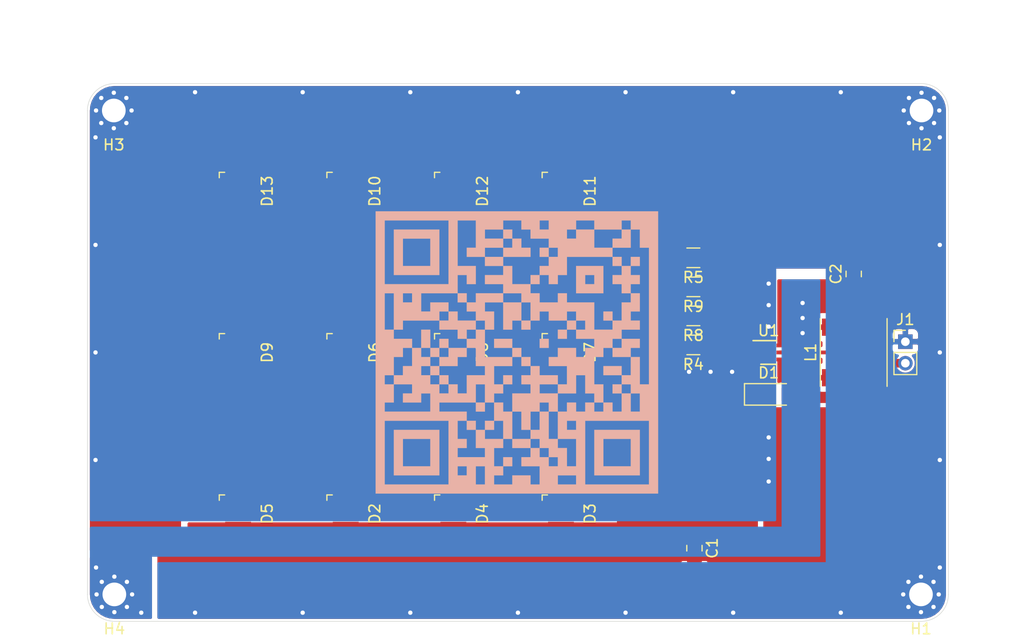
<source format=kicad_pcb>
(kicad_pcb (version 20171130) (host pcbnew 5.1.2)

  (general
    (thickness 1.6)
    (drawings 10)
    (tracks 40)
    (zones 0)
    (modules 30)
    (nets 15)
  )

  (page A4)
  (layers
    (0 F.Cu signal)
    (31 B.Cu signal)
    (32 B.Adhes user)
    (33 F.Adhes user)
    (34 B.Paste user)
    (35 F.Paste user)
    (36 B.SilkS user)
    (37 F.SilkS user)
    (38 B.Mask user)
    (39 F.Mask user)
    (40 Dwgs.User user)
    (41 Cmts.User user)
    (42 Eco1.User user)
    (43 Eco2.User user)
    (44 Edge.Cuts user)
    (45 Margin user)
    (46 B.CrtYd user)
    (47 F.CrtYd user)
    (48 B.Fab user)
    (49 F.Fab user)
  )

  (setup
    (last_trace_width 0.25)
    (trace_clearance 0.2)
    (zone_clearance 0.2)
    (zone_45_only no)
    (trace_min 0.2)
    (via_size 0.8)
    (via_drill 0.4)
    (via_min_size 0.4)
    (via_min_drill 0.3)
    (uvia_size 0.3)
    (uvia_drill 0.1)
    (uvias_allowed no)
    (uvia_min_size 0.2)
    (uvia_min_drill 0.1)
    (edge_width 0.05)
    (segment_width 0.2)
    (pcb_text_width 0.3)
    (pcb_text_size 1.5 1.5)
    (mod_edge_width 0.12)
    (mod_text_size 1 1)
    (mod_text_width 0.15)
    (pad_size 4.4 4.4)
    (pad_drill 2.2)
    (pad_to_mask_clearance 0.051)
    (solder_mask_min_width 0.25)
    (aux_axis_origin 0 0)
    (grid_origin 34.5 25.2)
    (visible_elements FFFFFF7F)
    (pcbplotparams
      (layerselection 0x010d0_ffffffff)
      (usegerberextensions false)
      (usegerberattributes false)
      (usegerberadvancedattributes false)
      (creategerberjobfile false)
      (excludeedgelayer true)
      (linewidth 0.100000)
      (plotframeref false)
      (viasonmask true)
      (mode 1)
      (useauxorigin false)
      (hpglpennumber 1)
      (hpglpenspeed 20)
      (hpglpendiameter 15.000000)
      (psnegative false)
      (psa4output false)
      (plotreference true)
      (plotvalue true)
      (plotinvisibletext false)
      (padsonsilk false)
      (subtractmaskfromsilk false)
      (outputformat 1)
      (mirror false)
      (drillshape 0)
      (scaleselection 1)
      (outputdirectory "gerb"))
  )

  (net 0 "")
  (net 1 "Net-(C1-Pad1)")
  (net 2 VCC)
  (net 3 LX)
  (net 4 "Net-(D2-Pad1)")
  (net 5 "Net-(D3-Pad1)")
  (net 6 "Net-(D4-Pad1)")
  (net 7 "Net-(D5-Pad1)")
  (net 8 "Net-(D10-Pad2)")
  (net 9 "Net-(D11-Pad2)")
  (net 10 "Net-(D12-Pad2)")
  (net 11 "Net-(D13-Pad2)")
  (net 12 "Net-(D10-Pad1)")
  (net 13 EN)
  (net 14 GND)

  (net_class Default "This is the default net class."
    (clearance 0.2)
    (trace_width 0.25)
    (via_dia 0.8)
    (via_drill 0.4)
    (uvia_dia 0.3)
    (uvia_drill 0.1)
    (add_net EN)
    (add_net GND)
    (add_net LX)
    (add_net "Net-(C1-Pad1)")
    (add_net "Net-(D10-Pad1)")
    (add_net "Net-(D10-Pad2)")
    (add_net "Net-(D11-Pad2)")
    (add_net "Net-(D12-Pad2)")
    (add_net "Net-(D13-Pad2)")
    (add_net "Net-(D2-Pad1)")
    (add_net "Net-(D3-Pad1)")
    (add_net "Net-(D4-Pad1)")
    (add_net "Net-(D5-Pad1)")
    (add_net "Net-(U1-Pad2)")
    (add_net VCC)
  )

  (module lt_foots:logo_ledsiderev17 (layer F.Cu) (tedit 0) (tstamp 5D1D318A)
    (at 97.3 28.4 180)
    (path /5D217A0B)
    (fp_text reference logo4 (at 0 0) (layer F.SilkS) hide
      (effects (font (size 1.524 1.524) (thickness 0.3)))
    )
    (fp_text value logo_Ledside17 (at 0.75 0) (layer F.SilkS) hide
      (effects (font (size 1.524 1.524) (thickness 0.3)))
    )
    (fp_poly (pts (xy -3.450166 -0.6985) (xy -3.725333 -0.6985) (xy -3.725333 -1.016) (xy -3.450166 -1.016)
      (xy -3.450166 -0.6985)) (layer F.Mask) (width 0.01))
    (fp_poly (pts (xy 9.995959 -0.863656) (xy 10.181712 -0.861719) (xy 10.330017 -0.859677) (xy 10.445759 -0.8572)
      (xy 10.533823 -0.853957) (xy 10.599093 -0.849616) (xy 10.646454 -0.843846) (xy 10.680792 -0.836315)
      (xy 10.70699 -0.826692) (xy 10.729934 -0.814646) (xy 10.731428 -0.813772) (xy 10.822411 -0.741225)
      (xy 10.877765 -0.649246) (xy 10.900094 -0.53307) (xy 10.900834 -0.503538) (xy 10.898974 -0.451376)
      (xy 10.891862 -0.401097) (xy 10.877198 -0.348706) (xy 10.852681 -0.290207) (xy 10.816012 -0.221604)
      (xy 10.76489 -0.138902) (xy 10.697016 -0.038105) (xy 10.61009 0.084782) (xy 10.50181 0.233756)
      (xy 10.385574 0.391583) (xy 9.978836 0.941917) (xy 9.781642 0.948029) (xy 9.584448 0.954142)
      (xy 9.627132 0.895113) (xy 9.649487 0.864595) (xy 9.693832 0.804397) (xy 9.756963 0.718858)
      (xy 9.835675 0.612317) (xy 9.926762 0.489113) (xy 10.027018 0.353583) (xy 10.116386 0.232833)
      (xy 10.235394 0.071705) (xy 10.331324 -0.059277) (xy 10.406568 -0.163785) (xy 10.463516 -0.245487)
      (xy 10.50456 -0.308054) (xy 10.532089 -0.355156) (xy 10.548495 -0.390464) (xy 10.556168 -0.417647)
      (xy 10.557499 -0.440377) (xy 10.55727 -0.444013) (xy 10.55272 -0.479541) (xy 10.542208 -0.507744)
      (xy 10.521297 -0.529469) (xy 10.485546 -0.545561) (xy 10.430517 -0.556868) (xy 10.35177 -0.564234)
      (xy 10.244865 -0.568507) (xy 10.105365 -0.570533) (xy 9.928829 -0.571158) (xy 9.890125 -0.571188)
      (xy 9.3345 -0.5715) (xy 9.3345 -0.870062) (xy 9.995959 -0.863656)) (layer F.Mask) (width 0.01))
    (fp_poly (pts (xy 8.556625 -0.863761) (xy 8.68569 -0.853044) (xy 8.780531 -0.832552) (xy 8.84876 -0.798993)
      (xy 8.89799 -0.749073) (xy 8.924188 -0.704724) (xy 8.934594 -0.680977) (xy 8.943112 -0.652806)
      (xy 8.94998 -0.615797) (xy 8.955434 -0.565533) (xy 8.959712 -0.497596) (xy 8.963054 -0.407571)
      (xy 8.965695 -0.291042) (xy 8.967875 -0.143591) (xy 8.96983 0.039197) (xy 8.970963 0.164042)
      (xy 8.977842 0.9525) (xy 8.657167 0.9525) (xy 8.657167 0.236879) (xy 8.656838 0.034409)
      (xy 8.655753 -0.129587) (xy 8.653767 -0.258963) (xy 8.650734 -0.357574) (xy 8.646507 -0.429273)
      (xy 8.640941 -0.477917) (xy 8.63389 -0.507359) (xy 8.628589 -0.517825) (xy 8.589292 -0.545975)
      (xy 8.517478 -0.562898) (xy 8.480422 -0.566825) (xy 8.360834 -0.576742) (xy 8.360834 -0.872883)
      (xy 8.556625 -0.863761)) (layer F.Mask) (width 0.01))
    (fp_poly (pts (xy 5.037667 -0.5715) (xy 4.587875 -0.570578) (xy 4.404453 -0.569311) (xy 4.258445 -0.56597)
      (xy 4.144961 -0.559996) (xy 4.05911 -0.550828) (xy 3.995999 -0.537906) (xy 3.950738 -0.520671)
      (xy 3.918435 -0.498562) (xy 3.912878 -0.493285) (xy 3.874252 -0.428737) (xy 3.857499 -0.34443)
      (xy 3.865247 -0.258313) (xy 3.874434 -0.230579) (xy 3.892603 -0.19425) (xy 3.916812 -0.165687)
      (xy 3.951965 -0.143973) (xy 4.002966 -0.128186) (xy 4.07472 -0.117407) (xy 4.172131 -0.110716)
      (xy 4.300103 -0.107193) (xy 4.463541 -0.105919) (xy 4.53957 -0.105833) (xy 5.037667 -0.105833)
      (xy 5.037667 0.169333) (xy 4.564063 0.169333) (xy 4.390964 0.169699) (xy 4.254811 0.171207)
      (xy 4.15022 0.174478) (xy 4.071807 0.180128) (xy 4.014188 0.188778) (xy 3.971977 0.201045)
      (xy 3.939793 0.217549) (xy 3.912249 0.238907) (xy 3.905551 0.244991) (xy 3.869589 0.28952)
      (xy 3.854341 0.345491) (xy 3.852334 0.391964) (xy 3.854453 0.459223) (xy 3.863676 0.512816)
      (xy 3.884297 0.554287) (xy 3.92061 0.585179) (xy 3.976911 0.607036) (xy 4.057493 0.621401)
      (xy 4.166653 0.629817) (xy 4.308684 0.633828) (xy 4.487881 0.634978) (xy 4.528616 0.635)
      (xy 5.037667 0.635) (xy 5.037667 0.9525) (xy 4.534959 0.950181) (xy 4.387449 0.948758)
      (xy 4.248959 0.946037) (xy 4.126817 0.94227) (xy 4.028353 0.937711) (xy 3.960895 0.93261)
      (xy 3.939789 0.92969) (xy 3.792928 0.885684) (xy 3.679569 0.816872) (xy 3.597493 0.721171)
      (xy 3.544483 0.596497) (xy 3.532699 0.547203) (xy 3.522737 0.404538) (xy 3.552374 0.275811)
      (xy 3.62108 0.162678) (xy 3.673107 0.109647) (xy 3.768864 0.025359) (xy 3.695684 -0.019869)
      (xy 3.61269 -0.095288) (xy 3.560005 -0.200034) (xy 3.537786 -0.333718) (xy 3.538092 -0.410163)
      (xy 3.556676 -0.545371) (xy 3.599943 -0.650378) (xy 3.67229 -0.732139) (xy 3.778112 -0.797609)
      (xy 3.785084 -0.800919) (xy 3.821953 -0.817777) (xy 3.855847 -0.830947) (xy 3.892505 -0.840955)
      (xy 3.937667 -0.848326) (xy 3.997073 -0.853587) (xy 4.076463 -0.857263) (xy 4.181576 -0.85988)
      (xy 4.318152 -0.861964) (xy 4.471459 -0.863804) (xy 5.037667 -0.870358) (xy 5.037667 -0.5715)) (layer F.Mask) (width 0.01))
    (fp_poly (pts (xy 2.347561 -0.867133) (xy 2.503034 -0.864487) (xy 2.626965 -0.859078) (xy 2.724741 -0.850088)
      (xy 2.801752 -0.8367) (xy 2.863385 -0.818095) (xy 2.915029 -0.793457) (xy 2.962071 -0.761967)
      (xy 2.987891 -0.741467) (xy 3.073088 -0.645059) (xy 3.129713 -0.526339) (xy 3.158055 -0.393967)
      (xy 3.158403 -0.256601) (xy 3.131046 -0.1229) (xy 3.076272 -0.001523) (xy 2.994372 0.098872)
      (xy 2.958875 0.127796) (xy 2.900536 0.166812) (xy 2.850128 0.195118) (xy 2.834186 0.201765)
      (xy 2.80116 0.21977) (xy 2.794 0.231935) (xy 2.804196 0.255282) (xy 2.832348 0.308414)
      (xy 2.874799 0.384712) (xy 2.927894 0.477558) (xy 2.963207 0.538232) (xy 3.023979 0.642445)
      (xy 3.079453 0.738418) (xy 3.125017 0.818112) (xy 3.15606 0.873486) (xy 3.164834 0.889806)
      (xy 3.197254 0.9525) (xy 2.861845 0.9525) (xy 2.652109 0.597958) (xy 2.442372 0.243417)
      (xy 2.203174 0.23741) (xy 2.074597 0.236674) (xy 1.986256 0.241885) (xy 1.938923 0.252989)
      (xy 1.934488 0.255877) (xy 1.922756 0.275176) (xy 1.914394 0.31424) (xy 1.90895 0.378606)
      (xy 1.905971 0.473807) (xy 1.905004 0.60538) (xy 1.905 0.616425) (xy 1.905 0.9525)
      (xy 1.608667 0.9525) (xy 1.608667 0.519763) (xy 1.608843 0.373723) (xy 1.609773 0.263881)
      (xy 1.612064 0.184102) (xy 1.616322 0.128253) (xy 1.62315 0.090197) (xy 1.633155 0.063802)
      (xy 1.646943 0.042931) (xy 1.656908 0.030943) (xy 1.687235 0.002348) (xy 1.726627 -0.019876)
      (xy 1.780369 -0.036499) (xy 1.853751 -0.048292) (xy 1.952057 -0.056023) (xy 2.080577 -0.060464)
      (xy 2.244596 -0.062384) (xy 2.299021 -0.062578) (xy 2.440805 -0.06321) (xy 2.546637 -0.064772)
      (xy 2.622899 -0.067869) (xy 2.675971 -0.073109) (xy 2.712233 -0.081096) (xy 2.738066 -0.092438)
      (xy 2.757863 -0.106164) (xy 2.815503 -0.174973) (xy 2.846122 -0.261497) (xy 2.848758 -0.353025)
      (xy 2.822448 -0.436848) (xy 2.786482 -0.483954) (xy 2.753877 -0.51025) (xy 2.715087 -0.530794)
      (xy 2.664774 -0.546269) (xy 2.597598 -0.557357) (xy 2.50822 -0.564739) (xy 2.391299 -0.569098)
      (xy 2.241496 -0.571114) (xy 2.100932 -0.5715) (xy 1.608667 -0.5715) (xy 1.608667 -0.867833)
      (xy 2.155158 -0.867834) (xy 2.347561 -0.867133)) (layer F.Mask) (width 0.01))
    (fp_poly (pts (xy -0.16907 -0.464629) (xy -0.04511 -0.460755) (xy 0.049561 -0.452907) (xy 0.121447 -0.439945)
      (xy 0.177054 -0.420731) (xy 0.222886 -0.394127) (xy 0.261899 -0.362245) (xy 0.327894 -0.282706)
      (xy 0.366327 -0.185311) (xy 0.380437 -0.061209) (xy 0.380652 -0.037722) (xy 0.364075 0.098086)
      (xy 0.31569 0.207816) (xy 0.236348 0.289735) (xy 0.211655 0.305737) (xy 0.183336 0.32036)
      (xy 0.150503 0.33161) (xy 0.106973 0.340117) (xy 0.046562 0.346515) (xy -0.036914 0.351435)
      (xy -0.149637 0.35551) (xy -0.297791 0.359371) (xy -0.3175 0.359833) (xy -0.772583 0.370417)
      (xy -0.771056 0.474105) (xy -0.765389 0.544522) (xy -0.746372 0.591005) (xy -0.711667 0.627563)
      (xy -0.692015 0.64349) (xy -0.671124 0.655596) (xy -0.643273 0.664405) (xy -0.602739 0.670441)
      (xy -0.543799 0.674227) (xy -0.46073 0.676289) (xy -0.347811 0.677149) (xy -0.199318 0.677332)
      (xy -0.168153 0.677333) (xy 0.3175 0.677333) (xy 0.3175 0.9525) (xy -0.153458 0.950066)
      (xy -0.295143 0.948688) (xy -0.426647 0.946202) (xy -0.540635 0.942841) (xy -0.629774 0.938841)
      (xy -0.686729 0.934434) (xy -0.6985 0.932683) (xy -0.801105 0.900058) (xy -0.89138 0.8498)
      (xy -0.935868 0.811017) (xy -0.969892 0.767995) (xy -0.995521 0.719899) (xy -1.013878 0.660233)
      (xy -1.02609 0.582504) (xy -1.03328 0.480215) (xy -1.036575 0.346872) (xy -1.037166 0.226259)
      (xy -1.036864 0.087508) (xy -1.036384 0.051865) (xy -0.783166 0.051865) (xy -0.783166 0.148167)
      (xy -0.384991 0.148167) (xy -0.24496 0.147885) (xy -0.140938 0.14663) (xy -0.066605 0.143789)
      (xy -0.015638 0.138748) (xy 0.018285 0.130893) (xy 0.041485 0.119609) (xy 0.059509 0.105009)
      (xy 0.095728 0.045212) (xy 0.106019 -0.031635) (xy 0.089998 -0.108827) (xy 0.065419 -0.151114)
      (xy 0.046996 -0.171105) (xy 0.024537 -0.185166) (xy -0.009486 -0.194582) (xy -0.0626 -0.200642)
      (xy -0.142335 -0.204633) (xy -0.256216 -0.207842) (xy -0.267956 -0.208126) (xy -0.400963 -0.209269)
      (xy -0.513912 -0.206186) (xy -0.598815 -0.199235) (xy -0.640168 -0.191439) (xy -0.715783 -0.149791)
      (xy -0.76301 -0.077998) (xy -0.782525 0.025091) (xy -0.783166 0.051865) (xy -1.036384 0.051865)
      (xy -1.035467 -0.0161) (xy -1.032243 -0.091758) (xy -1.026457 -0.146654) (xy -1.017376 -0.187979)
      (xy -1.004267 -0.222924) (xy -0.987992 -0.255665) (xy -0.939122 -0.326844) (xy -0.871115 -0.381976)
      (xy -0.826825 -0.407161) (xy -0.785913 -0.427868) (xy -0.749278 -0.443003) (xy -0.709488 -0.45344)
      (xy -0.659116 -0.460052) (xy -0.590732 -0.46371) (xy -0.496907 -0.465289) (xy -0.370211 -0.46566)
      (xy -0.328825 -0.465667) (xy -0.16907 -0.464629)) (layer F.Mask) (width 0.01))
    (fp_poly (pts (xy -1.507006 -0.259292) (xy -1.508704 -0.047742) (xy -1.510421 0.125811) (xy -1.512394 0.265704)
      (xy -1.51486 0.376272) (xy -1.518055 0.461852) (xy -1.522217 0.526779) (xy -1.527582 0.57539)
      (xy -1.534387 0.612021) (xy -1.542869 0.641008) (xy -1.553264 0.666687) (xy -1.558166 0.677333)
      (xy -1.605786 0.763607) (xy -1.661277 0.82949) (xy -1.730792 0.87763) (xy -1.820485 0.91067)
      (xy -1.936513 0.931257) (xy -2.085028 0.942036) (xy -2.180166 0.944697) (xy -2.298161 0.945371)
      (xy -2.408547 0.943486) (xy -2.500749 0.939397) (xy -2.564195 0.933457) (xy -2.575424 0.931497)
      (xy -2.716245 0.882185) (xy -2.833432 0.798118) (xy -2.927713 0.678687) (xy -2.967541 0.60325)
      (xy -2.98855 0.552571) (xy -3.002567 0.502105) (xy -3.010949 0.44153) (xy -3.015054 0.360526)
      (xy -3.016239 0.248769) (xy -3.016242 0.243417) (xy -2.741083 0.243417) (xy -2.735567 0.380932)
      (xy -2.716069 0.487016) (xy -2.678171 0.565298) (xy -2.617449 0.61941) (xy -2.529485 0.652981)
      (xy -2.409856 0.669643) (xy -2.254142 0.673026) (xy -2.218675 0.672437) (xy -2.103819 0.669207)
      (xy -2.022757 0.664353) (xy -1.966954 0.656574) (xy -1.927871 0.644569) (xy -1.896971 0.627037)
      (xy -1.890592 0.622434) (xy -1.851956 0.587265) (xy -1.823196 0.542935) (xy -1.802936 0.483112)
      (xy -1.789802 0.401464) (xy -1.782418 0.29166) (xy -1.779409 0.147368) (xy -1.779195 0.109411)
      (xy -1.778 -0.215095) (xy -2.157508 -0.208089) (xy -2.294709 -0.205187) (xy -2.39632 -0.201758)
      (xy -2.469084 -0.197011) (xy -2.519744 -0.190154) (xy -2.555043 -0.180396) (xy -2.581723 -0.166945)
      (xy -2.596717 -0.156538) (xy -2.659157 -0.100876) (xy -2.701466 -0.037623) (xy -2.726959 0.042407)
      (xy -2.738949 0.148394) (xy -2.741083 0.243417) (xy -3.016242 0.243417) (xy -3.01625 0.232833)
      (xy -3.015606 0.120004) (xy -3.012592 0.038963) (xy -3.005579 -0.02083) (xy -2.992943 -0.069914)
      (xy -2.973055 -0.118828) (xy -2.956696 -0.153026) (xy -2.911179 -0.230255) (xy -2.85667 -0.301405)
      (xy -2.820298 -0.337644) (xy -2.764025 -0.379771) (xy -2.706283 -0.411714) (xy -2.640209 -0.434815)
      (xy -2.558935 -0.450417) (xy -2.455595 -0.459864) (xy -2.323324 -0.464498) (xy -2.165813 -0.465667)
      (xy -1.778 -0.465667) (xy -1.778 -1.100667) (xy -1.500595 -1.100667) (xy -1.507006 -0.259292)) (layer F.Mask) (width 0.01))
    (fp_poly (pts (xy -3.450166 0.9525) (xy -3.725333 0.9525) (xy -3.725333 -0.465667) (xy -3.450166 -0.465667)
      (xy -3.450166 0.9525)) (layer F.Mask) (width 0.01))
    (fp_poly (pts (xy -4.191 -0.211667) (xy -4.615725 -0.211667) (xy -4.782314 -0.21092) (xy -4.911353 -0.207674)
      (xy -5.007612 -0.200424) (xy -5.075863 -0.187666) (xy -5.120876 -0.167892) (xy -5.147423 -0.139599)
      (xy -5.160274 -0.101279) (xy -5.164201 -0.051429) (xy -5.164342 -0.038554) (xy -5.147171 0.045236)
      (xy -5.094363 0.108799) (xy -5.073064 0.110565) (xy -5.016643 0.113531) (xy -4.932283 0.117366)
      (xy -4.827168 0.121735) (xy -4.751916 0.124674) (xy -4.594856 0.132605) (xy -4.473553 0.144238)
      (xy -4.381462 0.161591) (xy -4.312041 0.186678) (xy -4.258746 0.221518) (xy -4.215034 0.268124)
      (xy -4.194819 0.296333) (xy -4.169491 0.33949) (xy -4.155396 0.383158) (xy -4.150213 0.440601)
      (xy -4.151619 0.525081) (xy -4.152207 0.53975) (xy -4.165108 0.663548) (xy -4.195343 0.756112)
      (xy -4.247987 0.826728) (xy -4.328116 0.884682) (xy -4.346241 0.894694) (xy -4.376934 0.909818)
      (xy -4.409131 0.92145) (xy -4.448882 0.930152) (xy -4.502237 0.936491) (xy -4.575244 0.94103)
      (xy -4.673954 0.944333) (xy -4.804416 0.946966) (xy -4.926541 0.948836) (xy -5.418666 0.95591)
      (xy -5.418666 0.677333) (xy -4.962621 0.677333) (xy -4.812635 0.677233) (xy -4.699118 0.676532)
      (xy -4.616202 0.67463) (xy -4.558023 0.670928) (xy -4.518715 0.664826) (xy -4.492412 0.655724)
      (xy -4.47325 0.643021) (xy -4.455361 0.626118) (xy -4.454621 0.625379) (xy -4.410942 0.557678)
      (xy -4.409116 0.485666) (xy -4.444122 0.418673) (xy -4.461523 0.39866) (xy -4.481911 0.384193)
      (xy -4.51229 0.374069) (xy -4.55966 0.367085) (xy -4.631021 0.362036) (xy -4.733375 0.35772)
      (xy -4.815086 0.354896) (xy -4.944332 0.349947) (xy -5.039634 0.344311) (xy -5.109376 0.336779)
      (xy -5.161945 0.326146) (xy -5.205724 0.311202) (xy -5.244588 0.293047) (xy -5.324792 0.240367)
      (xy -5.379925 0.171077) (xy -5.392208 0.148401) (xy -5.430856 0.034654) (xy -5.439448 -0.085629)
      (xy -5.42012 -0.202611) (xy -5.375007 -0.306457) (xy -5.306244 -0.387328) (xy -5.2705 -0.412266)
      (xy -5.243783 -0.425955) (xy -5.213081 -0.436539) (xy -5.172595 -0.444515) (xy -5.116526 -0.450383)
      (xy -5.039075 -0.454638) (xy -4.934443 -0.457779) (xy -4.79683 -0.460304) (xy -4.693708 -0.46176)
      (xy -4.191 -0.468436) (xy -4.191 -0.211667)) (layer F.Mask) (width 0.01))
    (fp_poly (pts (xy -5.867339 -0.259292) (xy -5.869037 -0.047742) (xy -5.870755 0.125811) (xy -5.872728 0.265704)
      (xy -5.875193 0.376272) (xy -5.878389 0.461852) (xy -5.88255 0.526779) (xy -5.887915 0.57539)
      (xy -5.89472 0.612021) (xy -5.903202 0.641008) (xy -5.913598 0.666687) (xy -5.9185 0.677333)
      (xy -5.96612 0.763607) (xy -6.02161 0.82949) (xy -6.091125 0.87763) (xy -6.180819 0.91067)
      (xy -6.296846 0.931257) (xy -6.445362 0.942036) (xy -6.5405 0.944697) (xy -6.658494 0.945371)
      (xy -6.76888 0.943486) (xy -6.861083 0.939397) (xy -6.924528 0.933457) (xy -6.935758 0.931497)
      (xy -7.076578 0.882185) (xy -7.193765 0.798118) (xy -7.288046 0.678687) (xy -7.327874 0.60325)
      (xy -7.348883 0.552571) (xy -7.3629 0.502105) (xy -7.371283 0.44153) (xy -7.375388 0.360526)
      (xy -7.376573 0.248769) (xy -7.376576 0.243417) (xy -7.101416 0.243417) (xy -7.0959 0.380932)
      (xy -7.076403 0.487016) (xy -7.038504 0.565298) (xy -6.977783 0.61941) (xy -6.889818 0.652981)
      (xy -6.770189 0.669643) (xy -6.614476 0.673026) (xy -6.579008 0.672437) (xy -6.464152 0.669207)
      (xy -6.383091 0.664353) (xy -6.327287 0.656574) (xy -6.288204 0.644569) (xy -6.257304 0.627037)
      (xy -6.250925 0.622434) (xy -6.21229 0.587265) (xy -6.18353 0.542935) (xy -6.16327 0.483112)
      (xy -6.150135 0.401464) (xy -6.142751 0.29166) (xy -6.139743 0.147368) (xy -6.139528 0.109411)
      (xy -6.138333 -0.215095) (xy -6.517842 -0.208089) (xy -6.655042 -0.205187) (xy -6.756653 -0.201758)
      (xy -6.829417 -0.197011) (xy -6.880077 -0.190154) (xy -6.915376 -0.180396) (xy -6.942057 -0.166945)
      (xy -6.95705 -0.156538) (xy -7.01949 -0.100876) (xy -7.0618 -0.037623) (xy -7.087292 0.042407)
      (xy -7.099282 0.148394) (xy -7.101416 0.243417) (xy -7.376576 0.243417) (xy -7.376583 0.232833)
      (xy -7.37594 0.120004) (xy -7.372925 0.038963) (xy -7.365913 -0.02083) (xy -7.353276 -0.069914)
      (xy -7.333388 -0.118828) (xy -7.317029 -0.153026) (xy -7.271512 -0.230255) (xy -7.217004 -0.301405)
      (xy -7.180632 -0.337644) (xy -7.124358 -0.379771) (xy -7.066617 -0.411714) (xy -7.000542 -0.434815)
      (xy -6.919268 -0.450417) (xy -6.815929 -0.459864) (xy -6.683658 -0.464498) (xy -6.526146 -0.465667)
      (xy -6.138333 -0.465667) (xy -6.138333 -1.100667) (xy -5.860928 -1.100667) (xy -5.867339 -0.259292)) (layer F.Mask) (width 0.01))
    (fp_poly (pts (xy -8.29707 -0.464629) (xy -8.17311 -0.460755) (xy -8.078439 -0.452907) (xy -8.006553 -0.439945)
      (xy -7.950946 -0.420731) (xy -7.905114 -0.394127) (xy -7.866101 -0.362245) (xy -7.800106 -0.282706)
      (xy -7.761673 -0.185311) (xy -7.747563 -0.061209) (xy -7.747348 -0.037722) (xy -7.763925 0.098086)
      (xy -7.81231 0.207816) (xy -7.891652 0.289735) (xy -7.916345 0.305737) (xy -7.944664 0.32036)
      (xy -7.977497 0.33161) (xy -8.021027 0.340117) (xy -8.081438 0.346515) (xy -8.164914 0.351435)
      (xy -8.277637 0.35551) (xy -8.425791 0.359371) (xy -8.4455 0.359833) (xy -8.900583 0.370417)
      (xy -8.899056 0.474105) (xy -8.893389 0.544522) (xy -8.874372 0.591005) (xy -8.839667 0.627563)
      (xy -8.820015 0.64349) (xy -8.799124 0.655596) (xy -8.771273 0.664405) (xy -8.730739 0.670441)
      (xy -8.671799 0.674227) (xy -8.58873 0.676289) (xy -8.475811 0.677149) (xy -8.327318 0.677332)
      (xy -8.296153 0.677333) (xy -7.8105 0.677333) (xy -7.8105 0.9525) (xy -8.281458 0.950066)
      (xy -8.423143 0.948688) (xy -8.554647 0.946202) (xy -8.668635 0.942841) (xy -8.757774 0.938841)
      (xy -8.814729 0.934434) (xy -8.8265 0.932683) (xy -8.929105 0.900058) (xy -9.01938 0.8498)
      (xy -9.063868 0.811017) (xy -9.097892 0.767995) (xy -9.123521 0.719899) (xy -9.141878 0.660233)
      (xy -9.15409 0.582504) (xy -9.16128 0.480215) (xy -9.164575 0.346872) (xy -9.165166 0.226259)
      (xy -9.164864 0.087508) (xy -9.164384 0.051865) (xy -8.911166 0.051865) (xy -8.911166 0.148167)
      (xy -8.512991 0.148167) (xy -8.37296 0.147885) (xy -8.268938 0.14663) (xy -8.194605 0.143789)
      (xy -8.143638 0.138748) (xy -8.109715 0.130893) (xy -8.086515 0.119609) (xy -8.068491 0.105009)
      (xy -8.032272 0.045212) (xy -8.021981 -0.031635) (xy -8.038002 -0.108827) (xy -8.062581 -0.151114)
      (xy -8.081004 -0.171105) (xy -8.103463 -0.185166) (xy -8.137486 -0.194582) (xy -8.1906 -0.200642)
      (xy -8.270335 -0.204633) (xy -8.384216 -0.207842) (xy -8.395956 -0.208126) (xy -8.528963 -0.209269)
      (xy -8.641912 -0.206186) (xy -8.726815 -0.199235) (xy -8.768168 -0.191439) (xy -8.843783 -0.149791)
      (xy -8.89101 -0.077998) (xy -8.910525 0.025091) (xy -8.911166 0.051865) (xy -9.164384 0.051865)
      (xy -9.163467 -0.0161) (xy -9.160243 -0.091758) (xy -9.154457 -0.146654) (xy -9.145376 -0.187979)
      (xy -9.132267 -0.222924) (xy -9.115992 -0.255665) (xy -9.067122 -0.326844) (xy -8.999115 -0.381976)
      (xy -8.954825 -0.407161) (xy -8.913913 -0.427868) (xy -8.877278 -0.443003) (xy -8.837488 -0.45344)
      (xy -8.787116 -0.460052) (xy -8.718732 -0.46371) (xy -8.624907 -0.465289) (xy -8.498211 -0.46566)
      (xy -8.456825 -0.465667) (xy -8.29707 -0.464629)) (layer F.Mask) (width 0.01))
    (fp_poly (pts (xy -10.600823 -0.216958) (xy -10.598667 -0.0256) (xy -10.596181 0.128178) (xy -10.592592 0.249127)
      (xy -10.58713 0.341997) (xy -10.579024 0.411539) (xy -10.567502 0.462504) (xy -10.551795 0.499643)
      (xy -10.53113 0.527706) (xy -10.504738 0.551444) (xy -10.472251 0.57532) (xy -10.447538 0.591647)
      (xy -10.421249 0.604015) (xy -10.387226 0.613087) (xy -10.339309 0.619526) (xy -10.27134 0.623997)
      (xy -10.177161 0.627162) (xy -10.050611 0.629686) (xy -9.953625 0.631214) (xy -9.503833 0.638011)
      (xy -9.503833 0.9525) (xy -9.911291 0.95001) (xy -10.045708 0.948367) (xy -10.172152 0.94531)
      (xy -10.281948 0.941163) (xy -10.366423 0.936252) (xy -10.415684 0.931114) (xy -10.511042 0.905603)
      (xy -10.612642 0.863799) (xy -10.701654 0.814153) (xy -10.739079 0.785992) (xy -10.771052 0.747953)
      (xy -10.810437 0.687868) (xy -10.834329 0.645583) (xy -10.89025 0.53975) (xy -10.896837 -0.164042)
      (xy -10.903424 -0.867833) (xy -10.607729 -0.867833) (xy -10.600823 -0.216958)) (layer F.Mask) (width 0.01))
    (fp_poly (pts (xy 7.278422 -0.866016) (xy 7.33643 -0.861196) (xy 7.364748 -0.854318) (xy 7.366 -0.852422)
      (xy 7.35844 -0.830069) (xy 7.33684 -0.772546) (xy 7.30282 -0.684015) (xy 7.257999 -0.568635)
      (xy 7.203997 -0.430568) (xy 7.142433 -0.273975) (xy 7.074928 -0.103016) (xy 7.038006 -0.009801)
      (xy 6.953182 0.203515) (xy 6.8818 0.38093) (xy 6.821992 0.52601) (xy 6.771885 0.64232)
      (xy 6.72961 0.733427) (xy 6.693294 0.802896) (xy 6.661069 0.854292) (xy 6.631062 0.891181)
      (xy 6.601403 0.917129) (xy 6.570222 0.935702) (xy 6.535647 0.950464) (xy 6.533831 0.951153)
      (xy 6.446218 0.969698) (xy 6.339014 0.971948) (xy 6.231306 0.958816) (xy 6.145029 0.932532)
      (xy 6.067052 0.881678) (xy 6.021512 0.824717) (xy 6.006371 0.79019) (xy 5.978211 0.720774)
      (xy 5.93888 0.62122) (xy 5.890224 0.496275) (xy 5.834092 0.35069) (xy 5.772329 0.189213)
      (xy 5.706784 0.016593) (xy 5.693584 -0.018321) (xy 5.628321 -0.191033) (xy 5.567367 -0.352289)
      (xy 5.512431 -0.497572) (xy 5.465221 -0.622366) (xy 5.427447 -0.722153) (xy 5.400818 -0.792416)
      (xy 5.387041 -0.828638) (xy 5.385866 -0.83169) (xy 5.38202 -0.850209) (xy 5.393364 -0.860944)
      (xy 5.427492 -0.865412) (xy 5.491998 -0.865129) (xy 5.544816 -0.86344) (xy 5.718518 -0.85725)
      (xy 5.993502 -0.127269) (xy 6.056764 0.03982) (xy 6.116091 0.194894) (xy 6.169677 0.333361)
      (xy 6.215721 0.450628) (xy 6.252418 0.542102) (xy 6.277965 0.603191) (xy 6.290559 0.629302)
      (xy 6.290668 0.629439) (xy 6.334999 0.654141) (xy 6.389294 0.649484) (xy 6.435607 0.617942)
      (xy 6.442385 0.608542) (xy 6.456862 0.578305) (xy 6.484796 0.513424) (xy 6.52423 0.418679)
      (xy 6.573209 0.298855) (xy 6.629778 0.158733) (xy 6.691979 0.003096) (xy 6.753989 -0.153458)
      (xy 7.035732 -0.867833) (xy 7.200866 -0.867833) (xy 7.278422 -0.866016)) (layer F.Mask) (width 0.01))
  )

  (module lt_foots:logo_QR-tag_rev16 (layer B.Cu) (tedit 0) (tstamp 5D0A93BA)
    (at 74.4 50.2)
    (path /5D0C4F29)
    (fp_text reference logo2 (at 0 0) (layer B.SilkS) hide
      (effects (font (size 1.524 1.524) (thickness 0.3)) (justify mirror))
    )
    (fp_text value logo_contact (at 0.75 0) (layer B.SilkS) hide
      (effects (font (size 1.524 1.524) (thickness 0.3)) (justify mirror))
    )
    (fp_poly (pts (xy 11.43 7.196667) (xy 7.196667 7.196667) (xy 7.196667 10.583333) (xy 8.043333 10.583333)
      (xy 8.043333 8.043333) (xy 10.583333 8.043333) (xy 10.583333 10.583333) (xy 8.043333 10.583333)
      (xy 7.196667 10.583333) (xy 7.196667 11.43) (xy 11.43 11.43) (xy 11.43 7.196667)) (layer B.SilkS) (width 0.01))
    (fp_poly (pts (xy -7.196667 7.196667) (xy -11.43 7.196667) (xy -11.43 10.583333) (xy -10.583333 10.583333)
      (xy -10.583333 8.043333) (xy -8.043333 8.043333) (xy -8.043333 10.583333) (xy -10.583333 10.583333)
      (xy -11.43 10.583333) (xy -11.43 11.43) (xy -7.196667 11.43) (xy -7.196667 7.196667)) (layer B.SilkS) (width 0.01))
    (fp_poly (pts (xy -0.423333 9.736667) (xy -1.27 9.736667) (xy -1.27 10.583333) (xy -0.423333 10.583333)
      (xy -0.423333 9.736667)) (layer B.SilkS) (width 0.01))
    (fp_poly (pts (xy -3.81 6.35) (xy -4.656667 6.35) (xy -4.656667 7.196667) (xy -3.81 7.196667)
      (xy -3.81 6.35)) (layer B.SilkS) (width 0.01))
    (fp_poly (pts (xy -2.963333 4.656667) (xy -3.81 4.656667) (xy -3.81 5.503333) (xy -2.963333 5.503333)
      (xy -2.963333 4.656667)) (layer B.SilkS) (width 0.01))
    (fp_poly (pts (xy 9.736667 2.963333) (xy 8.89 2.963333) (xy 8.89 3.81) (xy 9.736667 3.81)
      (xy 9.736667 2.963333)) (layer B.SilkS) (width 0.01))
    (fp_poly (pts (xy -0.423333 2.116667) (xy -1.27 2.116667) (xy -1.27 2.963333) (xy -0.423333 2.963333)
      (xy -0.423333 2.116667)) (layer B.SilkS) (width 0.01))
    (fp_poly (pts (xy 9.736667 1.27) (xy 8.043333 1.27) (xy 8.043333 2.116667) (xy 9.736667 2.116667)
      (xy 9.736667 1.27)) (layer B.SilkS) (width 0.01))
    (fp_poly (pts (xy 2.963333 -1.27) (xy 2.116667 -1.27) (xy 2.116667 -0.423333) (xy 2.963333 -0.423333)
      (xy 2.963333 -1.27)) (layer B.SilkS) (width 0.01))
    (fp_poly (pts (xy -8.043333 0.423333) (xy -7.196667 0.423333) (xy -7.196667 -0.423333) (xy -6.35 -0.423333)
      (xy -6.35 0.423333) (xy -7.196667 0.423333) (xy -7.196667 1.27) (xy -5.503333 1.27)
      (xy -5.503333 0.423333) (xy -4.656667 0.423333) (xy -4.656667 -0.423333) (xy -6.35 -0.423333)
      (xy -6.35 -1.27) (xy -7.196667 -1.27) (xy -7.196667 -0.423333) (xy -8.043333 -0.423333)
      (xy -8.043333 0.423333)) (layer B.SilkS) (width 0.01))
    (fp_poly (pts (xy -8.043333 1.27) (xy -8.043333 2.116667) (xy -7.196667 2.116667) (xy -7.196667 1.27)
      (xy -8.043333 1.27)) (layer B.SilkS) (width 0.01))
    (fp_poly (pts (xy -7.196667 2.963333) (xy -6.35 2.963333) (xy -6.35 2.116667) (xy -7.196667 2.116667)
      (xy -7.196667 2.963333)) (layer B.SilkS) (width 0.01))
    (fp_poly (pts (xy -8.043333 -2.116667) (xy -8.89 -2.116667) (xy -8.89 -0.423333) (xy -8.043333 -0.423333)
      (xy -8.043333 -2.116667)) (layer B.SilkS) (width 0.01))
    (fp_poly (pts (xy 8.043333 -8.043333) (xy 5.503333 -8.043333) (xy 5.503333 -6.35) (xy 6.35 -6.35)
      (xy 6.35 -7.196667) (xy 7.196667 -7.196667) (xy 7.196667 -6.35) (xy 6.35 -6.35)
      (xy 5.503333 -6.35) (xy 5.503333 -5.503333) (xy 8.043333 -5.503333) (xy 8.043333 -8.043333)) (layer B.SilkS) (width 0.01))
    (fp_poly (pts (xy 2.963333 -9.736667) (xy 2.116667 -9.736667) (xy 2.116667 -8.89) (xy 2.963333 -8.89)
      (xy 2.963333 -9.736667)) (layer B.SilkS) (width 0.01))
    (fp_poly (pts (xy 10.583333 -11.43) (xy 9.736667 -11.43) (xy 9.736667 -10.583333) (xy 8.89 -10.583333)
      (xy 8.89 -9.736667) (xy 10.583333 -9.736667) (xy 10.583333 -11.43)) (layer B.SilkS) (width 0.01))
    (fp_poly (pts (xy 9.736667 -7.196667) (xy 8.89 -7.196667) (xy 8.89 -6.35) (xy 9.736667 -6.35)
      (xy 9.736667 -5.503333) (xy 10.583333 -5.503333) (xy 10.583333 -6.35) (xy 11.43 -6.35)
      (xy 11.43 -7.196667) (xy 10.583333 -7.196667) (xy 10.583333 -8.043333) (xy 9.736667 -8.043333)
      (xy 9.736667 -7.196667)) (layer B.SilkS) (width 0.01))
    (fp_poly (pts (xy 10.583333 -4.656667) (xy 9.736667 -4.656667) (xy 9.736667 -2.963333) (xy 8.89 -2.963333)
      (xy 8.89 -2.116667) (xy 7.196667 -2.116667) (xy 7.196667 -4.656667) (xy 4.656667 -4.656667)
      (xy 4.656667 -5.503333) (xy 3.81 -5.503333) (xy 3.81 -4.656667) (xy 2.116667 -4.656667)
      (xy 2.116667 -5.503333) (xy 1.27 -5.503333) (xy 1.27 -6.35) (xy -0.423333 -6.35)
      (xy -0.423333 -8.043333) (xy -1.27 -8.043333) (xy -1.27 -7.196667) (xy -2.963333 -7.196667)
      (xy -2.963333 -6.35) (xy -1.27 -6.35) (xy -1.27 -5.503333) (xy -3.81 -5.503333)
      (xy -3.81 -4.656667) (xy -4.656667 -4.656667) (xy -4.656667 -3.81) (xy -3.81 -3.81)
      (xy -3.81 -2.963333) (xy -2.963333 -2.963333) (xy -2.963333 -2.116667) (xy -2.116667 -2.116667)
      (xy -2.116667 -3.81) (xy -2.963333 -3.81) (xy -2.963333 -4.656667) (xy -1.27 -4.656667)
      (xy -1.27 -5.503333) (xy 0.423333 -5.503333) (xy 0.423333 -4.656667) (xy -1.27 -4.656667)
      (xy -1.27 -2.116667) (xy -0.423333 -2.116667) (xy -0.423333 -2.963333) (xy 0.423333 -2.963333)
      (xy 0.423333 -4.656667) (xy 1.27 -4.656667) (xy 1.27 -2.963333) (xy 0.423333 -2.963333)
      (xy 0.423333 -2.116667) (xy 1.27 -2.116667) (xy 1.27 -2.963333) (xy 2.116667 -2.963333)
      (xy 2.116667 -3.81) (xy 2.963333 -3.81) (xy 2.963333 -2.963333) (xy 4.656667 -2.963333)
      (xy 4.656667 -3.81) (xy 5.503333 -3.81) (xy 5.503333 -2.963333) (xy 4.656667 -2.963333)
      (xy 4.656667 -2.116667) (xy 5.503333 -2.116667) (xy 5.503333 -2.963333) (xy 6.35 -2.963333)
      (xy 6.35 -2.116667) (xy 5.503333 -2.116667) (xy 5.503333 -1.27) (xy 7.196667 -1.27)
      (xy 7.196667 -0.423333) (xy 6.35 -0.423333) (xy 6.35 0.423333) (xy 5.503333 0.423333)
      (xy 5.503333 -0.423333) (xy 3.81 -0.423333) (xy 3.81 0.423333) (xy 2.963333 0.423333)
      (xy 2.963333 1.27) (xy 4.656667 1.27) (xy 4.656667 2.963333) (xy 3.81 2.963333)
      (xy 3.81 3.81) (xy 5.503333 3.81) (xy 5.503333 2.116667) (xy 6.35 2.116667)
      (xy 6.35 3.81) (xy 7.196667 3.81) (xy 7.196667 4.656667) (xy 8.043333 4.656667)
      (xy 8.043333 2.963333) (xy 7.196667 2.963333) (xy 7.196667 0.423333) (xy 8.043333 0.423333)
      (xy 8.043333 -0.423333) (xy 8.89 -0.423333) (xy 8.89 -1.27) (xy 9.736667 -1.27)
      (xy 9.736667 -0.423333) (xy 8.89 -0.423333) (xy 8.89 0.423333) (xy 10.583333 0.423333)
      (xy 10.583333 -0.423333) (xy 11.43 -0.423333) (xy 11.43 -1.27) (xy 9.736667 -1.27)
      (xy 9.736667 -2.116667) (xy 11.43 -2.116667) (xy 11.43 -2.963333) (xy 10.583333 -2.963333)
      (xy 10.583333 -3.81) (xy 11.43 -3.81) (xy 11.43 -5.503333) (xy 10.583333 -5.503333)
      (xy 10.583333 -4.656667)) (layer B.SilkS) (width 0.01))
    (fp_poly (pts (xy 9.736667 -8.89) (xy 8.89 -8.89) (xy 8.89 -8.043333) (xy 9.736667 -8.043333)
      (xy 9.736667 -8.89)) (layer B.SilkS) (width 0.01))
    (fp_poly (pts (xy -0.423333 -9.736667) (xy -1.27 -9.736667) (xy -1.27 -8.89) (xy 1.27 -8.89)
      (xy 1.27 -9.736667) (xy 0.423333 -9.736667) (xy 0.423333 -10.583333) (xy -0.423333 -10.583333)
      (xy -0.423333 -9.736667)) (layer B.SilkS) (width 0.01))
    (fp_poly (pts (xy -2.963333 -8.89) (xy -2.963333 -8.043333) (xy -1.27 -8.043333) (xy -1.27 -8.89)
      (xy -2.963333 -8.89)) (layer B.SilkS) (width 0.01))
    (fp_poly (pts (xy 8.89 -3.81) (xy 8.043333 -3.81) (xy 8.043333 -2.963333) (xy 8.89 -2.963333)
      (xy 8.89 -3.81)) (layer B.SilkS) (width 0.01))
    (fp_poly (pts (xy -0.423333 -11.43) (xy -1.27 -11.43) (xy -1.27 -10.583333) (xy -0.423333 -10.583333)
      (xy -0.423333 -11.43)) (layer B.SilkS) (width 0.01))
    (fp_poly (pts (xy -4.656667 -5.503333) (xy -5.503333 -5.503333) (xy -5.503333 -4.656667) (xy -4.656667 -4.656667)
      (xy -4.656667 -5.503333)) (layer B.SilkS) (width 0.01))
    (fp_poly (pts (xy -5.503333 -2.963333) (xy -5.503333 -3.81) (xy -6.35 -3.81) (xy -6.35 -2.963333)
      (xy -7.196667 -2.963333) (xy -7.196667 -2.116667) (xy -5.503333 -2.116667) (xy -5.503333 -1.27)
      (xy -4.656667 -1.27) (xy -4.656667 -2.116667) (xy -3.81 -2.116667) (xy -3.81 -2.963333)
      (xy -5.503333 -2.963333)) (layer B.SilkS) (width 0.01))
    (fp_poly (pts (xy 3.81 2.116667) (xy 2.116667 2.116667) (xy 2.116667 1.27) (xy 1.27 1.27)
      (xy 1.27 2.116667) (xy 0.423333 2.116667) (xy 0.423333 2.963333) (xy 1.27 2.963333)
      (xy 1.27 3.81) (xy -0.423333 3.81) (xy -0.423333 5.503333) (xy 0.423333 5.503333)
      (xy 0.423333 7.196667) (xy 1.27 7.196667) (xy 1.27 5.503333) (xy 2.116667 5.503333)
      (xy 2.116667 4.656667) (xy 2.963333 4.656667) (xy 2.963333 5.503333) (xy 3.81 5.503333)
      (xy 3.81 3.81) (xy 2.116667 3.81) (xy 2.116667 2.963333) (xy 3.81 2.963333)
      (xy 3.81 2.116667)) (layer B.SilkS) (width 0.01))
    (fp_poly (pts (xy -0.423333 0.423333) (xy 0.423333 0.423333) (xy 0.423333 -0.423333) (xy -0.423333 -0.423333)
      (xy -0.423333 0.423333)) (layer B.SilkS) (width 0.01))
    (fp_poly (pts (xy 0.423333 1.27) (xy 1.27 1.27) (xy 1.27 0.423333) (xy 0.423333 0.423333)
      (xy 0.423333 1.27)) (layer B.SilkS) (width 0.01))
    (fp_poly (pts (xy 3.81 -2.116667) (xy 3.81 -1.27) (xy 4.656667 -1.27) (xy 4.656667 -2.116667)
      (xy 3.81 -2.116667)) (layer B.SilkS) (width 0.01))
    (fp_poly (pts (xy -1.27 5.503333) (xy -1.27 4.656667) (xy -2.116667 4.656667) (xy -2.116667 6.35)
      (xy -1.27 6.35) (xy -1.27 8.043333) (xy -0.423333 8.043333) (xy -0.423333 5.503333)
      (xy -1.27 5.503333)) (layer B.SilkS) (width 0.01))
    (fp_poly (pts (xy -0.423333 -1.27) (xy -2.116667 -1.27) (xy -2.116667 -0.423333) (xy -0.423333 -0.423333)
      (xy -0.423333 -1.27)) (layer B.SilkS) (width 0.01))
    (fp_poly (pts (xy -0.423333 8.89) (xy 1.27 8.89) (xy 1.27 8.043333) (xy -0.423333 8.043333)
      (xy -0.423333 8.89)) (layer B.SilkS) (width 0.01))
    (fp_poly (pts (xy 2.116667 -7.196667) (xy 1.27 -7.196667) (xy 1.27 -6.35) (xy 2.116667 -6.35)
      (xy 2.116667 -7.196667)) (layer B.SilkS) (width 0.01))
    (fp_poly (pts (xy 11.43 -8.89) (xy 10.583333 -8.89) (xy 10.583333 -8.043333) (xy 11.43 -8.043333)
      (xy 11.43 -8.89)) (layer B.SilkS) (width 0.01))
    (fp_poly (pts (xy -2.963333 6.35) (xy -2.963333 7.196667) (xy -2.116667 7.196667) (xy -2.116667 6.35)
      (xy -2.963333 6.35)) (layer B.SilkS) (width 0.01))
    (fp_poly (pts (xy -7.196667 -11.43) (xy -11.43 -11.43) (xy -11.43 -8.043333) (xy -10.583333 -8.043333)
      (xy -10.583333 -10.583333) (xy -8.043333 -10.583333) (xy -8.043333 -8.043333) (xy -10.583333 -8.043333)
      (xy -11.43 -8.043333) (xy -11.43 -7.196667) (xy -7.196667 -7.196667) (xy -7.196667 -11.43)) (layer B.SilkS) (width 0.01))
    (fp_poly (pts (xy 13.123333 -13.123333) (xy -13.123333 -13.123333) (xy -13.123333 -6.35) (xy -12.276667 -6.35)
      (xy -12.276667 -12.276667) (xy -6.35 -12.276667) (xy -6.35 -6.35) (xy -12.276667 -6.35)
      (xy -13.123333 -6.35) (xy -13.123333 -2.116667) (xy -12.276667 -2.116667) (xy -12.276667 -5.503333)
      (xy -11.43 -5.503333) (xy -11.43 -4.656667) (xy -10.583333 -4.656667) (xy -10.583333 -5.503333)
      (xy -9.736667 -5.503333) (xy -9.736667 -4.656667) (xy -10.583333 -4.656667) (xy -11.43 -4.656667)
      (xy -11.43 -2.116667) (xy -12.276667 -2.116667) (xy -13.123333 -2.116667) (xy -13.123333 -1.27)
      (xy -11.43 -1.27) (xy -11.43 -2.116667) (xy -10.583333 -2.116667) (xy -10.583333 -2.963333)
      (xy -7.196667 -2.963333) (xy -7.196667 -3.81) (xy -6.35 -3.81) (xy -6.35 -4.656667)
      (xy -8.043333 -4.656667) (xy -8.043333 -3.81) (xy -8.89 -3.81) (xy -8.89 -5.503333)
      (xy -5.503333 -5.503333) (xy -5.503333 -7.196667) (xy -4.656667 -7.196667) (xy -4.656667 -6.35)
      (xy -3.81 -6.35) (xy -3.81 -8.043333) (xy -5.503333 -8.043333) (xy -5.503333 -12.276667)
      (xy -3.81 -12.276667) (xy -3.81 -9.736667) (xy -4.656667 -9.736667) (xy -4.656667 -8.89)
      (xy -2.963333 -8.89) (xy -2.963333 -9.736667) (xy -1.27 -9.736667) (xy -1.27 -10.583333)
      (xy -2.963333 -10.583333) (xy -2.963333 -11.43) (xy -1.27 -11.43) (xy -1.27 -12.276667)
      (xy 0.423333 -12.276667) (xy 0.423333 -11.43) (xy 1.27 -11.43) (xy 2.116667 -11.43)
      (xy 2.116667 -12.276667) (xy 2.963333 -12.276667) (xy 5.503333 -12.276667) (xy 7.196667 -12.276667)
      (xy 7.196667 -11.43) (xy 5.503333 -11.43) (xy 5.503333 -12.276667) (xy 2.963333 -12.276667)
      (xy 2.963333 -11.43) (xy 2.116667 -11.43) (xy 1.27 -11.43) (xy 1.27 -10.583333)
      (xy 2.963333 -10.583333) (xy 4.656667 -10.583333) (xy 4.656667 -11.43) (xy 5.503333 -11.43)
      (xy 5.503333 -10.583333) (xy 4.656667 -10.583333) (xy 2.963333 -10.583333) (xy 2.963333 -9.736667)
      (xy 3.81 -9.736667) (xy 3.81 -8.89) (xy 2.963333 -8.89) (xy 2.963333 -8.043333)
      (xy 2.116667 -8.043333) (xy 2.116667 -7.196667) (xy 2.963333 -7.196667) (xy 2.963333 -6.35)
      (xy 3.81 -6.35) (xy 3.81 -7.196667) (xy 4.656667 -7.196667) (xy 4.656667 -8.89)
      (xy 8.89 -8.89) (xy 8.89 -9.736667) (xy 7.196667 -9.736667) (xy 7.196667 -11.43)
      (xy 9.736667 -11.43) (xy 9.736667 -12.276667) (xy 10.583333 -12.276667) (xy 10.583333 -11.43)
      (xy 11.43 -11.43) (xy 11.43 -9.736667) (xy 12.276667 -9.736667) (xy 12.276667 2.963333)
      (xy 11.43 2.963333) (xy 11.43 0.423333) (xy 10.583333 0.423333) (xy 10.583333 2.116667)
      (xy 9.736667 2.116667) (xy 9.736667 2.963333) (xy 10.583333 2.963333) (xy 10.583333 3.81)
      (xy 9.736667 3.81) (xy 9.736667 5.503333) (xy 10.583333 5.503333) (xy 10.583333 3.81)
      (xy 11.43 3.81) (xy 11.43 5.503333) (xy 10.583333 5.503333) (xy 9.736667 5.503333)
      (xy 8.89 5.503333) (xy 8.89 4.656667) (xy 8.043333 4.656667) (xy 8.043333 5.503333)
      (xy 7.196667 5.503333) (xy 7.196667 4.656667) (xy 6.35 4.656667) (xy 6.35 5.503333)
      (xy 5.503333 5.503333) (xy 5.503333 4.656667) (xy 4.656667 4.656667) (xy 4.656667 5.503333)
      (xy 3.81 5.503333) (xy 3.81 7.196667) (xy 4.656667 7.196667) (xy 4.656667 6.35)
      (xy 5.503333 6.35) (xy 5.503333 7.196667) (xy 4.656667 7.196667) (xy 3.81 7.196667)
      (xy 3.81 8.043333) (xy 2.963333 8.043333) (xy 2.963333 5.503333) (xy 2.116667 5.503333)
      (xy 2.116667 7.196667) (xy 1.27 7.196667) (xy 1.27 8.043333) (xy 2.116667 8.043333)
      (xy 2.116667 8.89) (xy 1.27 8.89) (xy 1.27 9.736667) (xy 2.116667 9.736667)
      (xy 2.116667 8.89) (xy 2.963333 8.89) (xy 3.81 8.89) (xy 3.81 8.043333)
      (xy 5.503333 8.043333) (xy 5.503333 10.583333) (xy 4.656667 10.583333) (xy 4.656667 8.89)
      (xy 3.81 8.89) (xy 2.963333 8.89) (xy 2.963333 9.736667) (xy 2.116667 9.736667)
      (xy 1.27 9.736667) (xy 0.423333 9.736667) (xy 0.423333 10.583333) (xy 2.116667 10.583333)
      (xy 2.963333 10.583333) (xy 2.963333 9.736667) (xy 3.81 9.736667) (xy 3.81 10.583333)
      (xy 2.963333 10.583333) (xy 2.116667 10.583333) (xy 2.116667 12.276667) (xy 3.81 12.276667)
      (xy 3.81 11.43) (xy 5.503333 11.43) (xy 5.503333 12.276667) (xy 6.35 12.276667)
      (xy 6.35 6.35) (xy 12.276667 6.35) (xy 12.276667 12.276667) (xy 6.35 12.276667)
      (xy 5.503333 12.276667) (xy 3.81 12.276667) (xy 2.116667 12.276667) (xy 1.27 12.276667)
      (xy 1.27 11.43) (xy -0.423333 11.43) (xy -0.423333 12.276667) (xy -2.116667 12.276667)
      (xy -2.116667 11.43) (xy -1.27 11.43) (xy -1.27 10.583333) (xy -2.116667 10.583333)
      (xy -2.116667 8.89) (xy -1.27 8.89) (xy -1.27 8.043333) (xy -2.963333 8.043333)
      (xy -2.963333 7.196667) (xy -3.81 7.196667) (xy -3.81 8.89) (xy -2.963333 8.89)
      (xy -2.963333 9.736667) (xy -5.503333 9.736667) (xy -5.503333 8.89) (xy -4.656667 8.89)
      (xy -4.656667 8.043333) (xy -5.503333 8.043333) (xy -5.503333 6.35) (xy -4.656667 6.35)
      (xy -4.656667 5.503333) (xy -7.196667 5.503333) (xy -7.196667 4.656667) (xy -3.81 4.656667)
      (xy -3.81 2.963333) (xy -2.963333 2.963333) (xy -2.963333 4.656667) (xy -2.116667 4.656667)
      (xy -2.116667 3.81) (xy -1.27 3.81) (xy -1.27 2.963333) (xy -2.116667 2.963333)
      (xy -2.116667 1.27) (xy -0.423333 1.27) (xy -0.423333 0.423333) (xy -2.963333 0.423333)
      (xy -2.963333 -2.116667) (xy -3.81 -2.116667) (xy -3.81 -1.27) (xy -4.656667 -1.27)
      (xy -4.656667 -0.423333) (xy -3.81 -0.423333) (xy -3.81 1.27) (xy -2.963333 1.27)
      (xy -2.963333 2.116667) (xy -4.656667 2.116667) (xy -4.656667 3.81) (xy -5.503333 3.81)
      (xy -5.503333 2.963333) (xy -6.35 2.963333) (xy -6.35 3.81) (xy -7.196667 3.81)
      (xy -7.196667 2.963333) (xy -8.043333 2.963333) (xy -8.043333 2.116667) (xy -8.89 2.116667)
      (xy -8.89 1.27) (xy -8.043333 1.27) (xy -8.043333 0.423333) (xy -8.89 0.423333)
      (xy -8.89 -0.423333) (xy -9.736667 -0.423333) (xy -9.736667 -1.27) (xy -11.43 -1.27)
      (xy -13.123333 -1.27) (xy -13.123333 0.423333) (xy -11.43 0.423333) (xy -10.583333 0.423333)
      (xy -10.583333 -0.423333) (xy -9.736667 -0.423333) (xy -9.736667 1.27) (xy -10.583333 1.27)
      (xy -10.583333 2.116667) (xy -11.43 2.116667) (xy -11.43 0.423333) (xy -13.123333 0.423333)
      (xy -13.123333 2.963333) (xy -12.276667 2.963333) (xy -12.276667 2.116667) (xy -11.43 2.116667)
      (xy -11.43 2.963333) (xy -12.276667 2.963333) (xy -13.123333 2.963333) (xy -13.123333 5.503333)
      (xy -12.276667 5.503333) (xy -12.276667 4.656667) (xy -11.43 4.656667) (xy -11.43 2.963333)
      (xy -9.736667 2.963333) (xy -9.736667 3.81) (xy -10.583333 3.81) (xy -10.583333 4.656667)
      (xy -8.89 4.656667) (xy -8.89 3.81) (xy -8.043333 3.81) (xy -8.043333 5.503333)
      (xy -12.276667 5.503333) (xy -13.123333 5.503333) (xy -13.123333 12.276667) (xy -12.276667 12.276667)
      (xy -12.276667 6.35) (xy -6.35 6.35) (xy -6.35 11.43) (xy -5.503333 11.43)
      (xy -5.503333 10.583333) (xy -4.656667 10.583333) (xy -4.656667 11.43) (xy -5.503333 11.43)
      (xy -6.35 11.43) (xy -6.35 12.276667) (xy -3.81 12.276667) (xy -3.81 10.583333)
      (xy -2.963333 10.583333) (xy -2.963333 12.276667) (xy -3.81 12.276667) (xy -6.35 12.276667)
      (xy -12.276667 12.276667) (xy -13.123333 12.276667) (xy -13.123333 13.123333) (xy 13.123333 13.123333)
      (xy 13.123333 -13.123333)) (layer B.SilkS) (width 0.01))
  )

  (module Connector_PinHeader_2.00mm:PinHeader_1x02_P2.00mm_Vertical (layer F.Cu) (tedit 59FED667) (tstamp 5D0AD862)
    (at 110.5 49.2)
    (descr "Through hole straight pin header, 1x02, 2.00mm pitch, single row")
    (tags "Through hole pin header THT 1x02 2.00mm single row")
    (path /5D0F00A7)
    (fp_text reference J1 (at 0 -2.06) (layer F.SilkS)
      (effects (font (size 1 1) (thickness 0.15)))
    )
    (fp_text value Conn_01x02_Male (at 0 4.06) (layer F.Fab)
      (effects (font (size 1 1) (thickness 0.15)))
    )
    (fp_text user %R (at 0 1 90) (layer F.Fab)
      (effects (font (size 1 1) (thickness 0.15)))
    )
    (fp_line (start 1.5 -1.5) (end -1.5 -1.5) (layer F.CrtYd) (width 0.05))
    (fp_line (start 1.5 3.5) (end 1.5 -1.5) (layer F.CrtYd) (width 0.05))
    (fp_line (start -1.5 3.5) (end 1.5 3.5) (layer F.CrtYd) (width 0.05))
    (fp_line (start -1.5 -1.5) (end -1.5 3.5) (layer F.CrtYd) (width 0.05))
    (fp_line (start -1.06 -1.06) (end 0 -1.06) (layer F.SilkS) (width 0.12))
    (fp_line (start -1.06 0) (end -1.06 -1.06) (layer F.SilkS) (width 0.12))
    (fp_line (start -1.06 1) (end 1.06 1) (layer F.SilkS) (width 0.12))
    (fp_line (start 1.06 1) (end 1.06 3.06) (layer F.SilkS) (width 0.12))
    (fp_line (start -1.06 1) (end -1.06 3.06) (layer F.SilkS) (width 0.12))
    (fp_line (start -1.06 3.06) (end 1.06 3.06) (layer F.SilkS) (width 0.12))
    (fp_line (start -1 -0.5) (end -0.5 -1) (layer F.Fab) (width 0.1))
    (fp_line (start -1 3) (end -1 -0.5) (layer F.Fab) (width 0.1))
    (fp_line (start 1 3) (end -1 3) (layer F.Fab) (width 0.1))
    (fp_line (start 1 -1) (end 1 3) (layer F.Fab) (width 0.1))
    (fp_line (start -0.5 -1) (end 1 -1) (layer F.Fab) (width 0.1))
    (pad 2 thru_hole oval (at 0 2) (size 1.35 1.35) (drill 0.8) (layers *.Cu *.Mask)
      (net 13 EN))
    (pad 1 thru_hole rect (at 0 0) (size 1.35 1.35) (drill 0.8) (layers *.Cu *.Mask)
      (net 14 GND))
    (model ${KISYS3DMOD}/Connector_PinHeader_2.00mm.3dshapes/PinHeader_1x02_P2.00mm_Vertical.wrl
      (at (xyz 0 0 0))
      (scale (xyz 1 1 1))
      (rotate (xyz 0 0 0))
    )
  )

  (module Resistor_SMD:R_1206_3216Metric (layer F.Cu) (tedit 5B301BBD) (tstamp 5D0B2F16)
    (at 90.8 44.1 180)
    (descr "Resistor SMD 1206 (3216 Metric), square (rectangular) end terminal, IPC_7351 nominal, (Body size source: http://www.tortai-tech.com/upload/download/2011102023233369053.pdf), generated with kicad-footprint-generator")
    (tags resistor)
    (path /5D0EF41E)
    (attr smd)
    (fp_text reference R9 (at 0 -1.82) (layer F.SilkS)
      (effects (font (size 1 1) (thickness 0.15)))
    )
    (fp_text value R (at 0 1.82) (layer F.Fab)
      (effects (font (size 1 1) (thickness 0.15)))
    )
    (fp_text user %R (at 0 0) (layer F.Fab)
      (effects (font (size 0.8 0.8) (thickness 0.12)))
    )
    (fp_line (start 2.28 1.12) (end -2.28 1.12) (layer F.CrtYd) (width 0.05))
    (fp_line (start 2.28 -1.12) (end 2.28 1.12) (layer F.CrtYd) (width 0.05))
    (fp_line (start -2.28 -1.12) (end 2.28 -1.12) (layer F.CrtYd) (width 0.05))
    (fp_line (start -2.28 1.12) (end -2.28 -1.12) (layer F.CrtYd) (width 0.05))
    (fp_line (start -0.602064 0.91) (end 0.602064 0.91) (layer F.SilkS) (width 0.12))
    (fp_line (start -0.602064 -0.91) (end 0.602064 -0.91) (layer F.SilkS) (width 0.12))
    (fp_line (start 1.6 0.8) (end -1.6 0.8) (layer F.Fab) (width 0.1))
    (fp_line (start 1.6 -0.8) (end 1.6 0.8) (layer F.Fab) (width 0.1))
    (fp_line (start -1.6 -0.8) (end 1.6 -0.8) (layer F.Fab) (width 0.1))
    (fp_line (start -1.6 0.8) (end -1.6 -0.8) (layer F.Fab) (width 0.1))
    (pad 2 smd roundrect (at 1.4 0 180) (size 1.25 1.75) (layers F.Cu F.Paste F.Mask) (roundrect_rratio 0.2)
      (net 14 GND))
    (pad 1 smd roundrect (at -1.4 0 180) (size 1.25 1.75) (layers F.Cu F.Paste F.Mask) (roundrect_rratio 0.2)
      (net 12 "Net-(D10-Pad1)"))
    (model ${KISYS3DMOD}/Resistor_SMD.3dshapes/R_1206_3216Metric.wrl
      (at (xyz 0 0 0))
      (scale (xyz 1 1 1))
      (rotate (xyz 0 0 0))
    )
  )

  (module Resistor_SMD:R_1206_3216Metric (layer F.Cu) (tedit 5B301BBD) (tstamp 5D0B2F05)
    (at 90.8 46.8 180)
    (descr "Resistor SMD 1206 (3216 Metric), square (rectangular) end terminal, IPC_7351 nominal, (Body size source: http://www.tortai-tech.com/upload/download/2011102023233369053.pdf), generated with kicad-footprint-generator")
    (tags resistor)
    (path /5D0EF428)
    (attr smd)
    (fp_text reference R8 (at 0 -1.82) (layer F.SilkS)
      (effects (font (size 1 1) (thickness 0.15)))
    )
    (fp_text value R (at 0 1.82) (layer F.Fab)
      (effects (font (size 1 1) (thickness 0.15)))
    )
    (fp_text user %R (at 0 0) (layer F.Fab)
      (effects (font (size 0.8 0.8) (thickness 0.12)))
    )
    (fp_line (start 2.28 1.12) (end -2.28 1.12) (layer F.CrtYd) (width 0.05))
    (fp_line (start 2.28 -1.12) (end 2.28 1.12) (layer F.CrtYd) (width 0.05))
    (fp_line (start -2.28 -1.12) (end 2.28 -1.12) (layer F.CrtYd) (width 0.05))
    (fp_line (start -2.28 1.12) (end -2.28 -1.12) (layer F.CrtYd) (width 0.05))
    (fp_line (start -0.602064 0.91) (end 0.602064 0.91) (layer F.SilkS) (width 0.12))
    (fp_line (start -0.602064 -0.91) (end 0.602064 -0.91) (layer F.SilkS) (width 0.12))
    (fp_line (start 1.6 0.8) (end -1.6 0.8) (layer F.Fab) (width 0.1))
    (fp_line (start 1.6 -0.8) (end 1.6 0.8) (layer F.Fab) (width 0.1))
    (fp_line (start -1.6 -0.8) (end 1.6 -0.8) (layer F.Fab) (width 0.1))
    (fp_line (start -1.6 0.8) (end -1.6 -0.8) (layer F.Fab) (width 0.1))
    (pad 2 smd roundrect (at 1.4 0 180) (size 1.25 1.75) (layers F.Cu F.Paste F.Mask) (roundrect_rratio 0.2)
      (net 14 GND))
    (pad 1 smd roundrect (at -1.4 0 180) (size 1.25 1.75) (layers F.Cu F.Paste F.Mask) (roundrect_rratio 0.2)
      (net 12 "Net-(D10-Pad1)"))
    (model ${KISYS3DMOD}/Resistor_SMD.3dshapes/R_1206_3216Metric.wrl
      (at (xyz 0 0 0))
      (scale (xyz 1 1 1))
      (rotate (xyz 0 0 0))
    )
  )

  (module Resistor_SMD:R_1206_3216Metric (layer F.Cu) (tedit 5B301BBD) (tstamp 5D0AD8D0)
    (at 90.8 41.4 180)
    (descr "Resistor SMD 1206 (3216 Metric), square (rectangular) end terminal, IPC_7351 nominal, (Body size source: http://www.tortai-tech.com/upload/download/2011102023233369053.pdf), generated with kicad-footprint-generator")
    (tags resistor)
    (path /5D0CBE92)
    (attr smd)
    (fp_text reference R5 (at 0 -1.82) (layer F.SilkS)
      (effects (font (size 1 1) (thickness 0.15)))
    )
    (fp_text value R (at 0 1.82) (layer F.Fab)
      (effects (font (size 1 1) (thickness 0.15)))
    )
    (fp_text user %R (at 0 0) (layer F.Fab)
      (effects (font (size 0.8 0.8) (thickness 0.12)))
    )
    (fp_line (start 2.28 1.12) (end -2.28 1.12) (layer F.CrtYd) (width 0.05))
    (fp_line (start 2.28 -1.12) (end 2.28 1.12) (layer F.CrtYd) (width 0.05))
    (fp_line (start -2.28 -1.12) (end 2.28 -1.12) (layer F.CrtYd) (width 0.05))
    (fp_line (start -2.28 1.12) (end -2.28 -1.12) (layer F.CrtYd) (width 0.05))
    (fp_line (start -0.602064 0.91) (end 0.602064 0.91) (layer F.SilkS) (width 0.12))
    (fp_line (start -0.602064 -0.91) (end 0.602064 -0.91) (layer F.SilkS) (width 0.12))
    (fp_line (start 1.6 0.8) (end -1.6 0.8) (layer F.Fab) (width 0.1))
    (fp_line (start 1.6 -0.8) (end 1.6 0.8) (layer F.Fab) (width 0.1))
    (fp_line (start -1.6 -0.8) (end 1.6 -0.8) (layer F.Fab) (width 0.1))
    (fp_line (start -1.6 0.8) (end -1.6 -0.8) (layer F.Fab) (width 0.1))
    (pad 2 smd roundrect (at 1.4 0 180) (size 1.25 1.75) (layers F.Cu F.Paste F.Mask) (roundrect_rratio 0.2)
      (net 14 GND))
    (pad 1 smd roundrect (at -1.4 0 180) (size 1.25 1.75) (layers F.Cu F.Paste F.Mask) (roundrect_rratio 0.2)
      (net 12 "Net-(D10-Pad1)"))
    (model ${KISYS3DMOD}/Resistor_SMD.3dshapes/R_1206_3216Metric.wrl
      (at (xyz 0 0 0))
      (scale (xyz 1 1 1))
      (rotate (xyz 0 0 0))
    )
  )

  (module Resistor_SMD:R_1206_3216Metric (layer F.Cu) (tedit 5B301BBD) (tstamp 5D0AD8BF)
    (at 90.8 49.5 180)
    (descr "Resistor SMD 1206 (3216 Metric), square (rectangular) end terminal, IPC_7351 nominal, (Body size source: http://www.tortai-tech.com/upload/download/2011102023233369053.pdf), generated with kicad-footprint-generator")
    (tags resistor)
    (path /5D0F1B18)
    (attr smd)
    (fp_text reference R4 (at 0 -1.82) (layer F.SilkS)
      (effects (font (size 1 1) (thickness 0.15)))
    )
    (fp_text value R (at 0 1.82) (layer F.Fab)
      (effects (font (size 1 1) (thickness 0.15)))
    )
    (fp_text user %R (at 0 0) (layer F.Fab)
      (effects (font (size 0.8 0.8) (thickness 0.12)))
    )
    (fp_line (start 2.28 1.12) (end -2.28 1.12) (layer F.CrtYd) (width 0.05))
    (fp_line (start 2.28 -1.12) (end 2.28 1.12) (layer F.CrtYd) (width 0.05))
    (fp_line (start -2.28 -1.12) (end 2.28 -1.12) (layer F.CrtYd) (width 0.05))
    (fp_line (start -2.28 1.12) (end -2.28 -1.12) (layer F.CrtYd) (width 0.05))
    (fp_line (start -0.602064 0.91) (end 0.602064 0.91) (layer F.SilkS) (width 0.12))
    (fp_line (start -0.602064 -0.91) (end 0.602064 -0.91) (layer F.SilkS) (width 0.12))
    (fp_line (start 1.6 0.8) (end -1.6 0.8) (layer F.Fab) (width 0.1))
    (fp_line (start 1.6 -0.8) (end 1.6 0.8) (layer F.Fab) (width 0.1))
    (fp_line (start -1.6 -0.8) (end 1.6 -0.8) (layer F.Fab) (width 0.1))
    (fp_line (start -1.6 0.8) (end -1.6 -0.8) (layer F.Fab) (width 0.1))
    (pad 2 smd roundrect (at 1.4 0 180) (size 1.25 1.75) (layers F.Cu F.Paste F.Mask) (roundrect_rratio 0.2)
      (net 14 GND))
    (pad 1 smd roundrect (at -1.4 0 180) (size 1.25 1.75) (layers F.Cu F.Paste F.Mask) (roundrect_rratio 0.2)
      (net 12 "Net-(D10-Pad1)"))
    (model ${KISYS3DMOD}/Resistor_SMD.3dshapes/R_1206_3216Metric.wrl
      (at (xyz 0 0 0))
      (scale (xyz 1 1 1))
      (rotate (xyz 0 0 0))
    )
  )

  (module lt_foots:cc-by-sa (layer F.Cu) (tedit 5B86D56D) (tstamp 5D0A93CA)
    (at 51.8 72.025 180)
    (path /5D0C416D)
    (fp_text reference logo3 (at 0 2.54) (layer F.SilkS) hide
      (effects (font (size 1.524 1.524) (thickness 0.3)))
    )
    (fp_text value logo-cc-by-sa (at 0 -2.54) (layer F.SilkS) hide
      (effects (font (size 1.524 1.524) (thickness 0.3)))
    )
    (fp_poly (pts (xy 6.686144 -0.652719) (xy 6.826134 -0.605583) (xy 6.932657 -0.529835) (xy 7.017418 -0.413632)
      (xy 7.069134 -0.265883) (xy 7.085789 -0.095328) (xy 7.070023 0.065714) (xy 7.023867 0.224909)
      (xy 6.950094 0.34251) (xy 6.845346 0.421612) (xy 6.70627 0.46531) (xy 6.62676 0.474588)
      (xy 6.510384 0.475478) (xy 6.41916 0.457293) (xy 6.369069 0.436879) (xy 6.255624 0.36559)
      (xy 6.176042 0.272121) (xy 6.126891 0.149623) (xy 6.104735 -0.008755) (xy 6.10266 -0.094529)
      (xy 6.104012 -0.113267) (xy 6.282395 -0.113267) (xy 6.290721 0.023073) (xy 6.330054 0.137341)
      (xy 6.398262 0.219789) (xy 6.415124 0.231567) (xy 6.518897 0.270415) (xy 6.634355 0.272896)
      (xy 6.742844 0.240802) (xy 6.809921 0.193628) (xy 6.843239 0.156272) (xy 6.863378 0.117079)
      (xy 6.873616 0.062362) (xy 6.877228 -0.021565) (xy 6.877578 -0.088989) (xy 6.876307 -0.196118)
      (xy 6.87031 -0.266102) (xy 6.85631 -0.312629) (xy 6.831032 -0.349382) (xy 6.809921 -0.371605)
      (xy 6.738539 -0.42265) (xy 6.64465 -0.447198) (xy 6.619231 -0.449875) (xy 6.490643 -0.441896)
      (xy 6.391534 -0.394742) (xy 6.325191 -0.310393) (xy 6.307208 -0.261933) (xy 6.282395 -0.113267)
      (xy 6.104012 -0.113267) (xy 6.115429 -0.271435) (xy 6.154833 -0.409289) (xy 6.224197 -0.514234)
      (xy 6.326847 -0.592411) (xy 6.388252 -0.621953) (xy 6.53583 -0.658912) (xy 6.686144 -0.652719)) (layer F.Mask) (width 0.01))
    (fp_poly (pts (xy -6.0004 -0.436608) (xy -6.29505 -0.428064) (xy -6.421922 -0.423837) (xy -6.508418 -0.418353)
      (xy -6.565 -0.409309) (xy -6.60213 -0.394401) (xy -6.630273 -0.371327) (xy -6.649376 -0.350076)
      (xy -6.703548 -0.253972) (xy -6.729079 -0.136081) (xy -6.726433 -0.012393) (xy -6.696073 0.101101)
      (xy -6.638462 0.18841) (xy -6.633664 0.192908) (xy -6.601616 0.214962) (xy -6.556168 0.230157)
      (xy -6.487142 0.240188) (xy -6.384357 0.246748) (xy -6.290201 0.250086) (xy -6.0004 0.25863)
      (xy -6.0004 0.457658) (xy -6.273724 0.455472) (xy -6.394718 0.452525) (xy -6.503844 0.446312)
      (xy -6.586629 0.437845) (xy -6.620941 0.431183) (xy -6.71066 0.384129) (xy -6.797674 0.305705)
      (xy -6.865042 0.213359) (xy -6.890397 0.153681) (xy -6.908225 0.048007) (xy -6.914509 -0.082967)
      (xy -6.90925 -0.215016) (xy -6.892448 -0.323918) (xy -6.890397 -0.331658) (xy -6.841857 -0.429249)
      (xy -6.76028 -0.520604) (xy -6.662411 -0.589113) (xy -6.60913 -0.610635) (xy -6.546194 -0.62138)
      (xy -6.448337 -0.629811) (xy -6.331476 -0.634785) (xy -6.261179 -0.635635) (xy -6.0004 -0.635635)
      (xy -6.0004 -0.436608)) (layer F.Mask) (width 0.01))
    (fp_poly (pts (xy -4.907107 -0.436608) (xy -5.201756 -0.428064) (xy -5.328629 -0.423837) (xy -5.415125 -0.418353)
      (xy -5.471706 -0.409309) (xy -5.508837 -0.394401) (xy -5.53698 -0.371327) (xy -5.556083 -0.350076)
      (xy -5.610254 -0.253972) (xy -5.635786 -0.136081) (xy -5.63314 -0.012393) (xy -5.60278 0.101101)
      (xy -5.545169 0.18841) (xy -5.54037 0.192908) (xy -5.508322 0.214962) (xy -5.462875 0.230157)
      (xy -5.393849 0.240188) (xy -5.291064 0.246748) (xy -5.196908 0.250086) (xy -4.907107 0.25863)
      (xy -4.907107 0.457658) (xy -5.18043 0.455472) (xy -5.301425 0.452525) (xy -5.410551 0.446312)
      (xy -5.493336 0.437845) (xy -5.527647 0.431183) (xy -5.617367 0.384129) (xy -5.704381 0.305705)
      (xy -5.771749 0.213359) (xy -5.797104 0.153681) (xy -5.814932 0.048007) (xy -5.821216 -0.082967)
      (xy -5.815957 -0.215016) (xy -5.799155 -0.323918) (xy -5.797104 -0.331658) (xy -5.748564 -0.429249)
      (xy -5.666987 -0.520604) (xy -5.569118 -0.589113) (xy -5.515837 -0.610635) (xy -5.452901 -0.62138)
      (xy -5.355044 -0.629811) (xy -5.238183 -0.634785) (xy -5.167886 -0.635635) (xy -4.907107 -0.635635)
      (xy -4.907107 -0.436608)) (layer F.Mask) (width 0.01))
    (fp_poly (pts (xy -2.627073 -0.633858) (xy -2.51183 -0.62679) (xy -2.417201 -0.615636) (xy -2.355063 -0.600474)
      (xy -2.354358 -0.600183) (xy -2.257325 -0.537181) (xy -2.201945 -0.445636) (xy -2.186587 -0.339537)
      (xy -2.202724 -0.235697) (xy -2.24933 -0.158164) (xy -2.312073 -0.083598) (xy -2.24933 -0.024654)
      (xy -2.206578 0.029752) (xy -2.188691 0.099116) (xy -2.186587 0.151327) (xy -2.204094 0.272551)
      (xy -2.25873 0.361041) (xy -2.353661 0.421914) (xy -2.354358 0.422205) (xy -2.415843 0.437435)
      (xy -2.510021 0.448658) (xy -2.625013 0.455795) (xy -2.748945 0.458768) (xy -2.869938 0.457497)
      (xy -2.976117 0.451903) (xy -3.055605 0.441908) (xy -3.096524 0.427432) (xy -3.096817 0.427147)
      (xy -3.10811 0.390886) (xy -3.116982 0.313667) (xy -3.120519 0.254254) (xy -2.923924 0.254254)
      (xy -2.686323 0.254254) (xy -2.571236 0.252889) (xy -2.495367 0.247391) (xy -2.447127 0.235654)
      (xy -2.414921 0.215575) (xy -2.402006 0.202634) (xy -2.37034 0.150503) (xy -2.376552 0.090794)
      (xy -2.379554 0.081863) (xy -2.392261 0.050707) (xy -2.410785 0.030367) (xy -2.445172 0.018146)
      (xy -2.505465 0.011343) (xy -2.601709 0.00726) (xy -2.663871 0.005467) (xy -2.923924 -0.001779)
      (xy -2.923924 0.254254) (xy -3.120519 0.254254) (xy -3.123433 0.205325) (xy -3.127463 0.075697)
      (xy -3.129071 -0.065384) (xy -3.128259 -0.208081) (xy -3.125025 -0.34256) (xy -3.119435 -0.457657)
      (xy -2.923924 -0.457657) (xy -2.923924 -0.177978) (xy -2.695095 -0.177978) (xy -2.581149 -0.17959)
      (xy -2.505918 -0.18589) (xy -2.45733 -0.199074) (xy -2.423311 -0.221335) (xy -2.415415 -0.228829)
      (xy -2.377702 -0.279166) (xy -2.364565 -0.317818) (xy -2.381396 -0.362934) (xy -2.415415 -0.406807)
      (xy -2.447634 -0.43177) (xy -2.491302 -0.447088) (xy -2.558495 -0.454955) (xy -2.661286 -0.457568)
      (xy -2.695095 -0.457657) (xy -2.923924 -0.457657) (xy -3.119435 -0.457657) (xy -3.11937 -0.458984)
      (xy -3.111294 -0.547519) (xy -3.100796 -0.598329) (xy -3.096817 -0.605125) (xy -3.056653 -0.619678)
      (xy -2.97772 -0.629748) (xy -2.871895 -0.635416) (xy -2.751054 -0.636759) (xy -2.627073 -0.633858)) (layer F.Mask) (width 0.01))
    (fp_poly (pts (xy -1.683354 -0.407121) (xy -1.62289 -0.313675) (xy -1.572248 -0.238715) (xy -1.537563 -0.191115)
      (xy -1.525526 -0.178691) (xy -1.507301 -0.198661) (xy -1.46783 -0.252652) (xy -1.413335 -0.331892)
      (xy -1.363345 -0.407206) (xy -1.213877 -0.635635) (xy -0.989149 -0.635635) (xy -1.071877 -0.514865)
      (xy -1.126537 -0.436055) (xy -1.197618 -0.334905) (xy -1.271811 -0.23033) (xy -1.289215 -0.205966)
      (xy -1.423824 -0.017839) (xy -1.423824 0.457658) (xy -1.627227 0.457658) (xy -1.627227 -0.018844)
      (xy -1.795654 -0.25732) (xy -1.868391 -0.360304) (xy -1.935071 -0.454702) (xy -1.987399 -0.528775)
      (xy -2.013501 -0.565716) (xy -2.062922 -0.635635) (xy -1.82847 -0.635635) (xy -1.683354 -0.407121)) (layer F.Mask) (width 0.01))
    (fp_poly (pts (xy 1.576376 -0.432232) (xy 1.2696 -0.432232) (xy 1.115244 -0.43017) (xy 1.004774 -0.422597)
      (xy 0.931341 -0.407435) (xy 0.888098 -0.382606) (xy 0.868195 -0.346033) (xy 0.864464 -0.309295)
      (xy 0.872851 -0.246954) (xy 0.903654 -0.207363) (xy 0.965341 -0.185874) (xy 1.06638 -0.177837)
      (xy 1.104735 -0.177356) (xy 1.287992 -0.167264) (xy 1.434539 -0.139119) (xy 1.539483 -0.094041)
      (xy 1.56898 -0.071271) (xy 1.620648 0.008513) (xy 1.644019 0.113095) (xy 1.636657 0.22349)
      (xy 1.61503 0.287715) (xy 1.579364 0.34834) (xy 1.533092 0.392988) (xy 1.468541 0.423946)
      (xy 1.378039 0.443501) (xy 1.253911 0.453941) (xy 1.088486 0.457552) (xy 1.044956 0.457658)
      (xy 0.686486 0.457658) (xy 0.686486 0.254254) (xy 1.018689 0.254254) (xy 1.147547 0.252303)
      (xy 1.261141 0.24697) (xy 1.348106 0.23904) (xy 1.397077 0.229299) (xy 1.40007 0.227934)
      (xy 1.435467 0.185455) (xy 1.449448 0.122264) (xy 1.439913 0.061823) (xy 1.417467 0.033283)
      (xy 1.380111 0.02368) (xy 1.303983 0.013814) (xy 1.201137 0.005007) (xy 1.112695 -0.000156)
      (xy 0.991234 -0.006514) (xy 0.908845 -0.014001) (xy 0.853784 -0.025734) (xy 0.814312 -0.044827)
      (xy 0.778686 -0.074396) (xy 0.758626 -0.094104) (xy 0.706393 -0.155625) (xy 0.68214 -0.217892)
      (xy 0.675661 -0.299786) (xy 0.68179 -0.410204) (xy 0.707558 -0.494454) (xy 0.75837 -0.555736)
      (xy 0.839635 -0.597249) (xy 0.956761 -0.622193) (xy 1.115155 -0.633767) (xy 1.243332 -0.635635)
      (xy 1.576376 -0.635635) (xy 1.576376 -0.432232)) (layer F.Mask) (width 0.01))
    (fp_poly (pts (xy 2.432865 -0.651374) (xy 2.487974 -0.637176) (xy 2.551545 -0.593398) (xy 2.591881 -0.539813)
      (xy 2.610629 -0.49476) (xy 2.643458 -0.412039) (xy 2.686554 -0.30158) (xy 2.736104 -0.173312)
      (xy 2.788296 -0.037165) (xy 2.839317 0.096929) (xy 2.885353 0.219042) (xy 2.922593 0.319243)
      (xy 2.938266 0.362313) (xy 2.972519 0.457658) (xy 2.865589 0.457288) (xy 2.758659 0.456919)
      (xy 2.589532 0.005987) (xy 2.527241 -0.157557) (xy 2.478675 -0.278421) (xy 2.441217 -0.362075)
      (xy 2.412247 -0.413993) (xy 2.389149 -0.439647) (xy 2.373766 -0.444945) (xy 2.353086 -0.435369)
      (xy 2.327904 -0.403081) (xy 2.295574 -0.342742) (xy 2.253452 -0.249015) (xy 2.198894 -0.116559)
      (xy 2.150204 0.006357) (xy 1.97328 0.457658) (xy 1.760276 0.457658) (xy 1.962335 -0.057207)
      (xy 2.023247 -0.21025) (xy 2.079779 -0.348235) (xy 2.128763 -0.463749) (xy 2.167032 -0.549382)
      (xy 2.191417 -0.597723) (xy 2.19632 -0.604706) (xy 2.255861 -0.637124) (xy 2.342136 -0.653507)
      (xy 2.432865 -0.651374)) (layer F.Mask) (width 0.01))
    (fp_poly (pts (xy 5.387053 -0.633219) (xy 5.449932 -0.623661) (xy 5.496279 -0.600629) (xy 5.52861 -0.558184)
      (xy 5.549444 -0.490383) (xy 5.561296 -0.391285) (xy 5.566686 -0.254948) (xy 5.568128 -0.075431)
      (xy 5.568168 -0.014384) (xy 5.568168 0.457658) (xy 5.364765 0.457658) (xy 5.364765 0.228829)
      (xy 5.045791 0.228829) (xy 4.912922 0.228364) (xy 4.820824 0.225824) (xy 4.759422 0.219494)
      (xy 4.718636 0.207659) (xy 4.68839 0.188604) (xy 4.661386 0.163398) (xy 4.619213 0.107925)
      (xy 4.60462 0.047793) (xy 4.612845 0.009097) (xy 4.835384 0.009097) (xy 4.864404 0.035589)
      (xy 4.937446 0.047593) (xy 5.056833 0.050772) (xy 5.097798 0.050851) (xy 5.364765 0.050851)
      (xy 5.364765 -0.432232) (xy 5.282132 -0.431843) (xy 5.237558 -0.43069) (xy 5.202281 -0.423371)
      (xy 5.167523 -0.403354) (xy 5.124508 -0.364108) (xy 5.06446 -0.299104) (xy 4.989253 -0.213925)
      (xy 4.90013 -0.109998) (xy 4.848067 -0.037545) (xy 4.835384 0.009097) (xy 4.612845 0.009097)
      (xy 4.619739 -0.02333) (xy 4.666702 -0.111771) (xy 4.747642 -0.223862) (xy 4.823147 -0.316786)
      (xy 4.92657 -0.437655) (xy 5.008125 -0.523701) (xy 5.076559 -0.580701) (xy 5.140618 -0.614435)
      (xy 5.209048 -0.630682) (xy 5.290596 -0.63522) (xy 5.305124 -0.635246) (xy 5.387053 -0.633219)) (layer F.Mask) (width 0.01))
    (fp_poly (pts (xy 5.940665 0.231271) (xy 5.966557 0.247825) (xy 5.974426 0.292329) (xy 5.974975 0.343243)
      (xy 5.973075 0.413545) (xy 5.9602 0.446835) (xy 5.925586 0.456952) (xy 5.885986 0.457658)
      (xy 5.831307 0.455215) (xy 5.805415 0.438662) (xy 5.797546 0.394158) (xy 5.796997 0.343243)
      (xy 5.798897 0.272942) (xy 5.811772 0.239652) (xy 5.846386 0.229535) (xy 5.885986 0.228829)
      (xy 5.940665 0.231271)) (layer F.Mask) (width 0.01))
    (fp_poly (pts (xy -3.75025 -0.13984) (xy -3.734316 0.025426) (xy -4.322322 0.025426) (xy -4.322322 -0.154218)
      (xy -3.75025 -0.13984)) (layer F.Mask) (width 0.01))
    (fp_poly (pts (xy 0.088989 -0.13984) (xy 0.096956 -0.057207) (xy 0.104924 0.025426) (xy -0.483083 0.025426)
      (xy -0.483083 -0.154218) (xy 0.088989 -0.13984)) (layer F.Mask) (width 0.01))
    (fp_poly (pts (xy 4.055355 -0.13984) (xy 4.063323 -0.057207) (xy 4.07129 0.025426) (xy 3.483283 0.025426)
      (xy 3.483283 -0.154218) (xy 4.055355 -0.13984)) (layer F.Mask) (width 0.01))
  )

  (module lt_foots:logo_light_warn (layer F.Cu) (tedit 5CFD2982) (tstamp 5D0A93A0)
    (at 105.7 63.8 180)
    (path /5D0C482A)
    (fp_text reference logo1 (at 0 0) (layer F.SilkS) hide
      (effects (font (size 1.524 1.524) (thickness 0.3)))
    )
    (fp_text value logo_LIGHTWARN (at 0.75 0) (layer F.SilkS) hide
      (effects (font (size 1.524 1.524) (thickness 0.3)))
    )
    (fp_poly (pts (xy -0.085528 0.273324) (xy 0.0126 0.300559) (xy 0.108885 0.350346) (xy 0.142025 0.375317)
      (xy 0.179054 0.409429) (xy 0.214935 0.447168) (xy 0.244629 0.483018) (xy 0.263097 0.511466)
      (xy 0.2667 0.523055) (xy 0.271614 0.540594) (xy 0.284155 0.572368) (xy 0.293524 0.593677)
      (xy 0.314821 0.657271) (xy 0.326456 0.727996) (xy 0.327294 0.79535) (xy 0.319901 0.8382)
      (xy 0.285014 0.936728) (xy 0.244066 1.015421) (xy 0.194056 1.079655) (xy 0.174254 1.099346)
      (xy 0.121958 1.145413) (xy 0.075899 1.177296) (xy 0.028974 1.197688) (xy -0.025918 1.209279)
      (xy -0.095879 1.214763) (xy -0.13335 1.215936) (xy -0.218792 1.215783) (xy -0.281458 1.210715)
      (xy -0.321336 1.201397) (xy -0.411166 1.156282) (xy -0.490277 1.092985) (xy -0.555206 1.015822)
      (xy -0.602494 0.929109) (xy -0.628678 0.837162) (xy -0.631448 0.814684) (xy -0.630311 0.707546)
      (xy -0.608599 0.604985) (xy -0.56827 0.51096) (xy -0.511282 0.429432) (xy -0.439592 0.36436)
      (xy -0.39553 0.337495) (xy -0.287377 0.291848) (xy -0.184782 0.270439) (xy -0.085528 0.273324)) (layer F.Mask) (width 0.01))
    (fp_poly (pts (xy -0.138246 -1.029011) (xy -0.134673 -1.00965) (xy -0.125358 -0.960945) (xy -0.114863 -0.911304)
      (xy -0.114127 -0.90805) (xy -0.10884 -0.877848) (xy -0.1019 -0.828108) (xy -0.094036 -0.764582)
      (xy -0.085978 -0.69302) (xy -0.081903 -0.65405) (xy -0.074092 -0.581223) (xy -0.066135 -0.514033)
      (xy -0.058746 -0.458028) (xy -0.052635 -0.418752) (xy -0.050105 -0.4064) (xy -0.044513 -0.377172)
      (xy -0.037179 -0.329) (xy -0.028995 -0.2682) (xy -0.020852 -0.201093) (xy -0.019647 -0.1905)
      (xy -0.011151 -0.118716) (xy -0.002081 -0.048113) (xy 0.006507 0.013431) (xy 0.013558 0.058033)
      (xy 0.013886 0.059869) (xy 0.028104 0.138788) (xy 0.088272 0.072569) (xy 0.139586 0.015404)
      (xy 0.201997 -0.055197) (xy 0.270749 -0.133753) (xy 0.341082 -0.214784) (xy 0.408239 -0.292812)
      (xy 0.467461 -0.362356) (xy 0.510043 -0.413162) (xy 0.552693 -0.463813) (xy 0.600041 -0.51864)
      (xy 0.649079 -0.57432) (xy 0.696797 -0.627532) (xy 0.740186 -0.674955) (xy 0.776238 -0.713266)
      (xy 0.801944 -0.739144) (xy 0.814293 -0.749267) (xy 0.814542 -0.7493) (xy 0.82195 -0.747722)
      (xy 0.823674 -0.740293) (xy 0.818399 -0.72297) (xy 0.804809 -0.691713) (xy 0.781588 -0.642479)
      (xy 0.775895 -0.630585) (xy 0.742462 -0.56027) (xy 0.706838 -0.484216) (xy 0.667351 -0.398791)
      (xy 0.622331 -0.300361) (xy 0.570105 -0.185296) (xy 0.520831 -0.0762) (xy 0.470434 0.035098)
      (xy 0.425703 0.13294) (xy 0.38813 0.214078) (xy 0.359212 0.275262) (xy 0.358712 0.2763)
      (xy 0.347761 0.30564) (xy 0.34641 0.324643) (xy 0.347417 0.326251) (xy 0.361364 0.325472)
      (xy 0.395066 0.318919) (xy 0.443859 0.307809) (xy 0.503079 0.293359) (xy 0.568063 0.276787)
      (xy 0.634147 0.259312) (xy 0.696667 0.242151) (xy 0.750959 0.226521) (xy 0.792361 0.213641)
      (xy 0.816208 0.204727) (xy 0.81915 0.203076) (xy 0.836983 0.195871) (xy 0.872455 0.185189)
      (xy 0.918427 0.17315) (xy 0.926171 0.171266) (xy 0.976888 0.157859) (xy 1.021796 0.143893)
      (xy 1.051741 0.132233) (xy 1.053171 0.131509) (xy 1.08432 0.118807) (xy 1.106453 0.114378)
      (xy 1.127716 0.110556) (xy 1.165717 0.100485) (xy 1.213164 0.08614) (xy 1.225622 0.082125)
      (xy 1.304536 0.057088) (xy 1.374246 0.036362) (xy 1.431469 0.020812) (xy 1.472917 0.011303)
      (xy 1.495307 0.0087) (xy 1.498328 0.010334) (xy 1.488784 0.021635) (xy 1.465693 0.04091)
      (xy 1.436861 0.062379) (xy 1.410097 0.080262) (xy 1.393207 0.088781) (xy 1.392191 0.0889)
      (xy 1.386735 0.090837) (xy 1.374365 0.09757) (xy 1.352886 0.110478) (xy 1.320101 0.13094)
      (xy 1.273813 0.160336) (xy 1.211825 0.200045) (xy 1.13194 0.251446) (xy 1.0795 0.285252)
      (xy 1.026282 0.319448) (xy 0.976784 0.351028) (xy 0.937381 0.375938) (xy 0.91812 0.387907)
      (xy 0.892836 0.403619) (xy 0.851234 0.42979) (xy 0.798401 0.463209) (xy 0.739424 0.500662)
      (xy 0.717925 0.51435) (xy 0.657257 0.552877) (xy 0.600196 0.588886) (xy 0.552075 0.619026)
      (xy 0.518227 0.639949) (xy 0.511005 0.644316) (xy 0.484965 0.662276) (xy 0.480473 0.671742)
      (xy 0.485947 0.672891) (xy 0.516324 0.67922) (xy 0.530397 0.685414) (xy 0.551593 0.693742)
      (xy 0.591028 0.706308) (xy 0.642309 0.721148) (xy 0.67945 0.73121) (xy 0.748699 0.749578)
      (xy 0.820258 0.768804) (xy 0.897568 0.789836) (xy 0.984074 0.813624) (xy 1.08322 0.841116)
      (xy 1.19845 0.873262) (xy 1.333207 0.91101) (xy 1.397 0.928915) (xy 1.459136 0.946067)
      (xy 1.5191 0.962107) (xy 1.568472 0.974806) (xy 1.590675 0.980164) (xy 1.6256 0.990202)
      (xy 1.647379 1.000404) (xy 1.651 1.004982) (xy 1.63871 1.007201) (xy 1.603482 1.00927)
      (xy 1.547778 1.011143) (xy 1.474059 1.012776) (xy 1.384786 1.014123) (xy 1.282422 1.015139)
      (xy 1.169429 1.01578) (xy 1.049866 1.016) (xy 0.928688 1.016161) (xy 0.815352 1.016622)
      (xy 0.712374 1.017352) (xy 0.622267 1.018318) (xy 0.547546 1.019487) (xy 0.490726 1.020827)
      (xy 0.454322 1.022305) (xy 0.440873 1.02386) (xy 0.446606 1.035223) (xy 0.466962 1.062828)
      (xy 0.49971 1.103914) (xy 0.542619 1.155719) (xy 0.593459 1.215482) (xy 0.626081 1.253139)
      (xy 0.718918 1.359919) (xy 0.80803 1.463016) (xy 0.891987 1.56073) (xy 0.969356 1.651364)
      (xy 1.038706 1.733219) (xy 1.098604 1.804596) (xy 1.147619 1.863797) (xy 1.184318 1.909125)
      (xy 1.20727 1.93888) (xy 1.215042 1.951365) (xy 1.214959 1.951573) (xy 1.203393 1.946294)
      (xy 1.173563 1.928682) (xy 1.128312 1.900529) (xy 1.070485 1.86363) (xy 1.002927 1.819776)
      (xy 0.93544 1.775371) (xy 0.850313 1.719144) (xy 0.762135 1.661129) (xy 0.676249 1.604824)
      (xy 0.597999 1.553729) (xy 0.532728 1.511344) (xy 0.505245 1.493621) (xy 0.441981 1.452762)
      (xy 0.379249 1.411879) (xy 0.323586 1.375254) (xy 0.281526 1.347169) (xy 0.275457 1.343046)
      (xy 0.238254 1.319079) (xy 0.209688 1.303312) (xy 0.195549 1.298917) (xy 0.19523 1.299135)
      (xy 0.193979 1.314235) (xy 0.19664 1.349537) (xy 0.202638 1.400244) (xy 0.211397 1.461557)
      (xy 0.22234 1.528679) (xy 0.223739 1.5367) (xy 0.22922 1.570505) (xy 0.237238 1.623441)
      (xy 0.247306 1.692008) (xy 0.258938 1.772707) (xy 0.271646 1.862037) (xy 0.284944 1.956499)
      (xy 0.298346 2.052594) (xy 0.311365 2.146823) (xy 0.323514 2.235685) (xy 0.334306 2.31568)
      (xy 0.343256 2.383311) (xy 0.349877 2.435076) (xy 0.353681 2.467477) (xy 0.354414 2.4765)
      (xy 0.349621 2.476165) (xy 0.335861 2.453997) (xy 0.313961 2.4116) (xy 0.28475 2.350575)
      (xy 0.249404 2.2733) (xy 0.23347 2.23783) (xy 0.209869 2.185264) (xy 0.180851 2.120614)
      (xy 0.148664 2.048892) (xy 0.115557 1.975112) (xy 0.083781 1.904285) (xy 0.055583 1.841425)
      (xy 0.033213 1.791542) (xy 0.018921 1.759651) (xy 0.018607 1.75895) (xy 0.006853 1.732644)
      (xy -0.012544 1.689173) (xy -0.036894 1.634573) (xy -0.063502 1.574881) (xy -0.063538 1.5748)
      (xy -0.089129 1.518348) (xy -0.111737 1.470268) (xy -0.129032 1.435396) (xy -0.138682 1.418565)
      (xy -0.139066 1.418132) (xy -0.146013 1.420876) (xy -0.158791 1.438494) (xy -0.177987 1.472165)
      (xy -0.204185 1.523068) (xy -0.237973 1.592383) (xy -0.279936 1.681289) (xy -0.330659 1.790966)
      (xy -0.390729 1.922593) (xy -0.402124 1.947704) (xy -0.437129 2.024743) (xy -0.4691 2.094811)
      (xy -0.49639 2.154323) (xy -0.517353 2.199692) (xy -0.530342 2.227333) (xy -0.533368 2.233454)
      (xy -0.543177 2.253633) (xy -0.560431 2.290791) (xy -0.582254 2.338697) (xy -0.595622 2.368396)
      (xy -0.62273 2.425387) (xy -0.645322 2.466031) (xy -0.662018 2.488326) (xy -0.67144 2.49027)
      (xy -0.673027 2.480733) (xy -0.671027 2.463381) (xy -0.665913 2.429104) (xy -0.660216 2.39395)
      (xy -0.654584 2.358237) (xy -0.646202 2.302455) (xy -0.635816 2.231695) (xy -0.62417 2.151044)
      (xy -0.612011 2.065593) (xy -0.609066 2.0447) (xy -0.59623 1.953866) (xy -0.583131 1.861913)
      (xy -0.570688 1.775232) (xy -0.55982 1.700213) (xy -0.551443 1.643247) (xy -0.550704 1.6383)
      (xy -0.540782 1.571985) (xy -0.530734 1.504843) (xy -0.5221 1.447161) (xy -0.518669 1.424242)
      (xy -0.510623 1.365453) (xy -0.509361 1.329452) (xy -0.517329 1.314) (xy -0.536976 1.316857)
      (xy -0.570749 1.335784) (xy -0.5969 1.35267) (xy -0.635709 1.378093) (xy -0.69016 1.413765)
      (xy -0.75465 1.456017) (xy -0.823575 1.501178) (xy -0.86995 1.531564) (xy -0.933121 1.572814)
      (xy -0.990374 1.609935) (xy -1.037738 1.640373) (xy -1.071239 1.661571) (xy -1.08585 1.670419)
      (xy -1.117832 1.689362) (xy -1.157096 1.714378) (xy -1.19769 1.741431) (xy -1.233664 1.766486)
      (xy -1.259066 1.785505) (xy -1.267884 1.793875) (xy -1.282406 1.803302) (xy -1.284167 1.8034)
      (xy -1.299271 1.810224) (xy -1.329799 1.828532) (xy -1.370484 1.855075) (xy -1.394233 1.871281)
      (xy -1.438872 1.901998) (xy -1.476625 1.927617) (xy -1.50191 1.944365) (xy -1.508125 1.94823)
      (xy -1.522756 1.952462) (xy -1.521518 1.940703) (xy -1.505708 1.915678) (xy -1.476626 1.880116)
      (xy -1.474628 1.877864) (xy -1.449906 1.849869) (xy -1.413369 1.808174) (xy -1.367895 1.75609)
      (xy -1.31636 1.696933) (xy -1.261643 1.634017) (xy -1.206621 1.570654) (xy -1.154172 1.510158)
      (xy -1.107174 1.455844) (xy -1.068505 1.411025) (xy -1.041042 1.379015) (xy -1.028218 1.363814)
      (xy -1.01333 1.346113) (xy -0.985226 1.31319) (xy -0.94732 1.269026) (xy -0.903023 1.217601)
      (xy -0.878993 1.189771) (xy -0.834495 1.137556) (xy -0.796581 1.091688) (xy -0.768106 1.055733)
      (xy -0.751926 1.033256) (xy -0.7493 1.027846) (xy -0.76173 1.025095) (xy -0.797943 1.022645)
      (xy -0.856322 1.020529) (xy -0.935252 1.018778) (xy -1.033117 1.017426) (xy -1.1483 1.016504)
      (xy -1.279186 1.016046) (xy -1.33985 1.016) (xy -1.491773 1.015769) (xy -1.6193 1.015039)
      (xy -1.723431 1.013752) (xy -1.805169 1.011848) (xy -1.865513 1.009272) (xy -1.905464 1.005963)
      (xy -1.926023 1.001865) (xy -1.928191 0.99692) (xy -1.912967 0.991068) (xy -1.882775 0.984518)
      (xy -1.842801 0.975222) (xy -1.793164 0.961292) (xy -1.7653 0.952531) (xy -1.731683 0.942093)
      (xy -1.67851 0.926395) (xy -1.610731 0.906859) (xy -1.533295 0.88491) (xy -1.45115 0.861971)
      (xy -1.4351 0.85753) (xy -1.307107 0.82201) (xy -1.197406 0.791172) (xy -1.171731 0.783823)
      (xy -0.720941 0.783823) (xy -0.705378 0.894008) (xy -0.66832 0.999332) (xy -0.661676 1.012865)
      (xy -0.604322 1.099092) (xy -0.527161 1.175267) (xy -0.434863 1.238109) (xy -0.332102 1.28434)
      (xy -0.2413 1.307906) (xy -0.19625 1.315038) (xy -0.160742 1.317839) (xy -0.126281 1.315795)
      (xy -0.084368 1.308392) (xy -0.026507 1.295117) (xy -0.0254 1.294853) (xy 0.090489 1.254999)
      (xy 0.191568 1.194595) (xy 0.277038 1.114269) (xy 0.346102 1.014649) (xy 0.357653 0.992904)
      (xy 0.377712 0.95068) (xy 0.390589 0.913966) (xy 0.398237 0.874074) (xy 0.402609 0.822316)
      (xy 0.404345 0.785091) (xy 0.40476 0.694847) (xy 0.39677 0.62167) (xy 0.378723 0.558137)
      (xy 0.348965 0.496828) (xy 0.33502 0.473798) (xy 0.273853 0.387371) (xy 0.210635 0.321546)
      (xy 0.139551 0.271802) (xy 0.054788 0.233621) (xy 0.00498 0.217312) (xy -0.112832 0.19479)
      (xy -0.228479 0.19715) (xy -0.340145 0.223879) (xy -0.446014 0.274462) (xy -0.544272 0.348385)
      (xy -0.579759 0.383034) (xy -0.644417 0.468381) (xy -0.689884 0.56658) (xy -0.715584 0.673204)
      (xy -0.720941 0.783823) (xy -1.171731 0.783823) (xy -1.099732 0.763215) (xy -1.00782 0.736338)
      (xy -0.915404 0.708739) (xy -0.873758 0.696143) (xy -0.788666 0.670321) (xy -0.861058 0.622508)
      (xy -0.906154 0.592847) (xy -0.963472 0.555332) (xy -1.029032 0.512548) (xy -1.098855 0.467083)
      (xy -1.16896 0.42152) (xy -1.235368 0.378445) (xy -1.294098 0.340445) (xy -1.341172 0.310105)
      (xy -1.372608 0.290011) (xy -1.380092 0.28531) (xy -1.435365 0.250686) (xy -1.496917 0.211572)
      (xy -1.561077 0.170362) (xy -1.624177 0.129454) (xy -1.682548 0.091244) (xy -1.73252 0.058128)
      (xy -1.770424 0.032503) (xy -1.792592 0.016764) (xy -1.796757 0.013175) (xy -1.789092 0.010822)
      (xy -1.763537 0.014011) (xy -1.726631 0.021318) (xy -1.684909 0.031321) (xy -1.64491 0.0426)
      (xy -1.616479 0.05239) (xy -1.586973 0.062694) (xy -1.537778 0.078359) (xy -1.473679 0.097946)
      (xy -1.39946 0.120013) (xy -1.319904 0.14312) (xy -1.239797 0.165827) (xy -1.23825 0.166259)
      (xy -1.190396 0.180252) (xy -1.149536 0.193303) (xy -1.124327 0.202642) (xy -1.12395 0.202814)
      (xy -1.09927 0.212003) (xy -1.058704 0.224953) (xy -1.010915 0.238903) (xy -1.00965 0.239255)
      (xy -0.958589 0.253649) (xy -0.893229 0.272345) (xy -0.823632 0.292457) (xy -0.782978 0.304308)
      (xy -0.727738 0.319925) (xy -0.682103 0.33178) (xy -0.65115 0.338626) (xy -0.640049 0.339481)
      (xy -0.643884 0.327103) (xy -0.657241 0.294527) (xy -0.678856 0.244553) (xy -0.707463 0.179979)
      (xy -0.741801 0.103605) (xy -0.780603 0.018228) (xy -0.822607 -0.073351) (xy -0.866548 -0.168333)
      (xy -0.911162 -0.263921) (xy -0.945356 -0.33655) (xy -0.985372 -0.421283) (xy -1.015731 -0.48583)
      (xy -1.037695 -0.532943) (xy -1.052522 -0.565372) (xy -1.061472 -0.585867) (xy -1.065806 -0.597178)
      (xy -1.0668 -0.601689) (xy -1.071944 -0.61613) (xy -1.085403 -0.646618) (xy -1.103475 -0.684907)
      (xy -1.12123 -0.7241) (xy -1.132252 -0.753511) (xy -1.134175 -0.766592) (xy -1.123944 -0.760303)
      (xy -1.101666 -0.738414) (xy -1.071358 -0.705002) (xy -1.056688 -0.687909) (xy -1.021665 -0.646898)
      (xy -0.971262 -0.588543) (xy -0.906937 -0.514516) (xy -0.83015 -0.426489) (xy -0.742358 -0.326135)
      (xy -0.64502 -0.215125) (xy -0.539596 -0.095132) (xy -0.534368 -0.089187) (xy -0.490045 -0.039212)
      (xy -0.443902 0.012129) (xy -0.403722 0.056196) (xy -0.391749 0.069116) (xy -0.332648 0.132455)
      (xy -0.3194 0.082102) (xy -0.31291 0.051565) (xy -0.304075 0.001848) (xy -0.293889 -0.06105)
      (xy -0.28335 -0.13113) (xy -0.27941 -0.15875) (xy -0.258237 -0.308721) (xy -0.238004 -0.450347)
      (xy -0.219094 -0.581047) (xy -0.201886 -0.698236) (xy -0.186763 -0.799332) (xy -0.174105 -0.881751)
      (xy -0.164292 -0.94291) (xy -0.160485 -0.9652) (xy -0.1519 -1.012655) (xy -0.146266 -1.037498)
      (xy -0.142182 -1.042146) (xy -0.138246 -1.029011)) (layer F.Mask) (width 0.01))
    (fp_poly (pts (xy 0.022921 -4.683252) (xy 0.068213 -4.669619) (xy 0.111487 -4.649401) (xy 0.162383 -4.620427)
      (xy 0.203512 -4.588238) (xy 0.24014 -4.547274) (xy 0.277535 -4.491977) (xy 0.305152 -4.445)
      (xy 0.33746 -4.388421) (xy 0.37197 -4.32848) (xy 0.401665 -4.277363) (xy 0.403897 -4.27355)
      (xy 0.425232 -4.236739) (xy 0.456035 -4.183061) (xy 0.493312 -4.117782) (xy 0.534069 -4.04617)
      (xy 0.575314 -3.973491) (xy 0.614052 -3.905012) (xy 0.64729 -3.845998) (xy 0.669036 -3.807114)
      (xy 0.685956 -3.778326) (xy 0.698065 -3.760592) (xy 0.699386 -3.7592) (xy 0.708893 -3.7455)
      (xy 0.726412 -3.716177) (xy 0.745135 -3.683) (xy 0.768948 -3.64064) (xy 0.800565 -3.585511)
      (xy 0.834782 -3.526661) (xy 0.851129 -3.49885) (xy 0.882936 -3.444575) (xy 0.913038 -3.392512)
      (xy 0.937042 -3.350294) (xy 0.946301 -3.333577) (xy 0.965662 -3.298907) (xy 0.993083 -3.251014)
      (xy 1.023626 -3.198496) (xy 1.033808 -3.181177) (xy 1.061995 -3.133279) (xy 1.086605 -3.091276)
      (xy 1.103807 -3.061716) (xy 1.108034 -3.05435) (xy 1.120372 -3.032747) (xy 1.141858 -2.995263)
      (xy 1.168973 -2.948033) (xy 1.186698 -2.91719) (xy 1.21743 -2.863733) (xy 1.246553 -2.813074)
      (xy 1.269688 -2.772828) (xy 1.277959 -2.75844) (xy 1.291196 -2.735502) (xy 1.315286 -2.693849)
      (xy 1.348343 -2.63674) (xy 1.388478 -2.567433) (xy 1.433806 -2.489187) (xy 1.48244 -2.405261)
      (xy 1.492676 -2.3876) (xy 1.541396 -2.303479) (xy 1.586855 -2.224865) (xy 1.627236 -2.15491)
      (xy 1.660724 -2.096762) (xy 1.685503 -2.053571) (xy 1.699758 -2.028487) (xy 1.701335 -2.02565)
      (xy 1.71907 -1.994328) (xy 1.743959 -1.951479) (xy 1.766018 -1.914124) (xy 1.794949 -1.864978)
      (xy 1.824118 -1.814533) (xy 1.8415 -1.783873) (xy 1.872599 -1.72854) (xy 1.910123 -1.662296)
      (xy 1.952098 -1.588575) (xy 1.996548 -1.510811) (xy 2.041498 -1.432438) (xy 2.084974 -1.35689)
      (xy 2.125001 -1.2876) (xy 2.159603 -1.228005) (xy 2.186807 -1.181536) (xy 2.204636 -1.151629)
      (xy 2.210055 -1.143) (xy 2.227425 -1.11521) (xy 2.251218 -1.074434) (xy 2.273221 -1.03505)
      (xy 2.301473 -0.985232) (xy 2.331571 -0.935068) (xy 2.351219 -0.904239) (xy 2.371939 -0.871364)
      (xy 2.385114 -0.847054) (xy 2.3876 -0.839741) (xy 2.39399 -0.824272) (xy 2.410366 -0.795359)
      (xy 2.423903 -0.773703) (xy 2.440663 -0.746485) (xy 2.467623 -0.70116) (xy 2.502453 -0.641714)
      (xy 2.542822 -0.572134) (xy 2.586403 -0.496407) (xy 2.608831 -0.4572) (xy 2.7008 -0.296171)
      (xy 2.780833 -0.156201) (xy 2.849528 -0.036257) (xy 2.907481 0.064696) (xy 2.955288 0.147692)
      (xy 2.993545 0.213766) (xy 3.022847 0.263951) (xy 3.043791 0.299283) (xy 3.056974 0.320795)
      (xy 3.05894 0.32385) (xy 3.076145 0.351892) (xy 3.101255 0.394898) (xy 3.130014 0.445531)
      (xy 3.143596 0.4699) (xy 3.184198 0.543192) (xy 3.215423 0.599352) (xy 3.240169 0.643482)
      (xy 3.261336 0.680687) (xy 3.281823 0.716068) (xy 3.30453 0.75473) (xy 3.327604 0.79375)
      (xy 3.354994 0.840318) (xy 3.391061 0.9021) (xy 3.433398 0.974924) (xy 3.479594 1.054621)
      (xy 3.527242 1.13702) (xy 3.573931 1.217951) (xy 3.617254 1.293243) (xy 3.654801 1.358726)
      (xy 3.684163 1.410231) (xy 3.701746 1.44145) (xy 3.712299 1.460345) (xy 3.723523 1.480158)
      (xy 3.737283 1.504095) (xy 3.755446 1.535363) (xy 3.77988 1.57717) (xy 3.81245 1.632721)
      (xy 3.855024 1.705225) (xy 3.882857 1.7526) (xy 3.918438 1.81345) (xy 3.959759 1.884563)
      (xy 3.999973 1.954142) (xy 4.015535 1.9812) (xy 4.109118 2.144117) (xy 4.190423 2.285391)
      (xy 4.259383 2.404904) (xy 4.315932 2.502543) (xy 4.354638 2.569017) (xy 4.420766 2.682558)
      (xy 4.474784 2.776714) (xy 4.517606 2.853906) (xy 4.550142 2.916557) (xy 4.573305 2.967091)
      (xy 4.588005 3.007929) (xy 4.595155 3.041496) (xy 4.595666 3.070213) (xy 4.59045 3.096504)
      (xy 4.580419 3.122792) (xy 4.570672 3.143184) (xy 4.529973 3.205981) (xy 4.480157 3.253281)
      (xy 4.426147 3.280686) (xy 4.413381 3.283763) (xy 4.381728 3.292245) (xy 4.362687 3.302058)
      (xy 4.36156 3.303439) (xy 4.348407 3.30436) (xy 4.31062 3.305245) (xy 4.248962 3.306091)
      (xy 4.164198 3.306899) (xy 4.057095 3.307665) (xy 3.928415 3.308388) (xy 3.778925 3.309066)
      (xy 3.609388 3.309698) (xy 3.420571 3.310283) (xy 3.213237 3.310818) (xy 2.988152 3.311301)
      (xy 2.74608 3.311732) (xy 2.487787 3.312108) (xy 2.214037 3.312427) (xy 1.925594 3.312689)
      (xy 1.623225 3.312892) (xy 1.307693 3.313033) (xy 0.979764 3.313111) (xy 0.640203 3.313124)
      (xy 0.289773 3.313072) (xy -0.010275 3.312976) (xy -4.37515 3.311252) (xy -4.430139 3.2834)
      (xy -4.486589 3.241693) (xy -4.525389 3.193599) (xy -4.54643 3.158599) (xy -4.55855 3.128193)
      (xy -4.564151 3.092859) (xy -4.565635 3.043076) (xy -4.56565 3.034002) (xy -4.563883 2.976531)
      (xy -4.557954 2.938829) (xy -4.546928 2.915473) (xy -4.544714 2.912801) (xy -4.532039 2.894941)
      (xy -4.509143 2.859272) (xy -4.478537 2.809963) (xy -4.442733 2.751181) (xy -4.404245 2.687096)
      (xy -4.392334 2.667) (xy -3.655583 2.667) (xy 3.672356 2.667) (xy 3.611978 2.555875)
      (xy 3.583574 2.504458) (xy 3.557229 2.458281) (xy 3.536838 2.424101) (xy 3.529664 2.413)
      (xy 3.517392 2.393334) (xy 3.494616 2.355022) (xy 3.463346 2.30152) (xy 3.425596 2.236282)
      (xy 3.383376 2.162765) (xy 3.352224 2.1082) (xy 3.286946 1.993662) (xy 3.232507 1.898338)
      (xy 3.187244 1.819334) (xy 3.149494 1.753753) (xy 3.117595 1.698701) (xy 3.089882 1.65128)
      (xy 3.085985 1.64465) (xy 3.070554 1.618201) (xy 3.046067 1.575997) (xy 3.016147 1.524289)
      (xy 2.990312 1.47955) (xy 2.951705 1.412774) (xy 2.908841 1.338867) (xy 2.86841 1.269353)
      (xy 2.850265 1.23825) (xy 2.812661 1.173785) (xy 2.770802 1.101864) (xy 2.732006 1.035064)
      (xy 2.720955 1.016) (xy 2.686672 0.956936) (xy 2.650296 0.894463) (xy 2.618215 0.839548)
      (xy 2.60998 0.8255) (xy 2.581771 0.77724) (xy 2.554684 0.730577) (xy 2.534892 0.696155)
      (xy 2.514711 0.660949) (xy 2.483875 0.607461) (xy 2.444509 0.539357) (xy 2.398741 0.460304)
      (xy 2.348696 0.373971) (xy 2.296501 0.284023) (xy 2.244281 0.194129) (xy 2.194164 0.107954)
      (xy 2.148275 0.029167) (xy 2.127558 -0.00635) (xy 2.084354 -0.080519) (xy 2.032522 -0.169735)
      (xy 1.976102 -0.267031) (xy 1.919131 -0.36544) (xy 1.865651 -0.457995) (xy 1.855118 -0.47625)
      (xy 1.806169 -0.560957) (xy 1.755896 -0.647684) (xy 1.707494 -0.730938) (xy 1.664161 -0.805224)
      (xy 1.629093 -0.865048) (xy 1.618714 -0.88265) (xy 1.583802 -0.941957) (xy 1.550404 -0.99911)
      (xy 1.522386 -1.047463) (xy 1.504108 -1.0795) (xy 1.481992 -1.118231) (xy 1.452486 -1.168963)
      (xy 1.421281 -1.221924) (xy 1.415352 -1.2319) (xy 1.384709 -1.283723) (xy 1.346922 -1.348158)
      (xy 1.307498 -1.415791) (xy 1.281586 -1.4605) (xy 1.246135 -1.521759) (xy 1.210213 -1.583668)
      (xy 1.178553 -1.638077) (xy 1.159873 -1.67005) (xy 1.131739 -1.718381) (xy 1.104025 -1.766524)
      (xy 1.086285 -1.797756) (xy 1.065751 -1.83351) (xy 1.03746 -1.881743) (xy 1.006834 -1.933222)
      (xy 1.000478 -1.943806) (xy 0.972991 -1.989985) (xy 0.937009 -2.051144) (xy 0.896664 -2.120221)
      (xy 0.85609 -2.190159) (xy 0.844752 -2.2098) (xy 0.812581 -2.265581) (xy 0.783036 -2.316745)
      (xy 0.754839 -2.36548) (xy 0.72671 -2.413974) (xy 0.697371 -2.464412) (xy 0.665542 -2.518982)
      (xy 0.629946 -2.579872) (xy 0.589304 -2.649268) (xy 0.542336 -2.729357) (xy 0.487764 -2.822327)
      (xy 0.42431 -2.930365) (xy 0.350694 -3.055657) (xy 0.265638 -3.200391) (xy 0.254437 -3.21945)
      (xy 0.190036 -3.328914) (xy 0.137281 -3.418288) (xy 0.095045 -3.489437) (xy 0.062197 -3.544225)
      (xy 0.037608 -3.584516) (xy 0.020151 -3.612174) (xy 0.008694 -3.629063) (xy 0.00211 -3.637046)
      (xy 0.000924 -3.637979) (xy -0.009133 -3.630221) (xy -0.028882 -3.604278) (xy -0.055564 -3.564106)
      (xy -0.086419 -3.513659) (xy -0.089622 -3.50821) (xy -0.12849 -3.441833) (xy -0.170364 -3.370274)
      (xy -0.209418 -3.303488) (xy -0.23255 -3.2639) (xy -0.263639 -3.211085) (xy -0.293617 -3.160877)
      (xy -0.317762 -3.121157) (xy -0.325597 -3.108598) (xy -0.34383 -3.078322) (xy -0.354473 -3.057747)
      (xy -0.3556 -3.054006) (xy -0.361666 -3.04069) (xy -0.378022 -3.010574) (xy -0.401902 -2.968645)
      (xy -0.420837 -2.936258) (xy -0.455611 -2.87712) (xy -0.492047 -2.81478) (xy -0.523987 -2.759785)
      (xy -0.533552 -2.7432) (xy -0.556429 -2.703683) (xy -0.588782 -2.648141) (xy -0.627191 -2.582431)
      (xy -0.668234 -2.512409) (xy -0.693061 -2.47015) (xy -0.743485 -2.383893) (xy -0.799231 -2.287663)
      (xy -0.857113 -2.187029) (xy -0.913945 -2.08756) (xy -0.966544 -1.994828) (xy -1.011722 -1.9144)
      (xy -1.037856 -1.867262) (xy -1.061631 -1.826062) (xy -1.085187 -1.788375) (xy -1.093256 -1.776518)
      (xy -1.113548 -1.745002) (xy -1.127152 -1.719007) (xy -1.138492 -1.696273) (xy -1.158574 -1.660012)
      (xy -1.18121 -1.621188) (xy -1.208939 -1.57448) (xy -1.235715 -1.528942) (xy -1.252215 -1.500538)
      (xy -1.266353 -1.47603) (xy -1.29096 -1.433468) (xy -1.323766 -1.376774) (xy -1.362502 -1.309867)
      (xy -1.404898 -1.23667) (xy -1.422378 -1.2065) (xy -1.465999 -1.131064) (xy -1.507184 -1.059551)
      (xy -1.543571 -0.996085) (xy -1.5728 -0.944789) (xy -1.592508 -0.909783) (xy -1.596961 -0.9017)
      (xy -1.616848 -0.86628) (xy -1.632922 -0.839638) (xy -1.6383 -0.83185) (xy -1.64999 -0.813887)
      (xy -1.668357 -0.782253) (xy -1.679539 -0.762) (xy -1.699684 -0.725838) (xy -1.72819 -0.675931)
      (xy -1.76042 -0.620359) (xy -1.777911 -0.59055) (xy -1.809728 -0.536191) (xy -1.849479 -0.467697)
      (xy -1.892561 -0.393026) (xy -1.934375 -0.320134) (xy -1.943133 -0.3048) (xy -2.008554 -0.190402)
      (xy -2.072708 -0.078691) (xy -2.132779 0.025456) (xy -2.185954 0.117158) (xy -2.228808 0.1905)
      (xy -2.254909 0.235207) (xy -2.289026 0.294071) (xy -2.328682 0.362777) (xy -2.371403 0.437008)
      (xy -2.414711 0.51245) (xy -2.456131 0.584788) (xy -2.493187 0.649707) (xy -2.523403 0.702891)
      (xy -2.544303 0.740025) (xy -2.549236 0.748938) (xy -2.572457 0.78957) (xy -2.594924 0.826215)
      (xy -2.602632 0.837838) (xy -2.625166 0.873593) (xy -2.644297 0.90805) (xy -2.656429 0.930342)
      (xy -2.6794 0.97117) (xy -2.71125 1.027129) (xy -2.750018 1.094816) (xy -2.793744 1.170828)
      (xy -2.840466 1.251761) (xy -2.888225 1.334211) (xy -2.935058 1.414775) (xy -2.979007 1.490049)
      (xy -3.010109 1.54305) (xy -3.041914 1.597343) (xy -3.072146 1.649388) (xy -3.096379 1.691543)
      (xy -3.105771 1.70815) (xy -3.126636 1.745199) (xy -3.154243 1.793853) (xy -3.182678 1.84369)
      (xy -3.183157 1.844527) (xy -3.209421 1.890473) (xy -3.243603 1.95037) (xy -3.281065 2.016087)
      (xy -3.313546 2.073127) (xy -3.346811 2.131385) (xy -3.38898 2.204951) (xy -3.436225 2.287158)
      (xy -3.484712 2.371338) (xy -3.525262 2.441575) (xy -3.655583 2.667) (xy -4.392334 2.667)
      (xy -4.365585 2.621875) (xy -4.329264 2.559687) (xy -4.297796 2.504701) (xy -4.285573 2.48285)
      (xy -4.261258 2.439574) (xy -4.227025 2.379513) (xy -4.185821 2.30778) (xy -4.140591 2.22949)
      (xy -4.094284 2.149759) (xy -4.051457 2.07645) (xy -3.992184 1.975218) (xy -3.934504 1.876479)
      (xy -3.881251 1.7851) (xy -3.835262 1.705945) (xy -3.799815 1.64465) (xy -3.778943 1.608399)
      (xy -3.76001 1.575446) (xy -3.740336 1.541103) (xy -3.717242 1.500682) (xy -3.688045 1.449494)
      (xy -3.650067 1.38285) (xy -3.631252 1.349825) (xy -3.593035 1.283107) (xy -3.550227 1.208947)
      (xy -3.509735 1.139287) (xy -3.493321 1.11125) (xy -3.460989 1.056026) (xy -3.429636 1.00218)
      (xy -3.403951 0.957773) (xy -3.394036 0.940467) (xy -3.368036 0.895387) (xy -3.338022 0.844179)
      (xy -3.323561 0.819817) (xy -3.303438 0.785585) (xy -3.274188 0.735132) (xy -3.239203 0.674337)
      (xy -3.201871 0.60908) (xy -3.187698 0.5842) (xy -3.149179 0.516683) (xy -3.110573 0.449343)
      (xy -3.075673 0.388773) (xy -3.04827 0.341566) (xy -3.04161 0.3302) (xy -3.014596 0.283806)
      (xy -2.989969 0.240729) (xy -2.972953 0.210108) (xy -2.972653 0.20955) (xy -2.955782 0.179591)
      (xy -2.930819 0.137025) (xy -2.903039 0.09084) (xy -2.901855 0.0889) (xy -2.874332 0.043283)
      (xy -2.849619 0.001416) (xy -2.832844 -0.028009) (xy -2.83226 -0.029083) (xy -2.813564 -0.062727)
      (xy -2.784488 -0.114019) (xy -2.747493 -0.178696) (xy -2.705043 -0.252491) (xy -2.659601 -0.331139)
      (xy -2.613628 -0.410377) (xy -2.569587 -0.485938) (xy -2.529941 -0.553559) (xy -2.507016 -0.592378)
      (xy -2.473163 -0.650327) (xy -2.443702 -0.702362) (xy -2.421287 -0.743675) (xy -2.408575 -0.769456)
      (xy -2.407078 -0.773353) (xy -2.395682 -0.79458) (xy -2.386745 -0.8001) (xy -2.375115 -0.80888)
      (xy -2.3749 -0.810933) (xy -2.368816 -0.825895) (xy -2.352453 -0.857309) (xy -2.328647 -0.899873)
      (xy -2.312059 -0.928408) (xy -2.276645 -0.98906) (xy -2.235737 -1.059961) (xy -2.196209 -1.129174)
      (xy -2.181884 -1.154493) (xy -2.151994 -1.207372) (xy -2.124821 -1.255187) (xy -2.103973 -1.291607)
      (xy -2.095094 -1.306893) (xy -2.081351 -1.330499) (xy -2.058202 -1.370601) (xy -2.028849 -1.421641)
      (xy -1.996491 -1.478063) (xy -1.995639 -1.47955) (xy -1.960795 -1.540046) (xy -1.926398 -1.599156)
      (xy -1.896594 -1.649789) (xy -1.87682 -1.68275) (xy -1.859437 -1.7113) (xy -1.843535 -1.737806)
      (xy -1.826708 -1.766429) (xy -1.80655 -1.801328) (xy -1.780655 -1.846664) (xy -1.746615 -1.906595)
      (xy -1.711532 -1.9685) (xy -1.672367 -2.037361) (xy -1.627021 -2.116662) (xy -1.582086 -2.19489)
      (xy -1.555157 -2.24155) (xy -1.517089 -2.307391) (xy -1.476785 -2.377187) (xy -1.439603 -2.441654)
      (xy -1.41588 -2.48285) (xy -1.383554 -2.538628) (xy -1.344218 -2.60588) (xy -1.303917 -2.674295)
      (xy -1.281883 -2.71145) (xy -1.242352 -2.778598) (xy -1.198818 -2.853656) (xy -1.158045 -2.924923)
      (xy -1.139738 -2.957386) (xy -1.10884 -3.012187) (xy -1.079358 -3.063801) (xy -1.055434 -3.105011)
      (xy -1.045016 -3.122486) (xy -1.020185 -3.16498) (xy -0.996461 -3.208192) (xy -0.9939 -3.2131)
      (xy -0.971875 -3.2529) (xy -0.945411 -3.297109) (xy -0.938312 -3.30835) (xy -0.914285 -3.347493)
      (xy -0.885449 -3.39685) (xy -0.863804 -3.43535) (xy -0.838821 -3.47971) (xy -0.815427 -3.519457)
      (xy -0.800436 -3.5433) (xy -0.788217 -3.563077) (xy -0.765886 -3.600809) (xy -0.735832 -3.652342)
      (xy -0.700449 -3.713522) (xy -0.662126 -3.780196) (xy -0.623257 -3.848211) (xy -0.586231 -3.913411)
      (xy -0.55344 -3.971644) (xy -0.54088 -3.99415) (xy -0.52051 -4.029743) (xy -0.495792 -4.071597)
      (xy -0.488888 -4.08305) (xy -0.463869 -4.125879) (xy -0.440111 -4.168958) (xy -0.435221 -4.1783)
      (xy -0.415685 -4.213512) (xy -0.388832 -4.258547) (xy -0.367513 -4.2926) (xy -0.337889 -4.34065)
      (xy -0.308988 -4.390585) (xy -0.293323 -4.4196) (xy -0.244423 -4.502983) (xy -0.19058 -4.574168)
      (xy -0.135168 -4.62943) (xy -0.081562 -4.665045) (xy -0.06478 -4.671872) (xy -0.018351 -4.683613)
      (xy 0.022921 -4.683252)) (layer F.Mask) (width 0.01))
  )

  (module Package_DFN_QFN:DFN-6-1EP_2x2mm_P0.65mm_EP1x1.6mm (layer F.Cu) (tedit 5D1C9E0F) (tstamp 5D0AD8E9)
    (at 97.8 50.2)
    (descr "6-Lead Plastic Dual Flat, No Lead Package (MA) - 2x2x0.9 mm Body [DFN] (see Microchip Packaging Specification 00000049BS.pdf)")
    (tags "DFN 0.65")
    (path /5D0CAC8B)
    (attr smd)
    (fp_text reference U1 (at 0 -2.025) (layer F.SilkS)
      (effects (font (size 1 1) (thickness 0.15)))
    )
    (fp_text value dio5661 (at 0 2.025) (layer F.Fab)
      (effects (font (size 1 1) (thickness 0.15)))
    )
    (fp_line (start -1.45 -1.1) (end 0.725 -1.1) (layer F.SilkS) (width 0.15))
    (fp_line (start -0.725 1.1) (end 0.725 1.1) (layer F.SilkS) (width 0.15))
    (fp_line (start -1.65 1.25) (end 1.65 1.25) (layer F.CrtYd) (width 0.05))
    (fp_line (start -1.65 -1.25) (end 1.65 -1.25) (layer F.CrtYd) (width 0.05))
    (fp_line (start 1.65 -1.25) (end 1.65 1.25) (layer F.CrtYd) (width 0.05))
    (fp_line (start -1.65 -1.25) (end -1.65 1.25) (layer F.CrtYd) (width 0.05))
    (fp_line (start -1 0) (end 0 -1) (layer F.Fab) (width 0.15))
    (fp_line (start -1 1) (end -1 0) (layer F.Fab) (width 0.15))
    (fp_line (start 1 1) (end -1 1) (layer F.Fab) (width 0.15))
    (fp_line (start 1 -1) (end 1 1) (layer F.Fab) (width 0.15))
    (fp_line (start 0 -1) (end 1 -1) (layer F.Fab) (width 0.15))
    (fp_text user %R (at 0 0) (layer F.Fab)
      (effects (font (size 0.5 0.5) (thickness 0.075)))
    )
    (pad "" smd rect (at 0 0.4) (size 0.82 0.63) (layers F.Paste))
    (pad "" smd rect (at 0 -0.4) (size 0.82 0.63) (layers F.Paste))
    (pad 7 smd rect (at 0 0) (size 1 1.6) (layers F.Cu F.Mask)
      (net 14 GND) (zone_connect 2))
    (pad 6 smd rect (at 1.05 -0.65) (size 0.65 0.35) (layers F.Cu F.Paste F.Mask)
      (net 2 VCC) (zone_connect 2))
    (pad 5 smd rect (at 1.05 0) (size 0.65 0.35) (layers F.Cu F.Paste F.Mask)
      (net 13 EN))
    (pad 4 smd rect (at 1.05 0.65) (size 0.65 0.35) (layers F.Cu F.Paste F.Mask)
      (net 3 LX))
    (pad 3 smd rect (at -1.05 0.65) (size 0.65 0.35) (layers F.Cu F.Paste F.Mask)
      (net 14 GND))
    (pad 2 smd rect (at -1.05 0) (size 0.65 0.35) (layers F.Cu F.Paste F.Mask))
    (pad 1 smd rect (at -1.05 -0.65) (size 0.65 0.35) (layers F.Cu F.Paste F.Mask)
      (net 12 "Net-(D10-Pad1)"))
    (model ${KISYS3DMOD}/Package_DFN_QFN.3dshapes/DFN-6-1EP_2x2mm_P0.65mm_EP1x1.6mm.wrl
      (at (xyz 0 0 0))
      (scale (xyz 1 1 1))
      (rotate (xyz 0 0 0))
    )
  )

  (module Inductor_SMD:L_Taiyo-Yuden_NR-60xx (layer F.Cu) (tedit 5990349D) (tstamp 5D0AD87B)
    (at 105.7 50.2 90)
    (descr "Inductor, Taiyo Yuden, NR series, Taiyo-Yuden_NR-60xx, 6.0mmx6.0mm")
    (tags "inductor taiyo-yuden nr smd")
    (path /5D0CB873)
    (attr smd)
    (fp_text reference L1 (at 0 -4 90) (layer F.SilkS)
      (effects (font (size 1 1) (thickness 0.15)))
    )
    (fp_text value INDUCTOR (at 0 4.5 90) (layer F.Fab)
      (effects (font (size 1 1) (thickness 0.15)))
    )
    (fp_line (start 3.45 -3.25) (end -3.45 -3.25) (layer F.CrtYd) (width 0.05))
    (fp_line (start 3.45 3.25) (end 3.45 -3.25) (layer F.CrtYd) (width 0.05))
    (fp_line (start -3.45 3.25) (end 3.45 3.25) (layer F.CrtYd) (width 0.05))
    (fp_line (start -3.45 -3.25) (end -3.45 3.25) (layer F.CrtYd) (width 0.05))
    (fp_line (start -3.15 3.1) (end 3.15 3.1) (layer F.SilkS) (width 0.12))
    (fp_line (start -3.15 -3.1) (end 3.15 -3.1) (layer F.SilkS) (width 0.12))
    (fp_line (start -2 3) (end 0 3) (layer F.Fab) (width 0.1))
    (fp_line (start -3 2) (end -2 3) (layer F.Fab) (width 0.1))
    (fp_line (start -3 0) (end -3 2) (layer F.Fab) (width 0.1))
    (fp_line (start 2 3) (end 0 3) (layer F.Fab) (width 0.1))
    (fp_line (start 3 2) (end 2 3) (layer F.Fab) (width 0.1))
    (fp_line (start 3 0) (end 3 2) (layer F.Fab) (width 0.1))
    (fp_line (start 2 -3) (end 0 -3) (layer F.Fab) (width 0.1))
    (fp_line (start 3 -2) (end 2 -3) (layer F.Fab) (width 0.1))
    (fp_line (start 3 0) (end 3 -2) (layer F.Fab) (width 0.1))
    (fp_line (start -2 -3) (end 0 -3) (layer F.Fab) (width 0.1))
    (fp_line (start -3 -2) (end -2 -3) (layer F.Fab) (width 0.1))
    (fp_line (start -3 0) (end -3 -2) (layer F.Fab) (width 0.1))
    (fp_text user %R (at 0 0 90) (layer F.Fab)
      (effects (font (size 1 1) (thickness 0.15)))
    )
    (pad 2 smd rect (at 2.35 0 90) (size 1.6 5.9) (layers F.Cu F.Paste F.Mask)
      (net 2 VCC))
    (pad 1 smd rect (at -2.35 0 90) (size 1.6 5.9) (layers F.Cu F.Paste F.Mask)
      (net 3 LX))
    (model ${KISYS3DMOD}/Inductor_SMD.3dshapes/L_Taiyo-Yuden_NR-60xx.wrl
      (at (xyz 0 0 0))
      (scale (xyz 1 1 1))
      (rotate (xyz 0 0 0))
    )
  )

  (module MountingHole:MountingHole_2.2mm_M2_Pad_Via (layer F.Cu) (tedit 56DDB9C7) (tstamp 5D0AD84B)
    (at 37 72.7 180)
    (descr "Mounting Hole 2.2mm, M2")
    (tags "mounting hole 2.2mm m2")
    (path /5D0ECF29)
    (zone_connect 2)
    (attr virtual)
    (fp_text reference H4 (at 0 -3.2) (layer F.SilkS)
      (effects (font (size 1 1) (thickness 0.15)))
    )
    (fp_text value MountingHole_Pad (at 0 3.2) (layer F.Fab)
      (effects (font (size 1 1) (thickness 0.15)))
    )
    (fp_circle (center 0 0) (end 2.45 0) (layer F.CrtYd) (width 0.05))
    (fp_circle (center 0 0) (end 2.2 0) (layer Cmts.User) (width 0.15))
    (fp_text user %R (at 0.3 0) (layer F.Fab)
      (effects (font (size 1 1) (thickness 0.15)))
    )
    (pad 1 thru_hole circle (at 1.166726 -1.166726 180) (size 0.7 0.7) (drill 0.4) (layers *.Cu *.Mask)
      (net 2 VCC) (zone_connect 2))
    (pad 1 thru_hole circle (at 0 -1.65 180) (size 0.7 0.7) (drill 0.4) (layers *.Cu *.Mask)
      (net 2 VCC) (zone_connect 2))
    (pad 1 thru_hole circle (at -1.166726 -1.166726 180) (size 0.7 0.7) (drill 0.4) (layers *.Cu *.Mask)
      (net 2 VCC) (zone_connect 2))
    (pad 1 thru_hole circle (at -1.65 0 180) (size 0.7 0.7) (drill 0.4) (layers *.Cu *.Mask)
      (net 2 VCC) (zone_connect 2))
    (pad 1 thru_hole circle (at -1.166726 1.166726 180) (size 0.7 0.7) (drill 0.4) (layers *.Cu *.Mask)
      (net 2 VCC) (zone_connect 2))
    (pad 1 thru_hole circle (at 0 1.65 180) (size 0.7 0.7) (drill 0.4) (layers *.Cu *.Mask)
      (net 2 VCC) (zone_connect 2))
    (pad 1 thru_hole circle (at 1.166726 1.166726 180) (size 0.7 0.7) (drill 0.4) (layers *.Cu *.Mask)
      (net 2 VCC) (zone_connect 2))
    (pad 1 thru_hole circle (at 1.65 0 180) (size 0.7 0.7) (drill 0.4) (layers *.Cu *.Mask)
      (net 2 VCC) (zone_connect 2))
    (pad 1 thru_hole circle (at 0 0 180) (size 4.4 4.4) (drill 2.2) (layers *.Cu *.Mask)
      (net 2 VCC) (zone_connect 2))
  )

  (module MountingHole:MountingHole_2.2mm_M2_Pad_Via (layer F.Cu) (tedit 56DDB9C7) (tstamp 5D0AD83B)
    (at 36.95 27.7 180)
    (descr "Mounting Hole 2.2mm, M2")
    (tags "mounting hole 2.2mm m2")
    (path /5D0ECF1F)
    (zone_connect 2)
    (attr virtual)
    (fp_text reference H3 (at 0 -3.2) (layer F.SilkS)
      (effects (font (size 1 1) (thickness 0.15)))
    )
    (fp_text value MountingHole_Pad (at 0 3.2) (layer F.Fab)
      (effects (font (size 1 1) (thickness 0.15)))
    )
    (fp_circle (center 0 0) (end 2.45 0) (layer F.CrtYd) (width 0.05))
    (fp_circle (center 0 0) (end 2.2 0) (layer Cmts.User) (width 0.15))
    (fp_text user %R (at 0.3 0) (layer F.Fab)
      (effects (font (size 1 1) (thickness 0.15)))
    )
    (pad 1 thru_hole circle (at 1.166726 -1.166726 180) (size 0.7 0.7) (drill 0.4) (layers *.Cu *.Mask)
      (net 14 GND) (zone_connect 2))
    (pad 1 thru_hole circle (at 0 -1.65 180) (size 0.7 0.7) (drill 0.4) (layers *.Cu *.Mask)
      (net 14 GND) (zone_connect 2))
    (pad 1 thru_hole circle (at -1.166726 -1.166726 180) (size 0.7 0.7) (drill 0.4) (layers *.Cu *.Mask)
      (net 14 GND) (zone_connect 2))
    (pad 1 thru_hole circle (at -1.65 0 180) (size 0.7 0.7) (drill 0.4) (layers *.Cu *.Mask)
      (net 14 GND) (zone_connect 2))
    (pad 1 thru_hole circle (at -1.166726 1.166726 180) (size 0.7 0.7) (drill 0.4) (layers *.Cu *.Mask)
      (net 14 GND) (zone_connect 2))
    (pad 1 thru_hole circle (at 0 1.65 180) (size 0.7 0.7) (drill 0.4) (layers *.Cu *.Mask)
      (net 14 GND) (zone_connect 2))
    (pad 1 thru_hole circle (at 1.166726 1.166726 180) (size 0.7 0.7) (drill 0.4) (layers *.Cu *.Mask)
      (net 14 GND) (zone_connect 2))
    (pad 1 thru_hole circle (at 1.65 0 180) (size 0.7 0.7) (drill 0.4) (layers *.Cu *.Mask)
      (net 14 GND) (zone_connect 2))
    (pad 1 thru_hole circle (at 0 0 180) (size 4.4 4.4) (drill 2.2) (layers *.Cu *.Mask)
      (net 14 GND) (zone_connect 2))
  )

  (module MountingHole:MountingHole_2.2mm_M2_Pad_Via (layer F.Cu) (tedit 5D1CA608) (tstamp 5D1C4505)
    (at 112 27.7 180)
    (descr "Mounting Hole 2.2mm, M2")
    (tags "mounting hole 2.2mm m2")
    (path /5D0ECD37)
    (zone_connect 2)
    (attr virtual)
    (fp_text reference H2 (at 0 -3.2) (layer F.SilkS)
      (effects (font (size 1 1) (thickness 0.15)))
    )
    (fp_text value MountingHole_Pad (at 0 3.2) (layer F.Fab)
      (effects (font (size 1 1) (thickness 0.15)))
    )
    (fp_circle (center 0 0) (end 2.45 0) (layer F.CrtYd) (width 0.05))
    (fp_circle (center 0 0) (end 2.2 0) (layer Cmts.User) (width 0.15))
    (fp_text user %R (at 0.3 0) (layer F.Fab)
      (effects (font (size 1 1) (thickness 0.15)))
    )
    (pad 1 thru_hole circle (at 1.166726 -1.166726 180) (size 0.7 0.7) (drill 0.4) (layers *.Cu *.Mask)
      (net 14 GND) (zone_connect 2))
    (pad 1 thru_hole circle (at 0 -1.65 180) (size 0.7 0.7) (drill 0.4) (layers *.Cu *.Mask)
      (net 14 GND) (zone_connect 2))
    (pad 1 thru_hole circle (at -1.166726 -1.166726 180) (size 0.7 0.7) (drill 0.4) (layers *.Cu *.Mask)
      (net 14 GND) (zone_connect 2))
    (pad 1 thru_hole circle (at -1.65 0 180) (size 0.7 0.7) (drill 0.4) (layers *.Cu *.Mask)
      (net 14 GND) (zone_connect 2))
    (pad 1 thru_hole circle (at -1.166726 1.166726 180) (size 0.7 0.7) (drill 0.4) (layers *.Cu *.Mask)
      (net 14 GND) (zone_connect 2))
    (pad 1 thru_hole circle (at 0 1.65 180) (size 0.7 0.7) (drill 0.4) (layers *.Cu *.Mask)
      (net 14 GND) (zone_connect 2))
    (pad 1 thru_hole circle (at 1.166726 1.166726 180) (size 0.7 0.7) (drill 0.4) (layers *.Cu *.Mask)
      (net 14 GND) (zone_connect 2))
    (pad 1 thru_hole circle (at 1.65 0 180) (size 0.7 0.7) (drill 0.4) (layers *.Cu *.Mask)
      (net 14 GND) (zone_connect 2))
    (pad 1 thru_hole circle (at 0 0 180) (size 4.4 4.4) (drill 2.2) (layers *.Cu *.Mask)
      (net 14 GND) (zone_connect 2))
  )

  (module MountingHole:MountingHole_2.2mm_M2_Pad_Via (layer F.Cu) (tedit 56DDB9C7) (tstamp 5D0AD81B)
    (at 111.95 72.7 180)
    (descr "Mounting Hole 2.2mm, M2")
    (tags "mounting hole 2.2mm m2")
    (path /5D0ECB30)
    (zone_connect 2)
    (attr virtual)
    (fp_text reference H1 (at 0 -3.2) (layer F.SilkS)
      (effects (font (size 1 1) (thickness 0.15)))
    )
    (fp_text value MountingHole_Pad (at 0 3.2) (layer F.Fab)
      (effects (font (size 1 1) (thickness 0.15)))
    )
    (fp_circle (center 0 0) (end 2.45 0) (layer F.CrtYd) (width 0.05))
    (fp_circle (center 0 0) (end 2.2 0) (layer Cmts.User) (width 0.15))
    (fp_text user %R (at 0.3 0) (layer F.Fab)
      (effects (font (size 1 1) (thickness 0.15)))
    )
    (pad 1 thru_hole circle (at 1.166726 -1.166726 180) (size 0.7 0.7) (drill 0.4) (layers *.Cu *.Mask)
      (net 14 GND) (zone_connect 2))
    (pad 1 thru_hole circle (at 0 -1.65 180) (size 0.7 0.7) (drill 0.4) (layers *.Cu *.Mask)
      (net 14 GND) (zone_connect 2))
    (pad 1 thru_hole circle (at -1.166726 -1.166726 180) (size 0.7 0.7) (drill 0.4) (layers *.Cu *.Mask)
      (net 14 GND) (zone_connect 2))
    (pad 1 thru_hole circle (at -1.65 0 180) (size 0.7 0.7) (drill 0.4) (layers *.Cu *.Mask)
      (net 14 GND) (zone_connect 2))
    (pad 1 thru_hole circle (at -1.166726 1.166726 180) (size 0.7 0.7) (drill 0.4) (layers *.Cu *.Mask)
      (net 14 GND) (zone_connect 2))
    (pad 1 thru_hole circle (at 0 1.65 180) (size 0.7 0.7) (drill 0.4) (layers *.Cu *.Mask)
      (net 14 GND) (zone_connect 2))
    (pad 1 thru_hole circle (at 1.166726 1.166726 180) (size 0.7 0.7) (drill 0.4) (layers *.Cu *.Mask)
      (net 14 GND) (zone_connect 2))
    (pad 1 thru_hole circle (at 1.65 0 180) (size 0.7 0.7) (drill 0.4) (layers *.Cu *.Mask)
      (net 14 GND) (zone_connect 2))
    (pad 1 thru_hole circle (at 0 0 180) (size 4.4 4.4) (drill 2.2) (layers *.Cu *.Mask)
      (net 14 GND) (zone_connect 2))
  )

  (module lt_foots:LED_Cree-J-Series (layer F.Cu) (tedit 5BCC50B6) (tstamp 5D1CBCD5)
    (at 48.5 35.2 270)
    (descr http://www.cree.com/~/media/Files/Cree/LED-Components-and-Modules/XLamp/Data-and-Binning/ds-XHB.pdf)
    (tags "LED Cree XH")
    (path /5D0CC3C0)
    (attr smd)
    (fp_text reference D13 (at 0 -2.7 90) (layer F.SilkS)
      (effects (font (size 1 1) (thickness 0.15)))
    )
    (fp_text value LED (at 0 2.7 90) (layer F.Fab)
      (effects (font (size 1 1) (thickness 0.15)))
    )
    (fp_line (start -1.5 -1.5) (end 1.5 -1.5) (layer F.Fab) (width 0.1))
    (fp_line (start 1.5 -1.5) (end 1.5 1.5) (layer F.Fab) (width 0.1))
    (fp_line (start 1.5 1.5) (end -1.5 1.5) (layer F.Fab) (width 0.1))
    (fp_line (start -1.5 1.5) (end -1.5 -1.5) (layer F.Fab) (width 0.1))
    (fp_line (start -2 -1.85) (end -2 1.85) (layer F.CrtYd) (width 0.05))
    (fp_line (start -2 1.85) (end 2 1.85) (layer F.CrtYd) (width 0.05))
    (fp_line (start 2 1.85) (end 2 -1.85) (layer F.CrtYd) (width 0.05))
    (fp_line (start 2 -1.85) (end -2 -1.85) (layer F.CrtYd) (width 0.05))
    (fp_line (start -1.75 1.25) (end -1.75 1.75) (layer F.SilkS) (width 0.12))
    (fp_line (start -1.75 1.75) (end -1.25 1.75) (layer F.SilkS) (width 0.12))
    (pad 2 smd rect (at 1.05 0 270) (size 0.6 2.4) (layers F.Cu F.Mask)
      (net 11 "Net-(D13-Pad2)"))
    (pad 1 smd rect (at -0.6 0 270) (size 1.6 2.4) (layers F.Cu F.Mask)
      (net 12 "Net-(D10-Pad1)"))
    (model ${KISYS3DMOD}/LED_SMD.3dshapes/LED_Cree-XH.wrl
      (at (xyz 0 0 0))
      (scale (xyz 1 1 1))
      (rotate (xyz 0 0 0))
    )
  )

  (module lt_foots:LED_Cree-J-Series (layer F.Cu) (tedit 5BCC50B6) (tstamp 5D0AD7FB)
    (at 68.5 35.2 270)
    (descr http://www.cree.com/~/media/Files/Cree/LED-Components-and-Modules/XLamp/Data-and-Binning/ds-XHB.pdf)
    (tags "LED Cree XH")
    (path /5D0D6B98)
    (attr smd)
    (fp_text reference D12 (at 0 -2.7 90) (layer F.SilkS)
      (effects (font (size 1 1) (thickness 0.15)))
    )
    (fp_text value LED (at 0 2.7 90) (layer F.Fab)
      (effects (font (size 1 1) (thickness 0.15)))
    )
    (fp_line (start -1.5 -1.5) (end 1.5 -1.5) (layer F.Fab) (width 0.1))
    (fp_line (start 1.5 -1.5) (end 1.5 1.5) (layer F.Fab) (width 0.1))
    (fp_line (start 1.5 1.5) (end -1.5 1.5) (layer F.Fab) (width 0.1))
    (fp_line (start -1.5 1.5) (end -1.5 -1.5) (layer F.Fab) (width 0.1))
    (fp_line (start -2 -1.85) (end -2 1.85) (layer F.CrtYd) (width 0.05))
    (fp_line (start -2 1.85) (end 2 1.85) (layer F.CrtYd) (width 0.05))
    (fp_line (start 2 1.85) (end 2 -1.85) (layer F.CrtYd) (width 0.05))
    (fp_line (start 2 -1.85) (end -2 -1.85) (layer F.CrtYd) (width 0.05))
    (fp_line (start -1.75 1.25) (end -1.75 1.75) (layer F.SilkS) (width 0.12))
    (fp_line (start -1.75 1.75) (end -1.25 1.75) (layer F.SilkS) (width 0.12))
    (pad 2 smd rect (at 1.05 0 270) (size 0.6 2.4) (layers F.Cu F.Mask)
      (net 10 "Net-(D12-Pad2)"))
    (pad 1 smd rect (at -0.6 0 270) (size 1.6 2.4) (layers F.Cu F.Mask)
      (net 12 "Net-(D10-Pad1)"))
    (model ${KISYS3DMOD}/LED_SMD.3dshapes/LED_Cree-XH.wrl
      (at (xyz 0 0 0))
      (scale (xyz 1 1 1))
      (rotate (xyz 0 0 0))
    )
  )

  (module lt_foots:LED_Cree-J-Series (layer F.Cu) (tedit 5BCC50B6) (tstamp 5D0AD7EB)
    (at 78.5 35.2 270)
    (descr http://www.cree.com/~/media/Files/Cree/LED-Components-and-Modules/XLamp/Data-and-Binning/ds-XHB.pdf)
    (tags "LED Cree XH")
    (path /5D0D7B7D)
    (attr smd)
    (fp_text reference D11 (at 0 -2.7 90) (layer F.SilkS)
      (effects (font (size 1 1) (thickness 0.15)))
    )
    (fp_text value LED (at 0 2.7 90) (layer F.Fab)
      (effects (font (size 1 1) (thickness 0.15)))
    )
    (fp_line (start -1.5 -1.5) (end 1.5 -1.5) (layer F.Fab) (width 0.1))
    (fp_line (start 1.5 -1.5) (end 1.5 1.5) (layer F.Fab) (width 0.1))
    (fp_line (start 1.5 1.5) (end -1.5 1.5) (layer F.Fab) (width 0.1))
    (fp_line (start -1.5 1.5) (end -1.5 -1.5) (layer F.Fab) (width 0.1))
    (fp_line (start -2 -1.85) (end -2 1.85) (layer F.CrtYd) (width 0.05))
    (fp_line (start -2 1.85) (end 2 1.85) (layer F.CrtYd) (width 0.05))
    (fp_line (start 2 1.85) (end 2 -1.85) (layer F.CrtYd) (width 0.05))
    (fp_line (start 2 -1.85) (end -2 -1.85) (layer F.CrtYd) (width 0.05))
    (fp_line (start -1.75 1.25) (end -1.75 1.75) (layer F.SilkS) (width 0.12))
    (fp_line (start -1.75 1.75) (end -1.25 1.75) (layer F.SilkS) (width 0.12))
    (pad 2 smd rect (at 1.05 0 270) (size 0.6 2.4) (layers F.Cu F.Mask)
      (net 9 "Net-(D11-Pad2)"))
    (pad 1 smd rect (at -0.6 0 270) (size 1.6 2.4) (layers F.Cu F.Mask)
      (net 12 "Net-(D10-Pad1)"))
    (model ${KISYS3DMOD}/LED_SMD.3dshapes/LED_Cree-XH.wrl
      (at (xyz 0 0 0))
      (scale (xyz 1 1 1))
      (rotate (xyz 0 0 0))
    )
  )

  (module lt_foots:LED_Cree-J-Series (layer F.Cu) (tedit 5BCC50B6) (tstamp 5D0AD7DB)
    (at 58.5 35.2 270)
    (descr http://www.cree.com/~/media/Files/Cree/LED-Components-and-Modules/XLamp/Data-and-Binning/ds-XHB.pdf)
    (tags "LED Cree XH")
    (path /5D0D7B9B)
    (attr smd)
    (fp_text reference D10 (at 0 -2.7 90) (layer F.SilkS)
      (effects (font (size 1 1) (thickness 0.15)))
    )
    (fp_text value LED (at 0 2.7 90) (layer F.Fab)
      (effects (font (size 1 1) (thickness 0.15)))
    )
    (fp_line (start -1.5 -1.5) (end 1.5 -1.5) (layer F.Fab) (width 0.1))
    (fp_line (start 1.5 -1.5) (end 1.5 1.5) (layer F.Fab) (width 0.1))
    (fp_line (start 1.5 1.5) (end -1.5 1.5) (layer F.Fab) (width 0.1))
    (fp_line (start -1.5 1.5) (end -1.5 -1.5) (layer F.Fab) (width 0.1))
    (fp_line (start -2 -1.85) (end -2 1.85) (layer F.CrtYd) (width 0.05))
    (fp_line (start -2 1.85) (end 2 1.85) (layer F.CrtYd) (width 0.05))
    (fp_line (start 2 1.85) (end 2 -1.85) (layer F.CrtYd) (width 0.05))
    (fp_line (start 2 -1.85) (end -2 -1.85) (layer F.CrtYd) (width 0.05))
    (fp_line (start -1.75 1.25) (end -1.75 1.75) (layer F.SilkS) (width 0.12))
    (fp_line (start -1.75 1.75) (end -1.25 1.75) (layer F.SilkS) (width 0.12))
    (pad 2 smd rect (at 1.05 0 270) (size 0.6 2.4) (layers F.Cu F.Mask)
      (net 8 "Net-(D10-Pad2)"))
    (pad 1 smd rect (at -0.6 0 270) (size 1.6 2.4) (layers F.Cu F.Mask)
      (net 12 "Net-(D10-Pad1)"))
    (model ${KISYS3DMOD}/LED_SMD.3dshapes/LED_Cree-XH.wrl
      (at (xyz 0 0 0))
      (scale (xyz 1 1 1))
      (rotate (xyz 0 0 0))
    )
  )

  (module lt_foots:LED_Cree-J-Series (layer F.Cu) (tedit 5BCC50B6) (tstamp 5D1CBBEA)
    (at 48.5 50.2 270)
    (descr http://www.cree.com/~/media/Files/Cree/LED-Components-and-Modules/XLamp/Data-and-Binning/ds-XHB.pdf)
    (tags "LED Cree XH")
    (path /5D0CBFB2)
    (attr smd)
    (fp_text reference D9 (at 0 -2.7 90) (layer F.SilkS)
      (effects (font (size 1 1) (thickness 0.15)))
    )
    (fp_text value LED (at 0 2.7 90) (layer F.Fab)
      (effects (font (size 1 1) (thickness 0.15)))
    )
    (fp_line (start -1.5 -1.5) (end 1.5 -1.5) (layer F.Fab) (width 0.1))
    (fp_line (start 1.5 -1.5) (end 1.5 1.5) (layer F.Fab) (width 0.1))
    (fp_line (start 1.5 1.5) (end -1.5 1.5) (layer F.Fab) (width 0.1))
    (fp_line (start -1.5 1.5) (end -1.5 -1.5) (layer F.Fab) (width 0.1))
    (fp_line (start -2 -1.85) (end -2 1.85) (layer F.CrtYd) (width 0.05))
    (fp_line (start -2 1.85) (end 2 1.85) (layer F.CrtYd) (width 0.05))
    (fp_line (start 2 1.85) (end 2 -1.85) (layer F.CrtYd) (width 0.05))
    (fp_line (start 2 -1.85) (end -2 -1.85) (layer F.CrtYd) (width 0.05))
    (fp_line (start -1.75 1.25) (end -1.75 1.75) (layer F.SilkS) (width 0.12))
    (fp_line (start -1.75 1.75) (end -1.25 1.75) (layer F.SilkS) (width 0.12))
    (pad 2 smd rect (at 1.05 0 270) (size 0.6 2.4) (layers F.Cu F.Mask)
      (net 7 "Net-(D5-Pad1)"))
    (pad 1 smd rect (at -0.6 0 270) (size 1.6 2.4) (layers F.Cu F.Mask)
      (net 11 "Net-(D13-Pad2)"))
    (model ${KISYS3DMOD}/LED_SMD.3dshapes/LED_Cree-XH.wrl
      (at (xyz 0 0 0))
      (scale (xyz 1 1 1))
      (rotate (xyz 0 0 0))
    )
  )

  (module lt_foots:LED_Cree-J-Series (layer F.Cu) (tedit 5BCC50B6) (tstamp 5D0AD7BB)
    (at 68.5 50.2 270)
    (descr http://www.cree.com/~/media/Files/Cree/LED-Components-and-Modules/XLamp/Data-and-Binning/ds-XHB.pdf)
    (tags "LED Cree XH")
    (path /5D0D6B8E)
    (attr smd)
    (fp_text reference D8 (at 0 -2.7 90) (layer F.SilkS)
      (effects (font (size 1 1) (thickness 0.15)))
    )
    (fp_text value LED (at 0 2.7 90) (layer F.Fab)
      (effects (font (size 1 1) (thickness 0.15)))
    )
    (fp_line (start -1.5 -1.5) (end 1.5 -1.5) (layer F.Fab) (width 0.1))
    (fp_line (start 1.5 -1.5) (end 1.5 1.5) (layer F.Fab) (width 0.1))
    (fp_line (start 1.5 1.5) (end -1.5 1.5) (layer F.Fab) (width 0.1))
    (fp_line (start -1.5 1.5) (end -1.5 -1.5) (layer F.Fab) (width 0.1))
    (fp_line (start -2 -1.85) (end -2 1.85) (layer F.CrtYd) (width 0.05))
    (fp_line (start -2 1.85) (end 2 1.85) (layer F.CrtYd) (width 0.05))
    (fp_line (start 2 1.85) (end 2 -1.85) (layer F.CrtYd) (width 0.05))
    (fp_line (start 2 -1.85) (end -2 -1.85) (layer F.CrtYd) (width 0.05))
    (fp_line (start -1.75 1.25) (end -1.75 1.75) (layer F.SilkS) (width 0.12))
    (fp_line (start -1.75 1.75) (end -1.25 1.75) (layer F.SilkS) (width 0.12))
    (pad 2 smd rect (at 1.05 0 270) (size 0.6 2.4) (layers F.Cu F.Mask)
      (net 6 "Net-(D4-Pad1)"))
    (pad 1 smd rect (at -0.6 0 270) (size 1.6 2.4) (layers F.Cu F.Mask)
      (net 10 "Net-(D12-Pad2)"))
    (model ${KISYS3DMOD}/LED_SMD.3dshapes/LED_Cree-XH.wrl
      (at (xyz 0 0 0))
      (scale (xyz 1 1 1))
      (rotate (xyz 0 0 0))
    )
  )

  (module lt_foots:LED_Cree-J-Series (layer F.Cu) (tedit 5BCC50B6) (tstamp 5D0B2A72)
    (at 78.5 50.2 270)
    (descr http://www.cree.com/~/media/Files/Cree/LED-Components-and-Modules/XLamp/Data-and-Binning/ds-XHB.pdf)
    (tags "LED Cree XH")
    (path /5D0D7B73)
    (attr smd)
    (fp_text reference D7 (at 0 -2.7 90) (layer F.SilkS)
      (effects (font (size 1 1) (thickness 0.15)))
    )
    (fp_text value LED (at 0 2.7 90) (layer F.Fab)
      (effects (font (size 1 1) (thickness 0.15)))
    )
    (fp_line (start -1.5 -1.5) (end 1.5 -1.5) (layer F.Fab) (width 0.1))
    (fp_line (start 1.5 -1.5) (end 1.5 1.5) (layer F.Fab) (width 0.1))
    (fp_line (start 1.5 1.5) (end -1.5 1.5) (layer F.Fab) (width 0.1))
    (fp_line (start -1.5 1.5) (end -1.5 -1.5) (layer F.Fab) (width 0.1))
    (fp_line (start -2 -1.85) (end -2 1.85) (layer F.CrtYd) (width 0.05))
    (fp_line (start -2 1.85) (end 2 1.85) (layer F.CrtYd) (width 0.05))
    (fp_line (start 2 1.85) (end 2 -1.85) (layer F.CrtYd) (width 0.05))
    (fp_line (start 2 -1.85) (end -2 -1.85) (layer F.CrtYd) (width 0.05))
    (fp_line (start -1.75 1.25) (end -1.75 1.75) (layer F.SilkS) (width 0.12))
    (fp_line (start -1.75 1.75) (end -1.25 1.75) (layer F.SilkS) (width 0.12))
    (pad 2 smd rect (at 1.05 0 270) (size 0.6 2.4) (layers F.Cu F.Mask)
      (net 5 "Net-(D3-Pad1)"))
    (pad 1 smd rect (at -0.6 0 270) (size 1.6 2.4) (layers F.Cu F.Mask)
      (net 9 "Net-(D11-Pad2)"))
    (model ${KISYS3DMOD}/LED_SMD.3dshapes/LED_Cree-XH.wrl
      (at (xyz 0 0 0))
      (scale (xyz 1 1 1))
      (rotate (xyz 0 0 0))
    )
  )

  (module lt_foots:LED_Cree-J-Series (layer F.Cu) (tedit 5BCC50B6) (tstamp 5D0AD79B)
    (at 58.5 50.2 270)
    (descr http://www.cree.com/~/media/Files/Cree/LED-Components-and-Modules/XLamp/Data-and-Binning/ds-XHB.pdf)
    (tags "LED Cree XH")
    (path /5D0D7B91)
    (attr smd)
    (fp_text reference D6 (at 0 -2.7 90) (layer F.SilkS)
      (effects (font (size 1 1) (thickness 0.15)))
    )
    (fp_text value LED (at 0 2.7 90) (layer F.Fab)
      (effects (font (size 1 1) (thickness 0.15)))
    )
    (fp_line (start -1.5 -1.5) (end 1.5 -1.5) (layer F.Fab) (width 0.1))
    (fp_line (start 1.5 -1.5) (end 1.5 1.5) (layer F.Fab) (width 0.1))
    (fp_line (start 1.5 1.5) (end -1.5 1.5) (layer F.Fab) (width 0.1))
    (fp_line (start -1.5 1.5) (end -1.5 -1.5) (layer F.Fab) (width 0.1))
    (fp_line (start -2 -1.85) (end -2 1.85) (layer F.CrtYd) (width 0.05))
    (fp_line (start -2 1.85) (end 2 1.85) (layer F.CrtYd) (width 0.05))
    (fp_line (start 2 1.85) (end 2 -1.85) (layer F.CrtYd) (width 0.05))
    (fp_line (start 2 -1.85) (end -2 -1.85) (layer F.CrtYd) (width 0.05))
    (fp_line (start -1.75 1.25) (end -1.75 1.75) (layer F.SilkS) (width 0.12))
    (fp_line (start -1.75 1.75) (end -1.25 1.75) (layer F.SilkS) (width 0.12))
    (pad 2 smd rect (at 1.05 0 270) (size 0.6 2.4) (layers F.Cu F.Mask)
      (net 4 "Net-(D2-Pad1)"))
    (pad 1 smd rect (at -0.6 0 270) (size 1.6 2.4) (layers F.Cu F.Mask)
      (net 8 "Net-(D10-Pad2)"))
    (model ${KISYS3DMOD}/LED_SMD.3dshapes/LED_Cree-XH.wrl
      (at (xyz 0 0 0))
      (scale (xyz 1 1 1))
      (rotate (xyz 0 0 0))
    )
  )

  (module lt_foots:LED_Cree-J-Series (layer F.Cu) (tedit 5BCC50B6) (tstamp 5D0AD78B)
    (at 48.5 65.2 270)
    (descr http://www.cree.com/~/media/Files/Cree/LED-Components-and-Modules/XLamp/Data-and-Binning/ds-XHB.pdf)
    (tags "LED Cree XH")
    (path /5D0CBC2F)
    (attr smd)
    (fp_text reference D5 (at 0 -2.7 90) (layer F.SilkS)
      (effects (font (size 1 1) (thickness 0.15)))
    )
    (fp_text value LED (at 0 2.7 90) (layer F.Fab)
      (effects (font (size 1 1) (thickness 0.15)))
    )
    (fp_line (start -1.5 -1.5) (end 1.5 -1.5) (layer F.Fab) (width 0.1))
    (fp_line (start 1.5 -1.5) (end 1.5 1.5) (layer F.Fab) (width 0.1))
    (fp_line (start 1.5 1.5) (end -1.5 1.5) (layer F.Fab) (width 0.1))
    (fp_line (start -1.5 1.5) (end -1.5 -1.5) (layer F.Fab) (width 0.1))
    (fp_line (start -2 -1.85) (end -2 1.85) (layer F.CrtYd) (width 0.05))
    (fp_line (start -2 1.85) (end 2 1.85) (layer F.CrtYd) (width 0.05))
    (fp_line (start 2 1.85) (end 2 -1.85) (layer F.CrtYd) (width 0.05))
    (fp_line (start 2 -1.85) (end -2 -1.85) (layer F.CrtYd) (width 0.05))
    (fp_line (start -1.75 1.25) (end -1.75 1.75) (layer F.SilkS) (width 0.12))
    (fp_line (start -1.75 1.75) (end -1.25 1.75) (layer F.SilkS) (width 0.12))
    (pad 2 smd rect (at 1.05 0 270) (size 0.6 2.4) (layers F.Cu F.Mask)
      (net 1 "Net-(C1-Pad1)"))
    (pad 1 smd rect (at -0.6 0 270) (size 1.6 2.4) (layers F.Cu F.Mask)
      (net 7 "Net-(D5-Pad1)"))
    (model ${KISYS3DMOD}/LED_SMD.3dshapes/LED_Cree-XH.wrl
      (at (xyz 0 0 0))
      (scale (xyz 1 1 1))
      (rotate (xyz 0 0 0))
    )
  )

  (module lt_foots:LED_Cree-J-Series (layer F.Cu) (tedit 5BCC50B6) (tstamp 5D0AD77B)
    (at 68.5 65.2 270)
    (descr http://www.cree.com/~/media/Files/Cree/LED-Components-and-Modules/XLamp/Data-and-Binning/ds-XHB.pdf)
    (tags "LED Cree XH")
    (path /5D0D6B84)
    (attr smd)
    (fp_text reference D4 (at 0 -2.7 90) (layer F.SilkS)
      (effects (font (size 1 1) (thickness 0.15)))
    )
    (fp_text value LED (at 0 2.7 90) (layer F.Fab)
      (effects (font (size 1 1) (thickness 0.15)))
    )
    (fp_line (start -1.5 -1.5) (end 1.5 -1.5) (layer F.Fab) (width 0.1))
    (fp_line (start 1.5 -1.5) (end 1.5 1.5) (layer F.Fab) (width 0.1))
    (fp_line (start 1.5 1.5) (end -1.5 1.5) (layer F.Fab) (width 0.1))
    (fp_line (start -1.5 1.5) (end -1.5 -1.5) (layer F.Fab) (width 0.1))
    (fp_line (start -2 -1.85) (end -2 1.85) (layer F.CrtYd) (width 0.05))
    (fp_line (start -2 1.85) (end 2 1.85) (layer F.CrtYd) (width 0.05))
    (fp_line (start 2 1.85) (end 2 -1.85) (layer F.CrtYd) (width 0.05))
    (fp_line (start 2 -1.85) (end -2 -1.85) (layer F.CrtYd) (width 0.05))
    (fp_line (start -1.75 1.25) (end -1.75 1.75) (layer F.SilkS) (width 0.12))
    (fp_line (start -1.75 1.75) (end -1.25 1.75) (layer F.SilkS) (width 0.12))
    (pad 2 smd rect (at 1.05 0 270) (size 0.6 2.4) (layers F.Cu F.Mask)
      (net 1 "Net-(C1-Pad1)"))
    (pad 1 smd rect (at -0.6 0 270) (size 1.6 2.4) (layers F.Cu F.Mask)
      (net 6 "Net-(D4-Pad1)"))
    (model ${KISYS3DMOD}/LED_SMD.3dshapes/LED_Cree-XH.wrl
      (at (xyz 0 0 0))
      (scale (xyz 1 1 1))
      (rotate (xyz 0 0 0))
    )
  )

  (module lt_foots:LED_Cree-J-Series (layer F.Cu) (tedit 5BCC50B6) (tstamp 5D0AD76B)
    (at 78.5 65.2 270)
    (descr http://www.cree.com/~/media/Files/Cree/LED-Components-and-Modules/XLamp/Data-and-Binning/ds-XHB.pdf)
    (tags "LED Cree XH")
    (path /5D0D7B69)
    (attr smd)
    (fp_text reference D3 (at 0 -2.7 90) (layer F.SilkS)
      (effects (font (size 1 1) (thickness 0.15)))
    )
    (fp_text value LED (at 0 2.7 90) (layer F.Fab)
      (effects (font (size 1 1) (thickness 0.15)))
    )
    (fp_line (start -1.5 -1.5) (end 1.5 -1.5) (layer F.Fab) (width 0.1))
    (fp_line (start 1.5 -1.5) (end 1.5 1.5) (layer F.Fab) (width 0.1))
    (fp_line (start 1.5 1.5) (end -1.5 1.5) (layer F.Fab) (width 0.1))
    (fp_line (start -1.5 1.5) (end -1.5 -1.5) (layer F.Fab) (width 0.1))
    (fp_line (start -2 -1.85) (end -2 1.85) (layer F.CrtYd) (width 0.05))
    (fp_line (start -2 1.85) (end 2 1.85) (layer F.CrtYd) (width 0.05))
    (fp_line (start 2 1.85) (end 2 -1.85) (layer F.CrtYd) (width 0.05))
    (fp_line (start 2 -1.85) (end -2 -1.85) (layer F.CrtYd) (width 0.05))
    (fp_line (start -1.75 1.25) (end -1.75 1.75) (layer F.SilkS) (width 0.12))
    (fp_line (start -1.75 1.75) (end -1.25 1.75) (layer F.SilkS) (width 0.12))
    (pad 2 smd rect (at 1.05 0 270) (size 0.6 2.4) (layers F.Cu F.Mask)
      (net 1 "Net-(C1-Pad1)"))
    (pad 1 smd rect (at -0.6 0 270) (size 1.6 2.4) (layers F.Cu F.Mask)
      (net 5 "Net-(D3-Pad1)"))
    (model ${KISYS3DMOD}/LED_SMD.3dshapes/LED_Cree-XH.wrl
      (at (xyz 0 0 0))
      (scale (xyz 1 1 1))
      (rotate (xyz 0 0 0))
    )
  )

  (module lt_foots:LED_Cree-J-Series (layer F.Cu) (tedit 5BCC50B6) (tstamp 5D0AD75B)
    (at 58.5 65.2 270)
    (descr http://www.cree.com/~/media/Files/Cree/LED-Components-and-Modules/XLamp/Data-and-Binning/ds-XHB.pdf)
    (tags "LED Cree XH")
    (path /5D0D7B87)
    (attr smd)
    (fp_text reference D2 (at 0 -2.7 90) (layer F.SilkS)
      (effects (font (size 1 1) (thickness 0.15)))
    )
    (fp_text value LED (at 0 2.7 90) (layer F.Fab)
      (effects (font (size 1 1) (thickness 0.15)))
    )
    (fp_line (start -1.5 -1.5) (end 1.5 -1.5) (layer F.Fab) (width 0.1))
    (fp_line (start 1.5 -1.5) (end 1.5 1.5) (layer F.Fab) (width 0.1))
    (fp_line (start 1.5 1.5) (end -1.5 1.5) (layer F.Fab) (width 0.1))
    (fp_line (start -1.5 1.5) (end -1.5 -1.5) (layer F.Fab) (width 0.1))
    (fp_line (start -2 -1.85) (end -2 1.85) (layer F.CrtYd) (width 0.05))
    (fp_line (start -2 1.85) (end 2 1.85) (layer F.CrtYd) (width 0.05))
    (fp_line (start 2 1.85) (end 2 -1.85) (layer F.CrtYd) (width 0.05))
    (fp_line (start 2 -1.85) (end -2 -1.85) (layer F.CrtYd) (width 0.05))
    (fp_line (start -1.75 1.25) (end -1.75 1.75) (layer F.SilkS) (width 0.12))
    (fp_line (start -1.75 1.75) (end -1.25 1.75) (layer F.SilkS) (width 0.12))
    (pad 2 smd rect (at 1.05 0 270) (size 0.6 2.4) (layers F.Cu F.Mask)
      (net 1 "Net-(C1-Pad1)"))
    (pad 1 smd rect (at -0.6 0 270) (size 1.6 2.4) (layers F.Cu F.Mask)
      (net 4 "Net-(D2-Pad1)"))
    (model ${KISYS3DMOD}/LED_SMD.3dshapes/LED_Cree-XH.wrl
      (at (xyz 0 0 0))
      (scale (xyz 1 1 1))
      (rotate (xyz 0 0 0))
    )
  )

  (module Diode_SMD:D_SOD-123 (layer F.Cu) (tedit 58645DC7) (tstamp 5D0AD74B)
    (at 97.8 54.1)
    (descr SOD-123)
    (tags SOD-123)
    (path /5D0CB619)
    (attr smd)
    (fp_text reference D1 (at 0 -2) (layer F.SilkS)
      (effects (font (size 1 1) (thickness 0.15)))
    )
    (fp_text value D (at 0 2.1) (layer F.Fab)
      (effects (font (size 1 1) (thickness 0.15)))
    )
    (fp_line (start -2.25 -1) (end 1.65 -1) (layer F.SilkS) (width 0.12))
    (fp_line (start -2.25 1) (end 1.65 1) (layer F.SilkS) (width 0.12))
    (fp_line (start -2.35 -1.15) (end -2.35 1.15) (layer F.CrtYd) (width 0.05))
    (fp_line (start 2.35 1.15) (end -2.35 1.15) (layer F.CrtYd) (width 0.05))
    (fp_line (start 2.35 -1.15) (end 2.35 1.15) (layer F.CrtYd) (width 0.05))
    (fp_line (start -2.35 -1.15) (end 2.35 -1.15) (layer F.CrtYd) (width 0.05))
    (fp_line (start -1.4 -0.9) (end 1.4 -0.9) (layer F.Fab) (width 0.1))
    (fp_line (start 1.4 -0.9) (end 1.4 0.9) (layer F.Fab) (width 0.1))
    (fp_line (start 1.4 0.9) (end -1.4 0.9) (layer F.Fab) (width 0.1))
    (fp_line (start -1.4 0.9) (end -1.4 -0.9) (layer F.Fab) (width 0.1))
    (fp_line (start -0.75 0) (end -0.35 0) (layer F.Fab) (width 0.1))
    (fp_line (start -0.35 0) (end -0.35 -0.55) (layer F.Fab) (width 0.1))
    (fp_line (start -0.35 0) (end -0.35 0.55) (layer F.Fab) (width 0.1))
    (fp_line (start -0.35 0) (end 0.25 -0.4) (layer F.Fab) (width 0.1))
    (fp_line (start 0.25 -0.4) (end 0.25 0.4) (layer F.Fab) (width 0.1))
    (fp_line (start 0.25 0.4) (end -0.35 0) (layer F.Fab) (width 0.1))
    (fp_line (start 0.25 0) (end 0.75 0) (layer F.Fab) (width 0.1))
    (fp_line (start -2.25 -1) (end -2.25 1) (layer F.SilkS) (width 0.12))
    (fp_text user %R (at 0 -2) (layer F.Fab)
      (effects (font (size 1 1) (thickness 0.15)))
    )
    (pad 2 smd rect (at 1.65 0) (size 0.9 1.2) (layers F.Cu F.Paste F.Mask)
      (net 3 LX))
    (pad 1 smd rect (at -1.65 0) (size 0.9 1.2) (layers F.Cu F.Paste F.Mask)
      (net 1 "Net-(C1-Pad1)"))
    (model ${KISYS3DMOD}/Diode_SMD.3dshapes/D_SOD-123.wrl
      (at (xyz 0 0 0))
      (scale (xyz 1 1 1))
      (rotate (xyz 0 0 0))
    )
  )

  (module Capacitor_SMD:C_0805_2012Metric (layer F.Cu) (tedit 5B36C52B) (tstamp 5D0AD732)
    (at 105.7 42.9 90)
    (descr "Capacitor SMD 0805 (2012 Metric), square (rectangular) end terminal, IPC_7351 nominal, (Body size source: https://docs.google.com/spreadsheets/d/1BsfQQcO9C6DZCsRaXUlFlo91Tg2WpOkGARC1WS5S8t0/edit?usp=sharing), generated with kicad-footprint-generator")
    (tags capacitor)
    (path /5D0CB42E)
    (attr smd)
    (fp_text reference C2 (at 0 -1.65 90) (layer F.SilkS)
      (effects (font (size 1 1) (thickness 0.15)))
    )
    (fp_text value C (at 0 1.65 90) (layer F.Fab)
      (effects (font (size 1 1) (thickness 0.15)))
    )
    (fp_text user %R (at 0 0 90) (layer F.Fab)
      (effects (font (size 0.5 0.5) (thickness 0.08)))
    )
    (fp_line (start 1.68 0.95) (end -1.68 0.95) (layer F.CrtYd) (width 0.05))
    (fp_line (start 1.68 -0.95) (end 1.68 0.95) (layer F.CrtYd) (width 0.05))
    (fp_line (start -1.68 -0.95) (end 1.68 -0.95) (layer F.CrtYd) (width 0.05))
    (fp_line (start -1.68 0.95) (end -1.68 -0.95) (layer F.CrtYd) (width 0.05))
    (fp_line (start -0.258578 0.71) (end 0.258578 0.71) (layer F.SilkS) (width 0.12))
    (fp_line (start -0.258578 -0.71) (end 0.258578 -0.71) (layer F.SilkS) (width 0.12))
    (fp_line (start 1 0.6) (end -1 0.6) (layer F.Fab) (width 0.1))
    (fp_line (start 1 -0.6) (end 1 0.6) (layer F.Fab) (width 0.1))
    (fp_line (start -1 -0.6) (end 1 -0.6) (layer F.Fab) (width 0.1))
    (fp_line (start -1 0.6) (end -1 -0.6) (layer F.Fab) (width 0.1))
    (pad 2 smd roundrect (at 0.9375 0 90) (size 0.975 1.4) (layers F.Cu F.Paste F.Mask) (roundrect_rratio 0.25)
      (net 14 GND))
    (pad 1 smd roundrect (at -0.9375 0 90) (size 0.975 1.4) (layers F.Cu F.Paste F.Mask) (roundrect_rratio 0.25)
      (net 2 VCC))
    (model ${KISYS3DMOD}/Capacitor_SMD.3dshapes/C_0805_2012Metric.wrl
      (at (xyz 0 0 0))
      (scale (xyz 1 1 1))
      (rotate (xyz 0 0 0))
    )
  )

  (module Capacitor_SMD:C_0805_2012Metric (layer F.Cu) (tedit 5B36C52B) (tstamp 5D0AD721)
    (at 90.9 68.4 270)
    (descr "Capacitor SMD 0805 (2012 Metric), square (rectangular) end terminal, IPC_7351 nominal, (Body size source: https://docs.google.com/spreadsheets/d/1BsfQQcO9C6DZCsRaXUlFlo91Tg2WpOkGARC1WS5S8t0/edit?usp=sharing), generated with kicad-footprint-generator")
    (tags capacitor)
    (path /5D0E9956)
    (attr smd)
    (fp_text reference C1 (at 0 -1.65 90) (layer F.SilkS)
      (effects (font (size 1 1) (thickness 0.15)))
    )
    (fp_text value C (at 0 1.65 90) (layer F.Fab)
      (effects (font (size 1 1) (thickness 0.15)))
    )
    (fp_text user %R (at 0 0 90) (layer F.Fab)
      (effects (font (size 0.5 0.5) (thickness 0.08)))
    )
    (fp_line (start 1.68 0.95) (end -1.68 0.95) (layer F.CrtYd) (width 0.05))
    (fp_line (start 1.68 -0.95) (end 1.68 0.95) (layer F.CrtYd) (width 0.05))
    (fp_line (start -1.68 -0.95) (end 1.68 -0.95) (layer F.CrtYd) (width 0.05))
    (fp_line (start -1.68 0.95) (end -1.68 -0.95) (layer F.CrtYd) (width 0.05))
    (fp_line (start -0.258578 0.71) (end 0.258578 0.71) (layer F.SilkS) (width 0.12))
    (fp_line (start -0.258578 -0.71) (end 0.258578 -0.71) (layer F.SilkS) (width 0.12))
    (fp_line (start 1 0.6) (end -1 0.6) (layer F.Fab) (width 0.1))
    (fp_line (start 1 -0.6) (end 1 0.6) (layer F.Fab) (width 0.1))
    (fp_line (start -1 -0.6) (end 1 -0.6) (layer F.Fab) (width 0.1))
    (fp_line (start -1 0.6) (end -1 -0.6) (layer F.Fab) (width 0.1))
    (pad 2 smd roundrect (at 0.9375 0 270) (size 0.975 1.4) (layers F.Cu F.Paste F.Mask) (roundrect_rratio 0.25)
      (net 14 GND))
    (pad 1 smd roundrect (at -0.9375 0 270) (size 0.975 1.4) (layers F.Cu F.Paste F.Mask) (roundrect_rratio 0.25)
      (net 1 "Net-(C1-Pad1)"))
    (model ${KISYS3DMOD}/Capacitor_SMD.3dshapes/C_0805_2012Metric.wrl
      (at (xyz 0 0 0))
      (scale (xyz 1 1 1))
      (rotate (xyz 0 0 0))
    )
  )

  (gr_line (start 74.5 76) (end 74.5 17.5) (layer Eco1.User) (width 0.15))
  (gr_line (start 26.45 50.2) (end 121.45 50.2) (layer Eco1.User) (width 0.15))
  (gr_line (start 34.5 27.7) (end 34.5 72.7) (layer Edge.Cuts) (width 0.05) (tstamp 5D0B0A54))
  (gr_line (start 112 25.2) (end 37 25.2) (layer Edge.Cuts) (width 0.05) (tstamp 5D0B0A53))
  (gr_line (start 114.5 72.7) (end 114.5 27.7) (layer Edge.Cuts) (width 0.05) (tstamp 5D0B0A52))
  (gr_line (start 37 75.2) (end 112 75.2) (layer Edge.Cuts) (width 0.05) (tstamp 5D0B0A51))
  (gr_arc (start 112 27.7) (end 114.5 27.7) (angle -90) (layer Edge.Cuts) (width 0.05))
  (gr_arc (start 37 27.7) (end 37 25.2) (angle -90) (layer Edge.Cuts) (width 0.05))
  (gr_arc (start 37 72.7) (end 34.5 72.7) (angle -90) (layer Edge.Cuts) (width 0.05))
  (gr_arc (start 112 72.7) (end 112 75.2) (angle -90) (layer Edge.Cuts) (width 0.05))

  (via (at 100.95 45.6) (size 0.8) (drill 0.4) (layers F.Cu B.Cu) (net 2))
  (via (at 100.95 47) (size 0.8) (drill 0.4) (layers F.Cu B.Cu) (net 2))
  (via (at 100.95 48.4) (size 0.8) (drill 0.4) (layers F.Cu B.Cu) (net 2))
  (via (at 35.3 70.2) (size 0.8) (drill 0.4) (layers F.Cu B.Cu) (net 2) (tstamp 5D1CB50C))
  (via (at 39.5 74.4) (size 0.8) (drill 0.4) (layers F.Cu B.Cu) (net 2))
  (segment (start 109.6 51.2) (end 110.5 51.2) (width 0.8) (layer F.Cu) (net 13))
  (segment (start 98.85 50.2) (end 108.6 50.2) (width 0.35) (layer F.Cu) (net 13))
  (segment (start 108.6 50.2) (end 109.6 51.2) (width 0.6) (layer F.Cu) (net 13))
  (via (at 44.5 26) (size 0.8) (drill 0.4) (layers F.Cu B.Cu) (net 14) (tstamp 5D1C4E69))
  (via (at 54.5 26) (size 0.8) (drill 0.4) (layers F.Cu B.Cu) (net 14) (tstamp 5D1C4E63))
  (via (at 64.5 26) (size 0.8) (drill 0.4) (layers F.Cu B.Cu) (net 14) (tstamp 5D1C4E57))
  (via (at 74.5 26) (size 0.8) (drill 0.4) (layers F.Cu B.Cu) (net 14) (tstamp 5D1C4E5D))
  (via (at 84.5 26) (size 0.8) (drill 0.4) (layers F.Cu B.Cu) (net 14) (tstamp 5D1C4E66))
  (via (at 104.5 26) (size 0.8) (drill 0.4) (layers F.Cu B.Cu) (net 14) (tstamp 5D1C4E5A))
  (via (at 35.25 50.2) (size 0.8) (drill 0.4) (layers F.Cu B.Cu) (net 14))
  (via (at 94.5 26) (size 0.8) (drill 0.4) (layers F.Cu B.Cu) (net 14) (tstamp 5D1C4E60))
  (via (at 74.5 74.4) (size 0.8) (drill 0.4) (layers F.Cu B.Cu) (net 14))
  (via (at 64.5 74.4) (size 0.8) (drill 0.4) (layers F.Cu B.Cu) (net 14))
  (via (at 54.5 74.4) (size 0.8) (drill 0.4) (layers F.Cu B.Cu) (net 14))
  (via (at 44.5 74.4) (size 0.8) (drill 0.4) (layers F.Cu B.Cu) (net 14))
  (via (at 84.5 74.4) (size 0.8) (drill 0.4) (layers F.Cu B.Cu) (net 14))
  (via (at 94.5 74.4) (size 0.8) (drill 0.4) (layers F.Cu B.Cu) (net 14))
  (via (at 104.5 74.4) (size 0.8) (drill 0.4) (layers F.Cu B.Cu) (net 14))
  (via (at 113.7 50.2) (size 0.8) (drill 0.4) (layers F.Cu B.Cu) (net 14))
  (via (at 113.7 40.2) (size 0.8) (drill 0.4) (layers F.Cu B.Cu) (net 14))
  (via (at 113.7 30.2) (size 0.8) (drill 0.4) (layers F.Cu B.Cu) (net 14))
  (via (at 113.7 60.2) (size 0.8) (drill 0.4) (layers F.Cu B.Cu) (net 14))
  (via (at 113.7 70.2) (size 0.8) (drill 0.4) (layers F.Cu B.Cu) (net 14))
  (via (at 35.25 40.2) (size 0.8) (drill 0.4) (layers F.Cu B.Cu) (net 14))
  (via (at 35.25 30.2) (size 0.8) (drill 0.4) (layers F.Cu B.Cu) (net 14))
  (via (at 35.25 60.2) (size 0.8) (drill 0.4) (layers F.Cu B.Cu) (net 14))
  (via (at 97.8 47.8) (size 0.8) (drill 0.4) (layers F.Cu B.Cu) (net 14))
  (via (at 97.8 45.8) (size 0.8) (drill 0.4) (layers F.Cu B.Cu) (net 14))
  (via (at 97.8 43.8) (size 0.8) (drill 0.4) (layers F.Cu B.Cu) (net 14))
  (via (at 94.4 52) (size 0.8) (drill 0.4) (layers F.Cu B.Cu) (net 14))
  (via (at 92.4 52) (size 0.8) (drill 0.4) (layers F.Cu B.Cu) (net 14))
  (via (at 90.4 52) (size 0.8) (drill 0.4) (layers F.Cu B.Cu) (net 14))
  (via (at 97.8 58.1) (size 0.8) (drill 0.4) (layers F.Cu B.Cu) (net 14))
  (via (at 97.8 60.1) (size 0.8) (drill 0.4) (layers F.Cu B.Cu) (net 14))
  (via (at 97.8 62.2) (size 0.8) (drill 0.4) (layers F.Cu B.Cu) (net 14))

  (zone (net 2) (net_name VCC) (layer F.Cu) (tstamp 5D1CC054) (hatch edge 0.508)
    (connect_pads (clearance 0.2))
    (min_thickness 0.254)
    (fill yes (arc_segments 32) (thermal_gap 0.508) (thermal_bridge_width 0.508))
    (polygon
      (pts
        (xy 34.5 75.2) (xy 34.5 69.2) (xy 40.5 69.2) (xy 40.5 75.2)
      )
    )
    (filled_polygon
      (pts
        (xy 40.373 74.848) (xy 37.017215 74.848) (xy 36.583115 74.805436) (xy 36.182104 74.684365) (xy 35.812245 74.487706)
        (xy 35.487635 74.22296) (xy 35.220626 73.900201) (xy 35.021394 73.53173) (xy 34.897526 73.131578) (xy 34.852 72.698422)
        (xy 34.852 69.327) (xy 40.373 69.327)
      )
    )
  )
  (zone (net 1) (net_name "Net-(C1-Pad1)") (layer F.Cu) (tstamp 5D1CC051) (hatch edge 0.508)
    (connect_pads (clearance 0.2))
    (min_thickness 0.254)
    (fill yes (arc_segments 32) (thermal_gap 0.508) (thermal_bridge_width 0.508))
    (polygon
      (pts
        (xy 96.8 53.5) (xy 83.7 53.5) (xy 83.7 66) (xy 43.8 66) (xy 43.8 68.2)
        (xy 96.8 68.2)
      )
    )
    (filled_polygon
      (pts
        (xy 95.065 53.81425) (xy 95.22375 53.973) (xy 96.023 53.973) (xy 96.023 53.953) (xy 96.277 53.953)
        (xy 96.277 53.973) (xy 96.297 53.973) (xy 96.297 54.227) (xy 96.277 54.227) (xy 96.277 55.17625)
        (xy 96.43575 55.335) (xy 96.6 55.338072) (xy 96.673 55.330882) (xy 96.673 68.073) (xy 92.225958 68.073)
        (xy 92.238072 67.95) (xy 92.235 67.74825) (xy 92.07625 67.5895) (xy 91.027 67.5895) (xy 91.027 67.6095)
        (xy 90.773 67.6095) (xy 90.773 67.5895) (xy 89.72375 67.5895) (xy 89.565 67.74825) (xy 89.561928 67.95)
        (xy 89.574042 68.073) (xy 43.927 68.073) (xy 43.927 66.55) (xy 46.661928 66.55) (xy 46.674188 66.674482)
        (xy 46.710498 66.79418) (xy 46.769463 66.904494) (xy 46.848815 67.001185) (xy 46.945506 67.080537) (xy 47.05582 67.139502)
        (xy 47.175518 67.175812) (xy 47.3 67.188072) (xy 48.21425 67.185) (xy 48.373 67.02625) (xy 48.373 66.377)
        (xy 48.627 66.377) (xy 48.627 67.02625) (xy 48.78575 67.185) (xy 49.7 67.188072) (xy 49.824482 67.175812)
        (xy 49.94418 67.139502) (xy 50.054494 67.080537) (xy 50.151185 67.001185) (xy 50.230537 66.904494) (xy 50.289502 66.79418)
        (xy 50.325812 66.674482) (xy 50.338072 66.55) (xy 56.661928 66.55) (xy 56.674188 66.674482) (xy 56.710498 66.79418)
        (xy 56.769463 66.904494) (xy 56.848815 67.001185) (xy 56.945506 67.080537) (xy 57.05582 67.139502) (xy 57.175518 67.175812)
        (xy 57.3 67.188072) (xy 58.21425 67.185) (xy 58.373 67.02625) (xy 58.373 66.377) (xy 58.627 66.377)
        (xy 58.627 67.02625) (xy 58.78575 67.185) (xy 59.7 67.188072) (xy 59.824482 67.175812) (xy 59.94418 67.139502)
        (xy 60.054494 67.080537) (xy 60.151185 67.001185) (xy 60.230537 66.904494) (xy 60.289502 66.79418) (xy 60.325812 66.674482)
        (xy 60.338072 66.55) (xy 66.661928 66.55) (xy 66.674188 66.674482) (xy 66.710498 66.79418) (xy 66.769463 66.904494)
        (xy 66.848815 67.001185) (xy 66.945506 67.080537) (xy 67.05582 67.139502) (xy 67.175518 67.175812) (xy 67.3 67.188072)
        (xy 68.21425 67.185) (xy 68.373 67.02625) (xy 68.373 66.377) (xy 68.627 66.377) (xy 68.627 67.02625)
        (xy 68.78575 67.185) (xy 69.7 67.188072) (xy 69.824482 67.175812) (xy 69.94418 67.139502) (xy 70.054494 67.080537)
        (xy 70.151185 67.001185) (xy 70.230537 66.904494) (xy 70.289502 66.79418) (xy 70.325812 66.674482) (xy 70.338072 66.55)
        (xy 76.661928 66.55) (xy 76.674188 66.674482) (xy 76.710498 66.79418) (xy 76.769463 66.904494) (xy 76.848815 67.001185)
        (xy 76.945506 67.080537) (xy 77.05582 67.139502) (xy 77.175518 67.175812) (xy 77.3 67.188072) (xy 78.21425 67.185)
        (xy 78.373 67.02625) (xy 78.373 66.377) (xy 78.627 66.377) (xy 78.627 67.02625) (xy 78.78575 67.185)
        (xy 79.7 67.188072) (xy 79.824482 67.175812) (xy 79.94418 67.139502) (xy 80.054494 67.080537) (xy 80.151185 67.001185)
        (xy 80.172674 66.975) (xy 89.561928 66.975) (xy 89.565 67.17675) (xy 89.72375 67.3355) (xy 90.773 67.3355)
        (xy 90.773 66.49875) (xy 91.027 66.49875) (xy 91.027 67.3355) (xy 92.07625 67.3355) (xy 92.235 67.17675)
        (xy 92.238072 66.975) (xy 92.225812 66.850518) (xy 92.189502 66.73082) (xy 92.130537 66.620506) (xy 92.051185 66.523815)
        (xy 91.954494 66.444463) (xy 91.84418 66.385498) (xy 91.724482 66.349188) (xy 91.6 66.336928) (xy 91.18575 66.34)
        (xy 91.027 66.49875) (xy 90.773 66.49875) (xy 90.61425 66.34) (xy 90.2 66.336928) (xy 90.075518 66.349188)
        (xy 89.95582 66.385498) (xy 89.845506 66.444463) (xy 89.748815 66.523815) (xy 89.669463 66.620506) (xy 89.610498 66.73082)
        (xy 89.574188 66.850518) (xy 89.561928 66.975) (xy 80.172674 66.975) (xy 80.230537 66.904494) (xy 80.289502 66.79418)
        (xy 80.325812 66.674482) (xy 80.338072 66.55) (xy 80.335 66.53575) (xy 80.17625 66.377) (xy 78.627 66.377)
        (xy 78.373 66.377) (xy 76.82375 66.377) (xy 76.665 66.53575) (xy 76.661928 66.55) (xy 70.338072 66.55)
        (xy 70.335 66.53575) (xy 70.17625 66.377) (xy 68.627 66.377) (xy 68.373 66.377) (xy 66.82375 66.377)
        (xy 66.665 66.53575) (xy 66.661928 66.55) (xy 60.338072 66.55) (xy 60.335 66.53575) (xy 60.17625 66.377)
        (xy 58.627 66.377) (xy 58.373 66.377) (xy 56.82375 66.377) (xy 56.665 66.53575) (xy 56.661928 66.55)
        (xy 50.338072 66.55) (xy 50.335 66.53575) (xy 50.17625 66.377) (xy 48.627 66.377) (xy 48.373 66.377)
        (xy 46.82375 66.377) (xy 46.665 66.53575) (xy 46.661928 66.55) (xy 43.927 66.55) (xy 43.927 66.127)
        (xy 83.7 66.127) (xy 83.724776 66.12456) (xy 83.748601 66.117333) (xy 83.770557 66.105597) (xy 83.789803 66.089803)
        (xy 83.805597 66.070557) (xy 83.817333 66.048601) (xy 83.82456 66.024776) (xy 83.827 66) (xy 83.827 54.7)
        (xy 95.061928 54.7) (xy 95.074188 54.824482) (xy 95.110498 54.94418) (xy 95.169463 55.054494) (xy 95.248815 55.151185)
        (xy 95.345506 55.230537) (xy 95.45582 55.289502) (xy 95.575518 55.325812) (xy 95.7 55.338072) (xy 95.86425 55.335)
        (xy 96.023 55.17625) (xy 96.023 54.227) (xy 95.22375 54.227) (xy 95.065 54.38575) (xy 95.061928 54.7)
        (xy 83.827 54.7) (xy 83.827 53.627) (xy 95.06317 53.627)
      )
    )
  )
  (zone (net 3) (net_name LX) (layer F.Cu) (tstamp 5D1CC04E) (hatch edge 0.508)
    (connect_pads (clearance 0.2))
    (min_thickness 0.254)
    (fill yes (arc_segments 32) (thermal_gap 0.508) (thermal_bridge_width 0.508))
    (polygon
      (pts
        (xy 98.6 50.7) (xy 102.8 50.7) (xy 102.8 51.8) (xy 108.7 51.8) (xy 108.7 54.9)
        (xy 98.6 54.9)
      )
    )
    (filled_polygon
      (pts
        (xy 102.673 51.119512) (xy 102.625518 51.124188) (xy 102.50582 51.160498) (xy 102.395506 51.219463) (xy 102.298815 51.298815)
        (xy 102.219463 51.395506) (xy 102.160498 51.50582) (xy 102.124188 51.625518) (xy 102.111928 51.75) (xy 102.115 52.26425)
        (xy 102.27375 52.423) (xy 105.573 52.423) (xy 105.573 52.403) (xy 105.827 52.403) (xy 105.827 52.423)
        (xy 105.847 52.423) (xy 105.847 52.677) (xy 105.827 52.677) (xy 105.827 53.82625) (xy 105.98575 53.985)
        (xy 108.573 53.987983) (xy 108.573 54.773) (xy 100.530882 54.773) (xy 100.538072 54.7) (xy 100.535 54.38575)
        (xy 100.37625 54.227) (xy 99.577 54.227) (xy 99.577 54.247) (xy 99.323 54.247) (xy 99.323 54.227)
        (xy 99.303 54.227) (xy 99.303 53.973) (xy 99.323 53.973) (xy 99.323 53.02375) (xy 99.577 53.02375)
        (xy 99.577 53.973) (xy 100.37625 53.973) (xy 100.535 53.81425) (xy 100.538072 53.5) (xy 100.525812 53.375518)
        (xy 100.518072 53.35) (xy 102.111928 53.35) (xy 102.124188 53.474482) (xy 102.160498 53.59418) (xy 102.219463 53.704494)
        (xy 102.298815 53.801185) (xy 102.395506 53.880537) (xy 102.50582 53.939502) (xy 102.625518 53.975812) (xy 102.75 53.988072)
        (xy 105.41425 53.985) (xy 105.573 53.82625) (xy 105.573 52.677) (xy 102.27375 52.677) (xy 102.115 52.83575)
        (xy 102.111928 53.35) (xy 100.518072 53.35) (xy 100.489502 53.25582) (xy 100.430537 53.145506) (xy 100.351185 53.048815)
        (xy 100.254494 52.969463) (xy 100.14418 52.910498) (xy 100.024482 52.874188) (xy 99.9 52.861928) (xy 99.73575 52.865)
        (xy 99.577 53.02375) (xy 99.323 53.02375) (xy 99.16425 52.865) (xy 99 52.861928) (xy 98.875518 52.874188)
        (xy 98.75582 52.910498) (xy 98.727 52.925903) (xy 98.727 50.898) (xy 98.977 50.898) (xy 98.977 51.50125)
        (xy 99.13575 51.66) (xy 99.159239 51.662877) (xy 99.283986 51.653695) (xy 99.404544 51.620353) (xy 99.516281 51.564132)
        (xy 99.614903 51.487192) (xy 99.696619 51.39249) (xy 99.75829 51.283666) (xy 99.797546 51.164902) (xy 99.81 51.05675)
        (xy 99.65125 50.898) (xy 98.977 50.898) (xy 98.727 50.898) (xy 98.727 50.827) (xy 102.673 50.827)
      )
    )
  )
  (zone (net 2) (net_name VCC) (layer F.Cu) (tstamp 5D1CC04B) (hatch edge 0.508)
    (connect_pads (clearance 0.2))
    (min_thickness 0.254)
    (fill yes (arc_segments 32) (thermal_gap 0.508) (thermal_bridge_width 0.508))
    (polygon
      (pts
        (xy 98.6 49.7) (xy 98.6 43.4) (xy 108.7 43.4) (xy 108.7 48.7) (xy 102.8 48.7)
        (xy 102.8 49.7)
      )
    )
    (filled_polygon
      (pts
        (xy 104.365 43.55175) (xy 104.52375 43.7105) (xy 105.573 43.7105) (xy 105.573 43.6905) (xy 105.827 43.6905)
        (xy 105.827 43.7105) (xy 106.87625 43.7105) (xy 107.035 43.55175) (xy 107.035377 43.527) (xy 108.573 43.527)
        (xy 108.573 46.412017) (xy 105.98575 46.415) (xy 105.827 46.57375) (xy 105.827 47.723) (xy 105.847 47.723)
        (xy 105.847 47.977) (xy 105.827 47.977) (xy 105.827 47.997) (xy 105.573 47.997) (xy 105.573 47.977)
        (xy 102.27375 47.977) (xy 102.115 48.13575) (xy 102.111928 48.65) (xy 102.124188 48.774482) (xy 102.160498 48.89418)
        (xy 102.219463 49.004494) (xy 102.298815 49.101185) (xy 102.395506 49.180537) (xy 102.50582 49.239502) (xy 102.625518 49.275812)
        (xy 102.673 49.280488) (xy 102.673 49.573) (xy 98.727 49.573) (xy 98.727 47.05) (xy 102.111928 47.05)
        (xy 102.115 47.56425) (xy 102.27375 47.723) (xy 105.573 47.723) (xy 105.573 46.57375) (xy 105.41425 46.415)
        (xy 102.75 46.411928) (xy 102.625518 46.424188) (xy 102.50582 46.460498) (xy 102.395506 46.519463) (xy 102.298815 46.598815)
        (xy 102.219463 46.695506) (xy 102.160498 46.80582) (xy 102.124188 46.925518) (xy 102.111928 47.05) (xy 98.727 47.05)
        (xy 98.727 44.325) (xy 104.361928 44.325) (xy 104.374188 44.449482) (xy 104.410498 44.56918) (xy 104.469463 44.679494)
        (xy 104.548815 44.776185) (xy 104.645506 44.855537) (xy 104.75582 44.914502) (xy 104.875518 44.950812) (xy 105 44.963072)
        (xy 105.41425 44.96) (xy 105.573 44.80125) (xy 105.573 43.9645) (xy 105.827 43.9645) (xy 105.827 44.80125)
        (xy 105.98575 44.96) (xy 106.4 44.963072) (xy 106.524482 44.950812) (xy 106.64418 44.914502) (xy 106.754494 44.855537)
        (xy 106.851185 44.776185) (xy 106.930537 44.679494) (xy 106.989502 44.56918) (xy 107.025812 44.449482) (xy 107.038072 44.325)
        (xy 107.035 44.12325) (xy 106.87625 43.9645) (xy 105.827 43.9645) (xy 105.573 43.9645) (xy 104.52375 43.9645)
        (xy 104.365 44.12325) (xy 104.361928 44.325) (xy 98.727 44.325) (xy 98.727 43.527) (xy 104.364623 43.527)
      )
    )
  )
  (zone (net 12) (net_name "Net-(D10-Pad1)") (layer F.Cu) (tstamp 5D1CC048) (hatch edge 0.508)
    (connect_pads (clearance 0.2))
    (min_thickness 0.254)
    (fill yes (arc_segments 32) (thermal_gap 0.508) (thermal_bridge_width 0.508))
    (polygon
      (pts
        (xy 97 49.7) (xy 97 32.7) (xy 43.8 32.7) (xy 43.8 35.4) (xy 91.1 35.4)
        (xy 91.1 50.4) (xy 96.1 50.4) (xy 96.1 49.7)
      )
    )
    (filled_polygon
      (pts
        (xy 96.873 49.573) (xy 96.1 49.573) (xy 96.075224 49.57544) (xy 96.051399 49.582667) (xy 96.029443 49.594403)
        (xy 96.02506 49.598) (xy 95.94875 49.598) (xy 95.79 49.75675) (xy 95.802454 49.864902) (xy 95.84171 49.983666)
        (xy 95.903381 50.09249) (xy 95.973 50.173173) (xy 95.973 50.273) (xy 93.46254 50.273) (xy 93.46 49.78575)
        (xy 93.30125 49.627) (xy 92.327 49.627) (xy 92.327 49.647) (xy 92.073 49.647) (xy 92.073 49.627)
        (xy 92.053 49.627) (xy 92.053 49.373) (xy 92.073 49.373) (xy 92.073 46.927) (xy 92.327 46.927)
        (xy 92.327 49.373) (xy 93.30125 49.373) (xy 93.331 49.34325) (xy 95.79 49.34325) (xy 95.94875 49.502)
        (xy 96.623 49.502) (xy 96.623 48.89875) (xy 96.46425 48.74) (xy 96.440761 48.737123) (xy 96.316014 48.746305)
        (xy 96.195456 48.779647) (xy 96.083719 48.835868) (xy 95.985097 48.912808) (xy 95.903381 49.00751) (xy 95.84171 49.116334)
        (xy 95.802454 49.235098) (xy 95.79 49.34325) (xy 93.331 49.34325) (xy 93.46 49.21425) (xy 93.463072 48.625)
        (xy 93.450812 48.500518) (xy 93.414502 48.38082) (xy 93.355537 48.270506) (xy 93.276185 48.173815) (xy 93.247166 48.15)
        (xy 93.276185 48.126185) (xy 93.355537 48.029494) (xy 93.414502 47.91918) (xy 93.450812 47.799482) (xy 93.463072 47.675)
        (xy 93.46 47.08575) (xy 93.30125 46.927) (xy 92.327 46.927) (xy 92.073 46.927) (xy 92.053 46.927)
        (xy 92.053 46.673) (xy 92.073 46.673) (xy 92.073 44.227) (xy 92.327 44.227) (xy 92.327 46.673)
        (xy 93.30125 46.673) (xy 93.46 46.51425) (xy 93.463072 45.925) (xy 93.450812 45.800518) (xy 93.414502 45.68082)
        (xy 93.355537 45.570506) (xy 93.276185 45.473815) (xy 93.247166 45.45) (xy 93.276185 45.426185) (xy 93.355537 45.329494)
        (xy 93.414502 45.21918) (xy 93.450812 45.099482) (xy 93.463072 44.975) (xy 93.46 44.38575) (xy 93.30125 44.227)
        (xy 92.327 44.227) (xy 92.073 44.227) (xy 92.053 44.227) (xy 92.053 43.973) (xy 92.073 43.973)
        (xy 92.073 41.527) (xy 92.327 41.527) (xy 92.327 43.973) (xy 93.30125 43.973) (xy 93.46 43.81425)
        (xy 93.463072 43.225) (xy 93.450812 43.100518) (xy 93.414502 42.98082) (xy 93.355537 42.870506) (xy 93.276185 42.773815)
        (xy 93.247166 42.75) (xy 93.276185 42.726185) (xy 93.355537 42.629494) (xy 93.414502 42.51918) (xy 93.450812 42.399482)
        (xy 93.463072 42.275) (xy 93.46 41.68575) (xy 93.30125 41.527) (xy 92.327 41.527) (xy 92.073 41.527)
        (xy 92.053 41.527) (xy 92.053 41.273) (xy 92.073 41.273) (xy 92.073 40.04875) (xy 92.327 40.04875)
        (xy 92.327 41.273) (xy 93.30125 41.273) (xy 93.46 41.11425) (xy 93.463072 40.525) (xy 93.450812 40.400518)
        (xy 93.414502 40.28082) (xy 93.355537 40.170506) (xy 93.276185 40.073815) (xy 93.179494 39.994463) (xy 93.06918 39.935498)
        (xy 92.949482 39.899188) (xy 92.825 39.886928) (xy 92.48575 39.89) (xy 92.327 40.04875) (xy 92.073 40.04875)
        (xy 91.91425 39.89) (xy 91.575 39.886928) (xy 91.450518 39.899188) (xy 91.33082 39.935498) (xy 91.227 39.990992)
        (xy 91.227 35.4) (xy 91.22456 35.375224) (xy 91.217333 35.351399) (xy 91.205597 35.329443) (xy 91.189803 35.310197)
        (xy 91.170557 35.294403) (xy 91.148601 35.282667) (xy 91.124776 35.27544) (xy 91.1 35.273) (xy 80.337313 35.273)
        (xy 80.335 34.88575) (xy 80.17625 34.727) (xy 78.627 34.727) (xy 78.627 34.747) (xy 78.373 34.747)
        (xy 78.373 34.727) (xy 76.82375 34.727) (xy 76.665 34.88575) (xy 76.662687 35.273) (xy 70.337313 35.273)
        (xy 70.335 34.88575) (xy 70.17625 34.727) (xy 68.627 34.727) (xy 68.627 34.747) (xy 68.373 34.747)
        (xy 68.373 34.727) (xy 66.82375 34.727) (xy 66.665 34.88575) (xy 66.662687 35.273) (xy 60.337313 35.273)
        (xy 60.335 34.88575) (xy 60.17625 34.727) (xy 58.627 34.727) (xy 58.627 34.747) (xy 58.373 34.747)
        (xy 58.373 34.727) (xy 56.82375 34.727) (xy 56.665 34.88575) (xy 56.662687 35.273) (xy 50.337313 35.273)
        (xy 50.335 34.88575) (xy 50.17625 34.727) (xy 48.627 34.727) (xy 48.627 34.747) (xy 48.373 34.747)
        (xy 48.373 34.727) (xy 46.82375 34.727) (xy 46.665 34.88575) (xy 46.662687 35.273) (xy 43.927 35.273)
        (xy 43.927 33.8) (xy 46.661928 33.8) (xy 46.665 34.31425) (xy 46.82375 34.473) (xy 48.373 34.473)
        (xy 48.373 33.32375) (xy 48.627 33.32375) (xy 48.627 34.473) (xy 50.17625 34.473) (xy 50.335 34.31425)
        (xy 50.338072 33.8) (xy 56.661928 33.8) (xy 56.665 34.31425) (xy 56.82375 34.473) (xy 58.373 34.473)
        (xy 58.373 33.32375) (xy 58.627 33.32375) (xy 58.627 34.473) (xy 60.17625 34.473) (xy 60.335 34.31425)
        (xy 60.338072 33.8) (xy 66.661928 33.8) (xy 66.665 34.31425) (xy 66.82375 34.473) (xy 68.373 34.473)
        (xy 68.373 33.32375) (xy 68.627 33.32375) (xy 68.627 34.473) (xy 70.17625 34.473) (xy 70.335 34.31425)
        (xy 70.338072 33.8) (xy 76.661928 33.8) (xy 76.665 34.31425) (xy 76.82375 34.473) (xy 78.373 34.473)
        (xy 78.373 33.32375) (xy 78.627 33.32375) (xy 78.627 34.473) (xy 80.17625 34.473) (xy 80.335 34.31425)
        (xy 80.338072 33.8) (xy 80.325812 33.675518) (xy 80.289502 33.55582) (xy 80.230537 33.445506) (xy 80.151185 33.348815)
        (xy 80.054494 33.269463) (xy 79.94418 33.210498) (xy 79.824482 33.174188) (xy 79.7 33.161928) (xy 78.78575 33.165)
        (xy 78.627 33.32375) (xy 78.373 33.32375) (xy 78.21425 33.165) (xy 77.3 33.161928) (xy 77.175518 33.174188)
        (xy 77.05582 33.210498) (xy 76.945506 33.269463) (xy 76.848815 33.348815) (xy 76.769463 33.445506) (xy 76.710498 33.55582)
        (xy 76.674188 33.675518) (xy 76.661928 33.8) (xy 70.338072 33.8) (xy 70.325812 33.675518) (xy 70.289502 33.55582)
        (xy 70.230537 33.445506) (xy 70.151185 33.348815) (xy 70.054494 33.269463) (xy 69.94418 33.210498) (xy 69.824482 33.174188)
        (xy 69.7 33.161928) (xy 68.78575 33.165) (xy 68.627 33.32375) (xy 68.373 33.32375) (xy 68.21425 33.165)
        (xy 67.3 33.161928) (xy 67.175518 33.174188) (xy 67.05582 33.210498) (xy 66.945506 33.269463) (xy 66.848815 33.348815)
        (xy 66.769463 33.445506) (xy 66.710498 33.55582) (xy 66.674188 33.675518) (xy 66.661928 33.8) (xy 60.338072 33.8)
        (xy 60.325812 33.675518) (xy 60.289502 33.55582) (xy 60.230537 33.445506) (xy 60.151185 33.348815) (xy 60.054494 33.269463)
        (xy 59.94418 33.210498) (xy 59.824482 33.174188) (xy 59.7 33.161928) (xy 58.78575 33.165) (xy 58.627 33.32375)
        (xy 58.373 33.32375) (xy 58.21425 33.165) (xy 57.3 33.161928) (xy 57.175518 33.174188) (xy 57.05582 33.210498)
        (xy 56.945506 33.269463) (xy 56.848815 33.348815) (xy 56.769463 33.445506) (xy 56.710498 33.55582) (xy 56.674188 33.675518)
        (xy 56.661928 33.8) (xy 50.338072 33.8) (xy 50.325812 33.675518) (xy 50.289502 33.55582) (xy 50.230537 33.445506)
        (xy 50.151185 33.348815) (xy 50.054494 33.269463) (xy 49.94418 33.210498) (xy 49.824482 33.174188) (xy 49.7 33.161928)
        (xy 48.78575 33.165) (xy 48.627 33.32375) (xy 48.373 33.32375) (xy 48.21425 33.165) (xy 47.3 33.161928)
        (xy 47.175518 33.174188) (xy 47.05582 33.210498) (xy 46.945506 33.269463) (xy 46.848815 33.348815) (xy 46.769463 33.445506)
        (xy 46.710498 33.55582) (xy 46.674188 33.675518) (xy 46.661928 33.8) (xy 43.927 33.8) (xy 43.927 32.827)
        (xy 96.873 32.827)
      )
    )
  )
  (zone (net 14) (net_name GND) (layer F.Cu) (tstamp 5D1CC045) (hatch edge 0.508)
    (connect_pads (clearance 0.2))
    (min_thickness 0.254)
    (fill yes (arc_segments 32) (thermal_gap 0.508) (thermal_bridge_width 0.508))
    (polygon
      (pts
        (xy 114.5 75.2) (xy 41 75.2) (xy 41 68.7) (xy 34.5 68.7) (xy 34.5 25.2)
        (xy 114.5 25.2)
      )
    )
    (polygon
      (pts
        (xy 43.2 32.2) (xy 43.2 68.7) (xy 97.3 68.7) (xy 97.3 53) (xy 83.7 53)
        (xy 83.7 36.1) (xy 90.4 36.1) (xy 90.4 50.7) (xy 97.3 50.7) (xy 97.3 49.4)
        (xy 97.4 49.2) (xy 97.4 32.2)
      )
    )
    (polygon
      (pts
        (xy 98.2 42.4) (xy 98.2 49.2) (xy 98.3 49.4) (xy 98.3 51) (xy 98.2 51.3)
        (xy 98.2 55.3) (xy 109.3 55.3) (xy 109.3 42.4)
      )
    )
    (filled_polygon
      (pts
        (xy 112.41689 25.594564) (xy 112.817893 25.715635) (xy 113.187752 25.912292) (xy 113.512366 26.17704) (xy 113.779374 26.499799)
        (xy 113.978606 26.86827) (xy 114.102474 27.268422) (xy 114.148001 27.701587) (xy 114.148 72.682785) (xy 114.105436 73.116885)
        (xy 113.984365 73.517896) (xy 113.787706 73.887755) (xy 113.52296 74.212365) (xy 113.200201 74.479374) (xy 112.83173 74.678606)
        (xy 112.431578 74.802474) (xy 111.998422 74.848) (xy 41.127 74.848) (xy 41.127 69.825) (xy 89.561928 69.825)
        (xy 89.574188 69.949482) (xy 89.610498 70.06918) (xy 89.669463 70.179494) (xy 89.748815 70.276185) (xy 89.845506 70.355537)
        (xy 89.95582 70.414502) (xy 90.075518 70.450812) (xy 90.2 70.463072) (xy 90.61425 70.46) (xy 90.773 70.30125)
        (xy 90.773 69.4645) (xy 91.027 69.4645) (xy 91.027 70.30125) (xy 91.18575 70.46) (xy 91.6 70.463072)
        (xy 91.724482 70.450812) (xy 91.84418 70.414502) (xy 91.954494 70.355537) (xy 92.051185 70.276185) (xy 92.130537 70.179494)
        (xy 92.189502 70.06918) (xy 92.225812 69.949482) (xy 92.238072 69.825) (xy 92.235 69.62325) (xy 92.07625 69.4645)
        (xy 91.027 69.4645) (xy 90.773 69.4645) (xy 89.72375 69.4645) (xy 89.565 69.62325) (xy 89.561928 69.825)
        (xy 41.127 69.825) (xy 41.127 68.7) (xy 41.12456 68.675224) (xy 41.117333 68.651399) (xy 41.105597 68.629443)
        (xy 41.089803 68.610197) (xy 41.070557 68.594403) (xy 41.048601 68.582667) (xy 41.024776 68.57544) (xy 41 68.573)
        (xy 34.852 68.573) (xy 34.852 32.2) (xy 43.073 32.2) (xy 43.073 68.7) (xy 43.07544 68.724776)
        (xy 43.082667 68.748601) (xy 43.094403 68.770557) (xy 43.110197 68.789803) (xy 43.129443 68.805597) (xy 43.151399 68.817333)
        (xy 43.175224 68.82456) (xy 43.2 68.827) (xy 89.564193 68.827) (xy 89.561928 68.85) (xy 89.565 69.05175)
        (xy 89.72375 69.2105) (xy 90.773 69.2105) (xy 90.773 69.1905) (xy 91.027 69.1905) (xy 91.027 69.2105)
        (xy 92.07625 69.2105) (xy 92.235 69.05175) (xy 92.238072 68.85) (xy 92.235807 68.827) (xy 97.3 68.827)
        (xy 97.324776 68.82456) (xy 97.348601 68.817333) (xy 97.370557 68.805597) (xy 97.389803 68.789803) (xy 97.405597 68.770557)
        (xy 97.417333 68.748601) (xy 97.42456 68.724776) (xy 97.427 68.7) (xy 97.427 53) (xy 97.42456 52.975224)
        (xy 97.417333 52.951399) (xy 97.405597 52.929443) (xy 97.389803 52.910197) (xy 97.370557 52.894403) (xy 97.348601 52.882667)
        (xy 97.324776 52.87544) (xy 97.3 52.873) (xy 83.827 52.873) (xy 83.827 51.05675) (xy 95.79 51.05675)
        (xy 95.802454 51.164902) (xy 95.84171 51.283666) (xy 95.903381 51.39249) (xy 95.985097 51.487192) (xy 96.083719 51.564132)
        (xy 96.195456 51.620353) (xy 96.316014 51.653695) (xy 96.440761 51.662877) (xy 96.46425 51.66) (xy 96.623 51.50125)
        (xy 96.623 50.898) (xy 96.877 50.898) (xy 96.877 51.50125) (xy 97.03575 51.66) (xy 97.059239 51.662877)
        (xy 97.183986 51.653695) (xy 97.304544 51.620353) (xy 97.416281 51.564132) (xy 97.514903 51.487192) (xy 97.596619 51.39249)
        (xy 97.65829 51.283666) (xy 97.697546 51.164902) (xy 97.71 51.05675) (xy 97.55125 50.898) (xy 96.877 50.898)
        (xy 96.623 50.898) (xy 95.94875 50.898) (xy 95.79 51.05675) (xy 83.827 51.05675) (xy 83.827 50.375)
        (xy 88.136928 50.375) (xy 88.149188 50.499482) (xy 88.185498 50.61918) (xy 88.244463 50.729494) (xy 88.323815 50.826185)
        (xy 88.420506 50.905537) (xy 88.53082 50.964502) (xy 88.650518 51.000812) (xy 88.775 51.013072) (xy 89.11425 51.01)
        (xy 89.273 50.85125) (xy 89.273 49.627) (xy 88.29875 49.627) (xy 88.14 49.78575) (xy 88.136928 50.375)
        (xy 83.827 50.375) (xy 83.827 47.675) (xy 88.136928 47.675) (xy 88.149188 47.799482) (xy 88.185498 47.91918)
        (xy 88.244463 48.029494) (xy 88.323815 48.126185) (xy 88.352834 48.15) (xy 88.323815 48.173815) (xy 88.244463 48.270506)
        (xy 88.185498 48.38082) (xy 88.149188 48.500518) (xy 88.136928 48.625) (xy 88.14 49.21425) (xy 88.29875 49.373)
        (xy 89.273 49.373) (xy 89.273 46.927) (xy 88.29875 46.927) (xy 88.14 47.08575) (xy 88.136928 47.675)
        (xy 83.827 47.675) (xy 83.827 44.975) (xy 88.136928 44.975) (xy 88.149188 45.099482) (xy 88.185498 45.21918)
        (xy 88.244463 45.329494) (xy 88.323815 45.426185) (xy 88.352834 45.45) (xy 88.323815 45.473815) (xy 88.244463 45.570506)
        (xy 88.185498 45.68082) (xy 88.149188 45.800518) (xy 88.136928 45.925) (xy 88.14 46.51425) (xy 88.29875 46.673)
        (xy 89.273 46.673) (xy 89.273 44.227) (xy 88.29875 44.227) (xy 88.14 44.38575) (xy 88.136928 44.975)
        (xy 83.827 44.975) (xy 83.827 42.275) (xy 88.136928 42.275) (xy 88.149188 42.399482) (xy 88.185498 42.51918)
        (xy 88.244463 42.629494) (xy 88.323815 42.726185) (xy 88.352834 42.75) (xy 88.323815 42.773815) (xy 88.244463 42.870506)
        (xy 88.185498 42.98082) (xy 88.149188 43.100518) (xy 88.136928 43.225) (xy 88.14 43.81425) (xy 88.29875 43.973)
        (xy 89.273 43.973) (xy 89.273 41.527) (xy 88.29875 41.527) (xy 88.14 41.68575) (xy 88.136928 42.275)
        (xy 83.827 42.275) (xy 83.827 40.525) (xy 88.136928 40.525) (xy 88.14 41.11425) (xy 88.29875 41.273)
        (xy 89.273 41.273) (xy 89.273 40.04875) (xy 89.11425 39.89) (xy 88.775 39.886928) (xy 88.650518 39.899188)
        (xy 88.53082 39.935498) (xy 88.420506 39.994463) (xy 88.323815 40.073815) (xy 88.244463 40.170506) (xy 88.185498 40.28082)
        (xy 88.149188 40.400518) (xy 88.136928 40.525) (xy 83.827 40.525) (xy 83.827 36.227) (xy 90.273 36.227)
        (xy 90.273 39.93754) (xy 90.26918 39.935498) (xy 90.149482 39.899188) (xy 90.025 39.886928) (xy 89.68575 39.89)
        (xy 89.527 40.04875) (xy 89.527 41.273) (xy 89.547 41.273) (xy 89.547 41.527) (xy 89.527 41.527)
        (xy 89.527 43.973) (xy 89.547 43.973) (xy 89.547 44.227) (xy 89.527 44.227) (xy 89.527 46.673)
        (xy 89.547 46.673) (xy 89.547 46.927) (xy 89.527 46.927) (xy 89.527 49.373) (xy 89.547 49.373)
        (xy 89.547 49.627) (xy 89.527 49.627) (xy 89.527 50.85125) (xy 89.68575 51.01) (xy 90.025 51.013072)
        (xy 90.149482 51.000812) (xy 90.26918 50.964502) (xy 90.379494 50.905537) (xy 90.475192 50.827) (xy 97.3 50.827)
        (xy 97.324776 50.82456) (xy 97.348601 50.817333) (xy 97.370557 50.805597) (xy 97.37494 50.802) (xy 97.55125 50.802)
        (xy 97.71 50.64325) (xy 97.697546 50.535098) (xy 97.65829 50.416334) (xy 97.596619 50.30751) (xy 97.514903 50.212808)
        (xy 97.427 50.14423) (xy 97.427 49.42998) (xy 97.513592 49.256796) (xy 97.52249 49.233544) (xy 97.527 49.2)
        (xy 97.527 42.4) (xy 98.073 42.4) (xy 98.073 49.2) (xy 98.07544 49.224776) (xy 98.086408 49.256796)
        (xy 98.173 49.42998) (xy 98.173 50.97939) (xy 98.079517 51.259839) (xy 98.073997 51.284116) (xy 98.073 51.3)
        (xy 98.073 55.3) (xy 98.07544 55.324776) (xy 98.082667 55.348601) (xy 98.094403 55.370557) (xy 98.110197 55.389803)
        (xy 98.129443 55.405597) (xy 98.151399 55.417333) (xy 98.175224 55.42456) (xy 98.2 55.427) (xy 109.3 55.427)
        (xy 109.324776 55.42456) (xy 109.348601 55.417333) (xy 109.370557 55.405597) (xy 109.389803 55.389803) (xy 109.405597 55.370557)
        (xy 109.417333 55.348601) (xy 109.42456 55.324776) (xy 109.427 55.3) (xy 109.427 51.907233) (xy 109.457483 51.91648)
        (xy 109.564292 51.927) (xy 109.806391 51.927) (xy 109.940625 52.037164) (xy 110.114696 52.130206) (xy 110.303574 52.187502)
        (xy 110.450777 52.202) (xy 110.549223 52.202) (xy 110.696426 52.187502) (xy 110.885304 52.130206) (xy 111.059375 52.037164)
        (xy 111.211949 51.911949) (xy 111.337164 51.759375) (xy 111.430206 51.585304) (xy 111.487502 51.396426) (xy 111.506848 51.2)
        (xy 111.487502 51.003574) (xy 111.430206 50.814696) (xy 111.337164 50.640625) (xy 111.228185 50.507834) (xy 111.299482 50.500812)
        (xy 111.41918 50.464502) (xy 111.529494 50.405537) (xy 111.626185 50.326185) (xy 111.705537 50.229494) (xy 111.764502 50.11918)
        (xy 111.800812 49.999482) (xy 111.813072 49.875) (xy 111.81 49.48575) (xy 111.65125 49.327) (xy 110.627 49.327)
        (xy 110.627 49.347) (xy 110.373 49.347) (xy 110.373 49.327) (xy 110.353 49.327) (xy 110.353 49.073)
        (xy 110.373 49.073) (xy 110.373 48.04875) (xy 110.627 48.04875) (xy 110.627 49.073) (xy 111.65125 49.073)
        (xy 111.81 48.91425) (xy 111.813072 48.525) (xy 111.800812 48.400518) (xy 111.764502 48.28082) (xy 111.705537 48.170506)
        (xy 111.626185 48.073815) (xy 111.529494 47.994463) (xy 111.41918 47.935498) (xy 111.299482 47.899188) (xy 111.175 47.886928)
        (xy 110.78575 47.89) (xy 110.627 48.04875) (xy 110.373 48.04875) (xy 110.21425 47.89) (xy 109.825 47.886928)
        (xy 109.700518 47.899188) (xy 109.58082 47.935498) (xy 109.470506 47.994463) (xy 109.427 48.030167) (xy 109.427 42.4)
        (xy 109.42456 42.375224) (xy 109.417333 42.351399) (xy 109.405597 42.329443) (xy 109.389803 42.310197) (xy 109.370557 42.294403)
        (xy 109.348601 42.282667) (xy 109.324776 42.27544) (xy 109.3 42.273) (xy 107.035377 42.273) (xy 107.035 42.24825)
        (xy 106.87625 42.0895) (xy 105.827 42.0895) (xy 105.827 42.1095) (xy 105.573 42.1095) (xy 105.573 42.0895)
        (xy 104.52375 42.0895) (xy 104.365 42.24825) (xy 104.364623 42.273) (xy 98.2 42.273) (xy 98.175224 42.27544)
        (xy 98.151399 42.282667) (xy 98.129443 42.294403) (xy 98.110197 42.310197) (xy 98.094403 42.329443) (xy 98.082667 42.351399)
        (xy 98.07544 42.375224) (xy 98.073 42.4) (xy 97.527 42.4) (xy 97.527 41.475) (xy 104.361928 41.475)
        (xy 104.365 41.67675) (xy 104.52375 41.8355) (xy 105.573 41.8355) (xy 105.573 40.99875) (xy 105.827 40.99875)
        (xy 105.827 41.8355) (xy 106.87625 41.8355) (xy 107.035 41.67675) (xy 107.038072 41.475) (xy 107.025812 41.350518)
        (xy 106.989502 41.23082) (xy 106.930537 41.120506) (xy 106.851185 41.023815) (xy 106.754494 40.944463) (xy 106.64418 40.885498)
        (xy 106.524482 40.849188) (xy 106.4 40.836928) (xy 105.98575 40.84) (xy 105.827 40.99875) (xy 105.573 40.99875)
        (xy 105.41425 40.84) (xy 105 40.836928) (xy 104.875518 40.849188) (xy 104.75582 40.885498) (xy 104.645506 40.944463)
        (xy 104.548815 41.023815) (xy 104.469463 41.120506) (xy 104.410498 41.23082) (xy 104.374188 41.350518) (xy 104.361928 41.475)
        (xy 97.527 41.475) (xy 97.527 32.2) (xy 97.52456 32.175224) (xy 97.517333 32.151399) (xy 97.505597 32.129443)
        (xy 97.489803 32.110197) (xy 97.470557 32.094403) (xy 97.448601 32.082667) (xy 97.424776 32.07544) (xy 97.4 32.073)
        (xy 43.2 32.073) (xy 43.175224 32.07544) (xy 43.151399 32.082667) (xy 43.129443 32.094403) (xy 43.110197 32.110197)
        (xy 43.094403 32.129443) (xy 43.082667 32.151399) (xy 43.07544 32.175224) (xy 43.073 32.2) (xy 34.852 32.2)
        (xy 34.852 27.717215) (xy 34.894564 27.28311) (xy 35.015635 26.882107) (xy 35.212292 26.512248) (xy 35.47704 26.187634)
        (xy 35.799799 25.920626) (xy 36.16827 25.721394) (xy 36.568422 25.597526) (xy 37.001578 25.552) (xy 111.982785 25.552)
      )
    )
  )
  (zone (net 11) (net_name "Net-(D13-Pad2)") (layer F.Cu) (tstamp 5D1CC042) (hatch edge 0.508)
    (connect_pads (clearance 0.2))
    (min_thickness 0.254)
    (fill yes (arc_segments 32) (thermal_gap 0.508) (thermal_bridge_width 0.508))
    (polygon
      (pts
        (xy 43.8 36) (xy 53.2 36) (xy 53.2 50.4) (xy 43.8 50.4)
      )
    )
    (filled_polygon
      (pts
        (xy 53.073 50.273) (xy 50.337313 50.273) (xy 50.335 49.88575) (xy 50.17625 49.727) (xy 48.627 49.727)
        (xy 48.627 49.747) (xy 48.373 49.747) (xy 48.373 49.727) (xy 46.82375 49.727) (xy 46.665 49.88575)
        (xy 46.662687 50.273) (xy 43.927 50.273) (xy 43.927 48.8) (xy 46.661928 48.8) (xy 46.665 49.31425)
        (xy 46.82375 49.473) (xy 48.373 49.473) (xy 48.373 48.32375) (xy 48.627 48.32375) (xy 48.627 49.473)
        (xy 50.17625 49.473) (xy 50.335 49.31425) (xy 50.338072 48.8) (xy 50.325812 48.675518) (xy 50.289502 48.55582)
        (xy 50.230537 48.445506) (xy 50.151185 48.348815) (xy 50.054494 48.269463) (xy 49.94418 48.210498) (xy 49.824482 48.174188)
        (xy 49.7 48.161928) (xy 48.78575 48.165) (xy 48.627 48.32375) (xy 48.373 48.32375) (xy 48.21425 48.165)
        (xy 47.3 48.161928) (xy 47.175518 48.174188) (xy 47.05582 48.210498) (xy 46.945506 48.269463) (xy 46.848815 48.348815)
        (xy 46.769463 48.445506) (xy 46.710498 48.55582) (xy 46.674188 48.675518) (xy 46.661928 48.8) (xy 43.927 48.8)
        (xy 43.927 36.55) (xy 46.661928 36.55) (xy 46.674188 36.674482) (xy 46.710498 36.79418) (xy 46.769463 36.904494)
        (xy 46.848815 37.001185) (xy 46.945506 37.080537) (xy 47.05582 37.139502) (xy 47.175518 37.175812) (xy 47.3 37.188072)
        (xy 48.21425 37.185) (xy 48.373 37.02625) (xy 48.373 36.377) (xy 48.627 36.377) (xy 48.627 37.02625)
        (xy 48.78575 37.185) (xy 49.7 37.188072) (xy 49.824482 37.175812) (xy 49.94418 37.139502) (xy 50.054494 37.080537)
        (xy 50.151185 37.001185) (xy 50.230537 36.904494) (xy 50.289502 36.79418) (xy 50.325812 36.674482) (xy 50.338072 36.55)
        (xy 50.335 36.53575) (xy 50.17625 36.377) (xy 48.627 36.377) (xy 48.373 36.377) (xy 46.82375 36.377)
        (xy 46.665 36.53575) (xy 46.661928 36.55) (xy 43.927 36.55) (xy 43.927 36.127) (xy 53.073 36.127)
      )
    )
  )
  (zone (net 8) (net_name "Net-(D10-Pad2)") (layer F.Cu) (tstamp 5D1CC03F) (hatch edge 0.508)
    (connect_pads (clearance 0.2))
    (min_thickness 0.254)
    (fill yes (arc_segments 32) (thermal_gap 0.508) (thermal_bridge_width 0.508))
    (polygon
      (pts
        (xy 53.8 36) (xy 53.8 50.4) (xy 63.2 50.4) (xy 63.2 36)
      )
    )
    (filled_polygon
      (pts
        (xy 63.073 50.273) (xy 60.337313 50.273) (xy 60.335 49.88575) (xy 60.17625 49.727) (xy 58.627 49.727)
        (xy 58.627 49.747) (xy 58.373 49.747) (xy 58.373 49.727) (xy 56.82375 49.727) (xy 56.665 49.88575)
        (xy 56.662687 50.273) (xy 53.927 50.273) (xy 53.927 48.8) (xy 56.661928 48.8) (xy 56.665 49.31425)
        (xy 56.82375 49.473) (xy 58.373 49.473) (xy 58.373 48.32375) (xy 58.627 48.32375) (xy 58.627 49.473)
        (xy 60.17625 49.473) (xy 60.335 49.31425) (xy 60.338072 48.8) (xy 60.325812 48.675518) (xy 60.289502 48.55582)
        (xy 60.230537 48.445506) (xy 60.151185 48.348815) (xy 60.054494 48.269463) (xy 59.94418 48.210498) (xy 59.824482 48.174188)
        (xy 59.7 48.161928) (xy 58.78575 48.165) (xy 58.627 48.32375) (xy 58.373 48.32375) (xy 58.21425 48.165)
        (xy 57.3 48.161928) (xy 57.175518 48.174188) (xy 57.05582 48.210498) (xy 56.945506 48.269463) (xy 56.848815 48.348815)
        (xy 56.769463 48.445506) (xy 56.710498 48.55582) (xy 56.674188 48.675518) (xy 56.661928 48.8) (xy 53.927 48.8)
        (xy 53.927 36.55) (xy 56.661928 36.55) (xy 56.674188 36.674482) (xy 56.710498 36.79418) (xy 56.769463 36.904494)
        (xy 56.848815 37.001185) (xy 56.945506 37.080537) (xy 57.05582 37.139502) (xy 57.175518 37.175812) (xy 57.3 37.188072)
        (xy 58.21425 37.185) (xy 58.373 37.02625) (xy 58.373 36.377) (xy 58.627 36.377) (xy 58.627 37.02625)
        (xy 58.78575 37.185) (xy 59.7 37.188072) (xy 59.824482 37.175812) (xy 59.94418 37.139502) (xy 60.054494 37.080537)
        (xy 60.151185 37.001185) (xy 60.230537 36.904494) (xy 60.289502 36.79418) (xy 60.325812 36.674482) (xy 60.338072 36.55)
        (xy 60.335 36.53575) (xy 60.17625 36.377) (xy 58.627 36.377) (xy 58.373 36.377) (xy 56.82375 36.377)
        (xy 56.665 36.53575) (xy 56.661928 36.55) (xy 53.927 36.55) (xy 53.927 36.127) (xy 63.073 36.127)
      )
    )
  )
  (zone (net 10) (net_name "Net-(D12-Pad2)") (layer F.Cu) (tstamp 5D1CC03C) (hatch edge 0.508)
    (connect_pads (clearance 0.2))
    (min_thickness 0.254)
    (fill yes (arc_segments 32) (thermal_gap 0.508) (thermal_bridge_width 0.508))
    (polygon
      (pts
        (xy 63.8 36) (xy 73.2 36) (xy 73.2 50.4) (xy 63.8 50.4)
      )
    )
    (filled_polygon
      (pts
        (xy 73.073 50.273) (xy 70.337313 50.273) (xy 70.335 49.88575) (xy 70.17625 49.727) (xy 68.627 49.727)
        (xy 68.627 49.747) (xy 68.373 49.747) (xy 68.373 49.727) (xy 66.82375 49.727) (xy 66.665 49.88575)
        (xy 66.662687 50.273) (xy 63.927 50.273) (xy 63.927 48.8) (xy 66.661928 48.8) (xy 66.665 49.31425)
        (xy 66.82375 49.473) (xy 68.373 49.473) (xy 68.373 48.32375) (xy 68.627 48.32375) (xy 68.627 49.473)
        (xy 70.17625 49.473) (xy 70.335 49.31425) (xy 70.338072 48.8) (xy 70.325812 48.675518) (xy 70.289502 48.55582)
        (xy 70.230537 48.445506) (xy 70.151185 48.348815) (xy 70.054494 48.269463) (xy 69.94418 48.210498) (xy 69.824482 48.174188)
        (xy 69.7 48.161928) (xy 68.78575 48.165) (xy 68.627 48.32375) (xy 68.373 48.32375) (xy 68.21425 48.165)
        (xy 67.3 48.161928) (xy 67.175518 48.174188) (xy 67.05582 48.210498) (xy 66.945506 48.269463) (xy 66.848815 48.348815)
        (xy 66.769463 48.445506) (xy 66.710498 48.55582) (xy 66.674188 48.675518) (xy 66.661928 48.8) (xy 63.927 48.8)
        (xy 63.927 36.55) (xy 66.661928 36.55) (xy 66.674188 36.674482) (xy 66.710498 36.79418) (xy 66.769463 36.904494)
        (xy 66.848815 37.001185) (xy 66.945506 37.080537) (xy 67.05582 37.139502) (xy 67.175518 37.175812) (xy 67.3 37.188072)
        (xy 68.21425 37.185) (xy 68.373 37.02625) (xy 68.373 36.377) (xy 68.627 36.377) (xy 68.627 37.02625)
        (xy 68.78575 37.185) (xy 69.7 37.188072) (xy 69.824482 37.175812) (xy 69.94418 37.139502) (xy 70.054494 37.080537)
        (xy 70.151185 37.001185) (xy 70.230537 36.904494) (xy 70.289502 36.79418) (xy 70.325812 36.674482) (xy 70.338072 36.55)
        (xy 70.335 36.53575) (xy 70.17625 36.377) (xy 68.627 36.377) (xy 68.373 36.377) (xy 66.82375 36.377)
        (xy 66.665 36.53575) (xy 66.661928 36.55) (xy 63.927 36.55) (xy 63.927 36.127) (xy 73.073 36.127)
      )
    )
  )
  (zone (net 9) (net_name "Net-(D11-Pad2)") (layer F.Cu) (tstamp 5D1CC039) (hatch edge 0.508)
    (connect_pads (clearance 0.2))
    (min_thickness 0.254)
    (fill yes (arc_segments 32) (thermal_gap 0.508) (thermal_bridge_width 0.508))
    (polygon
      (pts
        (xy 73.8 50.4) (xy 83.2 50.4) (xy 83.2 36) (xy 73.8 36)
      )
    )
    (filled_polygon
      (pts
        (xy 83.073 50.273) (xy 80.337313 50.273) (xy 80.335 49.88575) (xy 80.17625 49.727) (xy 78.627 49.727)
        (xy 78.627 49.747) (xy 78.373 49.747) (xy 78.373 49.727) (xy 76.82375 49.727) (xy 76.665 49.88575)
        (xy 76.662687 50.273) (xy 73.927 50.273) (xy 73.927 48.8) (xy 76.661928 48.8) (xy 76.665 49.31425)
        (xy 76.82375 49.473) (xy 78.373 49.473) (xy 78.373 48.32375) (xy 78.627 48.32375) (xy 78.627 49.473)
        (xy 80.17625 49.473) (xy 80.335 49.31425) (xy 80.338072 48.8) (xy 80.325812 48.675518) (xy 80.289502 48.55582)
        (xy 80.230537 48.445506) (xy 80.151185 48.348815) (xy 80.054494 48.269463) (xy 79.94418 48.210498) (xy 79.824482 48.174188)
        (xy 79.7 48.161928) (xy 78.78575 48.165) (xy 78.627 48.32375) (xy 78.373 48.32375) (xy 78.21425 48.165)
        (xy 77.3 48.161928) (xy 77.175518 48.174188) (xy 77.05582 48.210498) (xy 76.945506 48.269463) (xy 76.848815 48.348815)
        (xy 76.769463 48.445506) (xy 76.710498 48.55582) (xy 76.674188 48.675518) (xy 76.661928 48.8) (xy 73.927 48.8)
        (xy 73.927 36.55) (xy 76.661928 36.55) (xy 76.674188 36.674482) (xy 76.710498 36.79418) (xy 76.769463 36.904494)
        (xy 76.848815 37.001185) (xy 76.945506 37.080537) (xy 77.05582 37.139502) (xy 77.175518 37.175812) (xy 77.3 37.188072)
        (xy 78.21425 37.185) (xy 78.373 37.02625) (xy 78.373 36.377) (xy 78.627 36.377) (xy 78.627 37.02625)
        (xy 78.78575 37.185) (xy 79.7 37.188072) (xy 79.824482 37.175812) (xy 79.94418 37.139502) (xy 80.054494 37.080537)
        (xy 80.151185 37.001185) (xy 80.230537 36.904494) (xy 80.289502 36.79418) (xy 80.325812 36.674482) (xy 80.338072 36.55)
        (xy 80.335 36.53575) (xy 80.17625 36.377) (xy 78.627 36.377) (xy 78.373 36.377) (xy 76.82375 36.377)
        (xy 76.665 36.53575) (xy 76.661928 36.55) (xy 73.927 36.55) (xy 73.927 36.127) (xy 83.073 36.127)
      )
    )
  )
  (zone (net 5) (net_name "Net-(D3-Pad1)") (layer F.Cu) (tstamp 5D1CC036) (hatch edge 0.508)
    (connect_pads (clearance 0.2))
    (min_thickness 0.254)
    (fill yes (arc_segments 32) (thermal_gap 0.508) (thermal_bridge_width 0.508))
    (polygon
      (pts
        (xy 73.8 51) (xy 83.2 51) (xy 83.2 65.4) (xy 73.8 65.4)
      )
    )
    (filled_polygon
      (pts
        (xy 83.073 65.273) (xy 80.337313 65.273) (xy 80.335 64.88575) (xy 80.17625 64.727) (xy 78.627 64.727)
        (xy 78.627 64.747) (xy 78.373 64.747) (xy 78.373 64.727) (xy 76.82375 64.727) (xy 76.665 64.88575)
        (xy 76.662687 65.273) (xy 73.927 65.273) (xy 73.927 63.8) (xy 76.661928 63.8) (xy 76.665 64.31425)
        (xy 76.82375 64.473) (xy 78.373 64.473) (xy 78.373 63.32375) (xy 78.627 63.32375) (xy 78.627 64.473)
        (xy 80.17625 64.473) (xy 80.335 64.31425) (xy 80.338072 63.8) (xy 80.325812 63.675518) (xy 80.289502 63.55582)
        (xy 80.230537 63.445506) (xy 80.151185 63.348815) (xy 80.054494 63.269463) (xy 79.94418 63.210498) (xy 79.824482 63.174188)
        (xy 79.7 63.161928) (xy 78.78575 63.165) (xy 78.627 63.32375) (xy 78.373 63.32375) (xy 78.21425 63.165)
        (xy 77.3 63.161928) (xy 77.175518 63.174188) (xy 77.05582 63.210498) (xy 76.945506 63.269463) (xy 76.848815 63.348815)
        (xy 76.769463 63.445506) (xy 76.710498 63.55582) (xy 76.674188 63.675518) (xy 76.661928 63.8) (xy 73.927 63.8)
        (xy 73.927 51.55) (xy 76.661928 51.55) (xy 76.674188 51.674482) (xy 76.710498 51.79418) (xy 76.769463 51.904494)
        (xy 76.848815 52.001185) (xy 76.945506 52.080537) (xy 77.05582 52.139502) (xy 77.175518 52.175812) (xy 77.3 52.188072)
        (xy 78.21425 52.185) (xy 78.373 52.02625) (xy 78.373 51.377) (xy 78.627 51.377) (xy 78.627 52.02625)
        (xy 78.78575 52.185) (xy 79.7 52.188072) (xy 79.824482 52.175812) (xy 79.94418 52.139502) (xy 80.054494 52.080537)
        (xy 80.151185 52.001185) (xy 80.230537 51.904494) (xy 80.289502 51.79418) (xy 80.325812 51.674482) (xy 80.338072 51.55)
        (xy 80.335 51.53575) (xy 80.17625 51.377) (xy 78.627 51.377) (xy 78.373 51.377) (xy 76.82375 51.377)
        (xy 76.665 51.53575) (xy 76.661928 51.55) (xy 73.927 51.55) (xy 73.927 51.127) (xy 83.073 51.127)
      )
    )
  )
  (zone (net 6) (net_name "Net-(D4-Pad1)") (layer F.Cu) (tstamp 5D1CC033) (hatch edge 0.508)
    (connect_pads (clearance 0.2))
    (min_thickness 0.254)
    (fill yes (arc_segments 32) (thermal_gap 0.508) (thermal_bridge_width 0.508))
    (polygon
      (pts
        (xy 73.2 51) (xy 63.9 51) (xy 63.9 65.4) (xy 73.2 65.4)
      )
    )
    (filled_polygon
      (pts
        (xy 73.073 65.273) (xy 70.337313 65.273) (xy 70.335 64.88575) (xy 70.17625 64.727) (xy 68.627 64.727)
        (xy 68.627 64.747) (xy 68.373 64.747) (xy 68.373 64.727) (xy 66.82375 64.727) (xy 66.665 64.88575)
        (xy 66.662687 65.273) (xy 64.027 65.273) (xy 64.027 63.8) (xy 66.661928 63.8) (xy 66.665 64.31425)
        (xy 66.82375 64.473) (xy 68.373 64.473) (xy 68.373 63.32375) (xy 68.627 63.32375) (xy 68.627 64.473)
        (xy 70.17625 64.473) (xy 70.335 64.31425) (xy 70.338072 63.8) (xy 70.325812 63.675518) (xy 70.289502 63.55582)
        (xy 70.230537 63.445506) (xy 70.151185 63.348815) (xy 70.054494 63.269463) (xy 69.94418 63.210498) (xy 69.824482 63.174188)
        (xy 69.7 63.161928) (xy 68.78575 63.165) (xy 68.627 63.32375) (xy 68.373 63.32375) (xy 68.21425 63.165)
        (xy 67.3 63.161928) (xy 67.175518 63.174188) (xy 67.05582 63.210498) (xy 66.945506 63.269463) (xy 66.848815 63.348815)
        (xy 66.769463 63.445506) (xy 66.710498 63.55582) (xy 66.674188 63.675518) (xy 66.661928 63.8) (xy 64.027 63.8)
        (xy 64.027 51.55) (xy 66.661928 51.55) (xy 66.674188 51.674482) (xy 66.710498 51.79418) (xy 66.769463 51.904494)
        (xy 66.848815 52.001185) (xy 66.945506 52.080537) (xy 67.05582 52.139502) (xy 67.175518 52.175812) (xy 67.3 52.188072)
        (xy 68.21425 52.185) (xy 68.373 52.02625) (xy 68.373 51.377) (xy 68.627 51.377) (xy 68.627 52.02625)
        (xy 68.78575 52.185) (xy 69.7 52.188072) (xy 69.824482 52.175812) (xy 69.94418 52.139502) (xy 70.054494 52.080537)
        (xy 70.151185 52.001185) (xy 70.230537 51.904494) (xy 70.289502 51.79418) (xy 70.325812 51.674482) (xy 70.338072 51.55)
        (xy 70.335 51.53575) (xy 70.17625 51.377) (xy 68.627 51.377) (xy 68.373 51.377) (xy 66.82375 51.377)
        (xy 66.665 51.53575) (xy 66.661928 51.55) (xy 64.027 51.55) (xy 64.027 51.127) (xy 73.073 51.127)
      )
    )
  )
  (zone (net 4) (net_name "Net-(D2-Pad1)") (layer F.Cu) (tstamp 5D1CC030) (hatch edge 0.508)
    (connect_pads (clearance 0.2))
    (min_thickness 0.254)
    (fill yes (arc_segments 32) (thermal_gap 0.508) (thermal_bridge_width 0.508))
    (polygon
      (pts
        (xy 63.2 51) (xy 53.8 51) (xy 53.8 65.4) (xy 63.2 65.4)
      )
    )
    (filled_polygon
      (pts
        (xy 63.073 65.273) (xy 60.337313 65.273) (xy 60.335 64.88575) (xy 60.17625 64.727) (xy 58.627 64.727)
        (xy 58.627 64.747) (xy 58.373 64.747) (xy 58.373 64.727) (xy 56.82375 64.727) (xy 56.665 64.88575)
        (xy 56.662687 65.273) (xy 53.927 65.273) (xy 53.927 63.8) (xy 56.661928 63.8) (xy 56.665 64.31425)
        (xy 56.82375 64.473) (xy 58.373 64.473) (xy 58.373 63.32375) (xy 58.627 63.32375) (xy 58.627 64.473)
        (xy 60.17625 64.473) (xy 60.335 64.31425) (xy 60.338072 63.8) (xy 60.325812 63.675518) (xy 60.289502 63.55582)
        (xy 60.230537 63.445506) (xy 60.151185 63.348815) (xy 60.054494 63.269463) (xy 59.94418 63.210498) (xy 59.824482 63.174188)
        (xy 59.7 63.161928) (xy 58.78575 63.165) (xy 58.627 63.32375) (xy 58.373 63.32375) (xy 58.21425 63.165)
        (xy 57.3 63.161928) (xy 57.175518 63.174188) (xy 57.05582 63.210498) (xy 56.945506 63.269463) (xy 56.848815 63.348815)
        (xy 56.769463 63.445506) (xy 56.710498 63.55582) (xy 56.674188 63.675518) (xy 56.661928 63.8) (xy 53.927 63.8)
        (xy 53.927 51.55) (xy 56.661928 51.55) (xy 56.674188 51.674482) (xy 56.710498 51.79418) (xy 56.769463 51.904494)
        (xy 56.848815 52.001185) (xy 56.945506 52.080537) (xy 57.05582 52.139502) (xy 57.175518 52.175812) (xy 57.3 52.188072)
        (xy 58.21425 52.185) (xy 58.373 52.02625) (xy 58.373 51.377) (xy 58.627 51.377) (xy 58.627 52.02625)
        (xy 58.78575 52.185) (xy 59.7 52.188072) (xy 59.824482 52.175812) (xy 59.94418 52.139502) (xy 60.054494 52.080537)
        (xy 60.151185 52.001185) (xy 60.230537 51.904494) (xy 60.289502 51.79418) (xy 60.325812 51.674482) (xy 60.338072 51.55)
        (xy 60.335 51.53575) (xy 60.17625 51.377) (xy 58.627 51.377) (xy 58.373 51.377) (xy 56.82375 51.377)
        (xy 56.665 51.53575) (xy 56.661928 51.55) (xy 53.927 51.55) (xy 53.927 51.127) (xy 63.073 51.127)
      )
    )
  )
  (zone (net 7) (net_name "Net-(D5-Pad1)") (layer F.Cu) (tstamp 5D1CC02D) (hatch edge 0.508)
    (connect_pads (clearance 0.2))
    (min_thickness 0.254)
    (fill yes (arc_segments 32) (thermal_gap 0.508) (thermal_bridge_width 0.508))
    (polygon
      (pts
        (xy 53.2 51) (xy 43.8 51) (xy 43.8 65.4) (xy 53.2 65.4)
      )
    )
    (filled_polygon
      (pts
        (xy 53.073 65.273) (xy 50.337313 65.273) (xy 50.335 64.88575) (xy 50.17625 64.727) (xy 48.627 64.727)
        (xy 48.627 64.747) (xy 48.373 64.747) (xy 48.373 64.727) (xy 46.82375 64.727) (xy 46.665 64.88575)
        (xy 46.662687 65.273) (xy 43.927 65.273) (xy 43.927 63.8) (xy 46.661928 63.8) (xy 46.665 64.31425)
        (xy 46.82375 64.473) (xy 48.373 64.473) (xy 48.373 63.32375) (xy 48.627 63.32375) (xy 48.627 64.473)
        (xy 50.17625 64.473) (xy 50.335 64.31425) (xy 50.338072 63.8) (xy 50.325812 63.675518) (xy 50.289502 63.55582)
        (xy 50.230537 63.445506) (xy 50.151185 63.348815) (xy 50.054494 63.269463) (xy 49.94418 63.210498) (xy 49.824482 63.174188)
        (xy 49.7 63.161928) (xy 48.78575 63.165) (xy 48.627 63.32375) (xy 48.373 63.32375) (xy 48.21425 63.165)
        (xy 47.3 63.161928) (xy 47.175518 63.174188) (xy 47.05582 63.210498) (xy 46.945506 63.269463) (xy 46.848815 63.348815)
        (xy 46.769463 63.445506) (xy 46.710498 63.55582) (xy 46.674188 63.675518) (xy 46.661928 63.8) (xy 43.927 63.8)
        (xy 43.927 51.55) (xy 46.661928 51.55) (xy 46.674188 51.674482) (xy 46.710498 51.79418) (xy 46.769463 51.904494)
        (xy 46.848815 52.001185) (xy 46.945506 52.080537) (xy 47.05582 52.139502) (xy 47.175518 52.175812) (xy 47.3 52.188072)
        (xy 48.21425 52.185) (xy 48.373 52.02625) (xy 48.373 51.377) (xy 48.627 51.377) (xy 48.627 52.02625)
        (xy 48.78575 52.185) (xy 49.7 52.188072) (xy 49.824482 52.175812) (xy 49.94418 52.139502) (xy 50.054494 52.080537)
        (xy 50.151185 52.001185) (xy 50.230537 51.904494) (xy 50.289502 51.79418) (xy 50.325812 51.674482) (xy 50.338072 51.55)
        (xy 50.335 51.53575) (xy 50.17625 51.377) (xy 48.627 51.377) (xy 48.373 51.377) (xy 46.82375 51.377)
        (xy 46.665 51.53575) (xy 46.661928 51.55) (xy 43.927 51.55) (xy 43.927 51.127) (xy 53.073 51.127)
      )
    )
  )
  (zone (net 2) (net_name VCC) (layer B.Cu) (tstamp 5D1CC02A) (hatch edge 0.508)
    (connect_pads (clearance 0.2))
    (min_thickness 0.254)
    (fill yes (arc_segments 32) (thermal_gap 0.508) (thermal_bridge_width 0.508))
    (polygon
      (pts
        (xy 34.5 75.2) (xy 40.5 75.2) (xy 40.5 69.2) (xy 102.6 69.2) (xy 102.6 43.4)
        (xy 99 43.4) (xy 99 66.4) (xy 34.5 66.4)
      )
    )
    (filled_polygon
      (pts
        (xy 102.473 69.073) (xy 40.5 69.073) (xy 40.475224 69.07544) (xy 40.451399 69.082667) (xy 40.429443 69.094403)
        (xy 40.410197 69.110197) (xy 40.394403 69.129443) (xy 40.382667 69.151399) (xy 40.37544 69.175224) (xy 40.373 69.2)
        (xy 40.373 74.848) (xy 37.017215 74.848) (xy 36.583115 74.805436) (xy 36.182104 74.684365) (xy 35.812245 74.487706)
        (xy 35.487635 74.22296) (xy 35.220626 73.900201) (xy 35.021394 73.53173) (xy 34.897526 73.131578) (xy 34.852 72.698422)
        (xy 34.852 66.527) (xy 99 66.527) (xy 99.024776 66.52456) (xy 99.048601 66.517333) (xy 99.070557 66.505597)
        (xy 99.089803 66.489803) (xy 99.105597 66.470557) (xy 99.117333 66.448601) (xy 99.12456 66.424776) (xy 99.127 66.4)
        (xy 99.127 43.527) (xy 102.473 43.527)
      )
    )
  )
  (zone (net 14) (net_name GND) (layer B.Cu) (tstamp 5D1CC027) (hatch edge 0.508)
    (connect_pads (clearance 0.2))
    (min_thickness 0.254)
    (fill yes (arc_segments 32) (thermal_gap 0.508) (thermal_bridge_width 0.508))
    (polygon
      (pts
        (xy 41 69.7) (xy 41 75.2) (xy 114.5 75.2) (xy 114.5 25.2) (xy 34.5 25.2)
        (xy 34.5 65.9) (xy 98.5 65.9) (xy 98.5 42.4) (xy 103.1 42.4) (xy 103.1 69.7)
      )
    )
    (filled_polygon
      (pts
        (xy 112.41689 25.594564) (xy 112.817893 25.715635) (xy 113.187752 25.912292) (xy 113.512366 26.17704) (xy 113.779374 26.499799)
        (xy 113.978606 26.86827) (xy 114.102474 27.268422) (xy 114.148001 27.701587) (xy 114.148 72.682785) (xy 114.105436 73.116885)
        (xy 113.984365 73.517896) (xy 113.787706 73.887755) (xy 113.52296 74.212365) (xy 113.200201 74.479374) (xy 112.83173 74.678606)
        (xy 112.431578 74.802474) (xy 111.998422 74.848) (xy 41.127 74.848) (xy 41.127 69.827) (xy 103.1 69.827)
        (xy 103.124776 69.82456) (xy 103.148601 69.817333) (xy 103.170557 69.805597) (xy 103.189803 69.789803) (xy 103.205597 69.770557)
        (xy 103.217333 69.748601) (xy 103.22456 69.724776) (xy 103.227 69.7) (xy 103.227 49.875) (xy 109.186928 49.875)
        (xy 109.199188 49.999482) (xy 109.235498 50.11918) (xy 109.294463 50.229494) (xy 109.373815 50.326185) (xy 109.470506 50.405537)
        (xy 109.58082 50.464502) (xy 109.700518 50.500812) (xy 109.771815 50.507834) (xy 109.662836 50.640625) (xy 109.569794 50.814696)
        (xy 109.512498 51.003574) (xy 109.493152 51.2) (xy 109.512498 51.396426) (xy 109.569794 51.585304) (xy 109.662836 51.759375)
        (xy 109.788051 51.911949) (xy 109.940625 52.037164) (xy 110.114696 52.130206) (xy 110.303574 52.187502) (xy 110.450777 52.202)
        (xy 110.549223 52.202) (xy 110.696426 52.187502) (xy 110.885304 52.130206) (xy 111.059375 52.037164) (xy 111.211949 51.911949)
        (xy 111.337164 51.759375) (xy 111.430206 51.585304) (xy 111.487502 51.396426) (xy 111.506848 51.2) (xy 111.487502 51.003574)
        (xy 111.430206 50.814696) (xy 111.337164 50.640625) (xy 111.228185 50.507834) (xy 111.299482 50.500812) (xy 111.41918 50.464502)
        (xy 111.529494 50.405537) (xy 111.626185 50.326185) (xy 111.705537 50.229494) (xy 111.764502 50.11918) (xy 111.800812 49.999482)
        (xy 111.813072 49.875) (xy 111.81 49.48575) (xy 111.65125 49.327) (xy 110.627 49.327) (xy 110.627 49.347)
        (xy 110.373 49.347) (xy 110.373 49.327) (xy 109.34875 49.327) (xy 109.19 49.48575) (xy 109.186928 49.875)
        (xy 103.227 49.875) (xy 103.227 48.525) (xy 109.186928 48.525) (xy 109.19 48.91425) (xy 109.34875 49.073)
        (xy 110.373 49.073) (xy 110.373 48.04875) (xy 110.627 48.04875) (xy 110.627 49.073) (xy 111.65125 49.073)
        (xy 111.81 48.91425) (xy 111.813072 48.525) (xy 111.800812 48.400518) (xy 111.764502 48.28082) (xy 111.705537 48.170506)
        (xy 111.626185 48.073815) (xy 111.529494 47.994463) (xy 111.41918 47.935498) (xy 111.299482 47.899188) (xy 111.175 47.886928)
        (xy 110.78575 47.89) (xy 110.627 48.04875) (xy 110.373 48.04875) (xy 110.21425 47.89) (xy 109.825 47.886928)
        (xy 109.700518 47.899188) (xy 109.58082 47.935498) (xy 109.470506 47.994463) (xy 109.373815 48.073815) (xy 109.294463 48.170506)
        (xy 109.235498 48.28082) (xy 109.199188 48.400518) (xy 109.186928 48.525) (xy 103.227 48.525) (xy 103.227 42.4)
        (xy 103.22456 42.375224) (xy 103.217333 42.351399) (xy 103.205597 42.329443) (xy 103.189803 42.310197) (xy 103.170557 42.294403)
        (xy 103.148601 42.282667) (xy 103.124776 42.27544) (xy 103.1 42.273) (xy 98.5 42.273) (xy 98.475224 42.27544)
        (xy 98.451399 42.282667) (xy 98.429443 42.294403) (xy 98.410197 42.310197) (xy 98.394403 42.329443) (xy 98.382667 42.351399)
        (xy 98.37544 42.375224) (xy 98.373 42.4) (xy 98.373 65.773) (xy 34.852 65.773) (xy 34.852 27.717215)
        (xy 34.894564 27.28311) (xy 35.015635 26.882107) (xy 35.212292 26.512248) (xy 35.47704 26.187634) (xy 35.799799 25.920626)
        (xy 36.16827 25.721394) (xy 36.568422 25.597526) (xy 37.001578 25.552) (xy 111.982785 25.552)
      )
    )
  )
)

</source>
